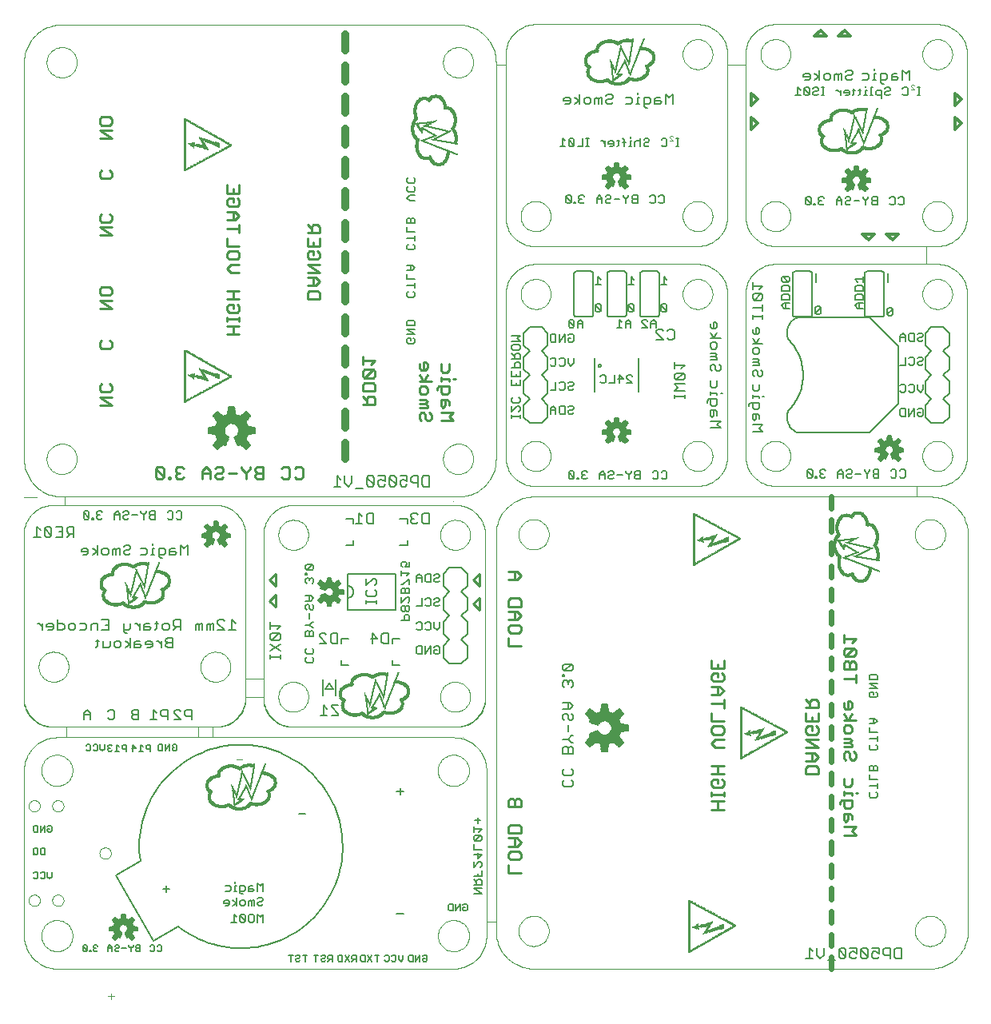
<source format=gbo>
G75*
G70*
%OFA0B0*%
%FSLAX24Y24*%
%IPPOS*%
%LPD*%
%AMOC8*
5,1,8,0,0,1.08239X$1,22.5*
%
%ADD10C,0.0000*%
%ADD11C,0.0000*%
%ADD12C,0.0030*%
%ADD13C,0.0050*%
%ADD14C,0.0000*%
%ADD15C,0.0060*%
%ADD16C,0.0080*%
%ADD17R,0.0110X0.0005*%
%ADD18R,0.0210X0.0005*%
%ADD19R,0.0280X0.0005*%
%ADD20R,0.0325X0.0005*%
%ADD21R,0.0365X0.0005*%
%ADD22R,0.0410X0.0005*%
%ADD23R,0.0440X0.0005*%
%ADD24R,0.0470X0.0005*%
%ADD25R,0.0505X0.0005*%
%ADD26R,0.0530X0.0005*%
%ADD27R,0.0555X0.0005*%
%ADD28R,0.0580X0.0005*%
%ADD29R,0.0600X0.0005*%
%ADD30R,0.0625X0.0005*%
%ADD31R,0.0645X0.0005*%
%ADD32R,0.0665X0.0005*%
%ADD33R,0.0685X0.0005*%
%ADD34R,0.0705X0.0005*%
%ADD35R,0.0715X0.0005*%
%ADD36R,0.0735X0.0005*%
%ADD37R,0.0755X0.0005*%
%ADD38R,0.0090X0.0005*%
%ADD39R,0.0770X0.0005*%
%ADD40R,0.0190X0.0005*%
%ADD41R,0.0355X0.0005*%
%ADD42R,0.0360X0.0005*%
%ADD43R,0.0260X0.0005*%
%ADD44R,0.0315X0.0005*%
%ADD45R,0.0320X0.0005*%
%ADD46R,0.0295X0.0005*%
%ADD47R,0.0275X0.0005*%
%ADD48R,0.0400X0.0005*%
%ADD49R,0.0265X0.0005*%
%ADD50R,0.0435X0.0005*%
%ADD51R,0.0255X0.0005*%
%ADD52R,0.0465X0.0005*%
%ADD53R,0.0245X0.0005*%
%ADD54R,0.0495X0.0005*%
%ADD55R,0.0235X0.0005*%
%ADD56R,0.0525X0.0005*%
%ADD57R,0.0230X0.0005*%
%ADD58R,0.0240X0.0005*%
%ADD59R,0.0545X0.0005*%
%ADD60R,0.0820X0.0005*%
%ADD61R,0.0220X0.0005*%
%ADD62R,0.0025X0.0005*%
%ADD63R,0.0795X0.0005*%
%ADD64R,0.0215X0.0005*%
%ADD65R,0.0035X0.0005*%
%ADD66R,0.0040X0.0005*%
%ADD67R,0.0800X0.0005*%
%ADD68R,0.0205X0.0005*%
%ADD69R,0.0050X0.0005*%
%ADD70R,0.0805X0.0005*%
%ADD71R,0.0165X0.0005*%
%ADD72R,0.0055X0.0005*%
%ADD73R,0.0200X0.0005*%
%ADD74R,0.0060X0.0005*%
%ADD75R,0.0300X0.0005*%
%ADD76R,0.0195X0.0005*%
%ADD77R,0.0065X0.0005*%
%ADD78R,0.0345X0.0005*%
%ADD79R,0.0070X0.0005*%
%ADD80R,0.0385X0.0005*%
%ADD81R,0.0080X0.0005*%
%ADD82R,0.0425X0.0005*%
%ADD83R,0.0185X0.0005*%
%ADD84R,0.0085X0.0005*%
%ADD85R,0.0635X0.0005*%
%ADD86R,0.0810X0.0005*%
%ADD87R,0.0095X0.0005*%
%ADD88R,0.0335X0.0005*%
%ADD89R,0.0655X0.0005*%
%ADD90R,0.0105X0.0005*%
%ADD91R,0.0290X0.0005*%
%ADD92R,0.0660X0.0005*%
%ADD93R,0.0115X0.0005*%
%ADD94R,0.0285X0.0005*%
%ADD95R,0.0120X0.0005*%
%ADD96R,0.0270X0.0005*%
%ADD97R,0.0675X0.0005*%
%ADD98R,0.0130X0.0005*%
%ADD99R,0.0680X0.0005*%
%ADD100R,0.0135X0.0005*%
%ADD101R,0.0250X0.0005*%
%ADD102R,0.0140X0.0005*%
%ADD103R,0.0180X0.0005*%
%ADD104R,0.0695X0.0005*%
%ADD105R,0.0150X0.0005*%
%ADD106R,0.0160X0.0005*%
%ADD107R,0.0155X0.0005*%
%ADD108R,0.0145X0.0005*%
%ADD109R,0.0700X0.0005*%
%ADD110R,0.0225X0.0005*%
%ADD111R,0.0170X0.0005*%
%ADD112R,0.0100X0.0005*%
%ADD113R,0.0075X0.0005*%
%ADD114R,0.0720X0.0005*%
%ADD115R,0.0725X0.0005*%
%ADD116R,0.0340X0.0005*%
%ADD117R,0.0305X0.0005*%
%ADD118R,0.0175X0.0005*%
%ADD119R,0.0005X0.0005*%
%ADD120R,0.0010X0.0005*%
%ADD121R,0.0015X0.0005*%
%ADD122R,0.0020X0.0005*%
%ADD123R,0.0030X0.0005*%
%ADD124R,0.0125X0.0005*%
%ADD125R,0.0045X0.0005*%
%ADD126R,0.0370X0.0005*%
%ADD127R,0.0375X0.0005*%
%ADD128R,0.0350X0.0005*%
%ADD129R,0.0330X0.0005*%
%ADD130R,0.0485X0.0005*%
%ADD131R,0.0480X0.0005*%
%ADD132R,0.0460X0.0005*%
%ADD133R,0.0445X0.0005*%
%ADD134R,0.0310X0.0005*%
%ADD135R,0.0380X0.0005*%
%ADD136R,0.0415X0.0005*%
%ADD137R,0.0450X0.0005*%
%ADD138R,0.0490X0.0005*%
%ADD139R,0.0965X0.0005*%
%ADD140R,0.0975X0.0005*%
%ADD141R,0.0980X0.0005*%
%ADD142R,0.0990X0.0005*%
%ADD143R,0.1005X0.0005*%
%ADD144R,0.0615X0.0005*%
%ADD145R,0.0640X0.0005*%
%ADD146R,0.0605X0.0005*%
%ADD147R,0.0620X0.0005*%
%ADD148R,0.0590X0.0005*%
%ADD149R,0.0570X0.0005*%
%ADD150R,0.0540X0.0005*%
%ADD151R,0.0515X0.0005*%
%ADD152R,0.0565X0.0005*%
%ADD153R,0.0535X0.0005*%
%ADD154R,0.0395X0.0005*%
%ADD155R,0.0520X0.0005*%
%ADD156R,0.0500X0.0005*%
%ADD157R,0.0430X0.0005*%
%ADD158C,0.0059*%
%ADD159C,0.0000*%
%ADD160C,0.0080*%
%ADD161R,0.0110X0.0005*%
%ADD162R,0.0210X0.0005*%
%ADD163R,0.0280X0.0005*%
%ADD164R,0.0325X0.0005*%
%ADD165R,0.0365X0.0005*%
%ADD166R,0.0410X0.0005*%
%ADD167R,0.0440X0.0005*%
%ADD168R,0.0470X0.0005*%
%ADD169R,0.0505X0.0005*%
%ADD170R,0.0530X0.0005*%
%ADD171R,0.0555X0.0005*%
%ADD172R,0.0580X0.0005*%
%ADD173R,0.0600X0.0005*%
%ADD174R,0.0625X0.0005*%
%ADD175R,0.0645X0.0005*%
%ADD176R,0.0665X0.0005*%
%ADD177R,0.0685X0.0005*%
%ADD178R,0.0705X0.0005*%
%ADD179R,0.0715X0.0005*%
%ADD180R,0.0735X0.0005*%
%ADD181R,0.0755X0.0005*%
%ADD182R,0.0090X0.0005*%
%ADD183R,0.0770X0.0005*%
%ADD184R,0.0190X0.0005*%
%ADD185R,0.0355X0.0005*%
%ADD186R,0.0360X0.0005*%
%ADD187R,0.0260X0.0005*%
%ADD188R,0.0315X0.0005*%
%ADD189R,0.0320X0.0005*%
%ADD190R,0.0295X0.0005*%
%ADD191R,0.0275X0.0005*%
%ADD192R,0.0400X0.0005*%
%ADD193R,0.0265X0.0005*%
%ADD194R,0.0435X0.0005*%
%ADD195R,0.0255X0.0005*%
%ADD196R,0.0465X0.0005*%
%ADD197R,0.0245X0.0005*%
%ADD198R,0.0495X0.0005*%
%ADD199R,0.0235X0.0005*%
%ADD200R,0.0525X0.0005*%
%ADD201R,0.0230X0.0005*%
%ADD202R,0.0240X0.0005*%
%ADD203R,0.0545X0.0005*%
%ADD204R,0.0820X0.0005*%
%ADD205R,0.0220X0.0005*%
%ADD206R,0.0025X0.0005*%
%ADD207R,0.0795X0.0005*%
%ADD208R,0.0215X0.0005*%
%ADD209R,0.0035X0.0005*%
%ADD210R,0.0040X0.0005*%
%ADD211R,0.0800X0.0005*%
%ADD212R,0.0205X0.0005*%
%ADD213R,0.0050X0.0005*%
%ADD214R,0.0805X0.0005*%
%ADD215R,0.0165X0.0005*%
%ADD216R,0.0055X0.0005*%
%ADD217R,0.0200X0.0005*%
%ADD218R,0.0060X0.0005*%
%ADD219R,0.0300X0.0005*%
%ADD220R,0.0195X0.0005*%
%ADD221R,0.0065X0.0005*%
%ADD222R,0.0345X0.0005*%
%ADD223R,0.0070X0.0005*%
%ADD224R,0.0385X0.0005*%
%ADD225R,0.0080X0.0005*%
%ADD226R,0.0425X0.0005*%
%ADD227R,0.0185X0.0005*%
%ADD228R,0.0085X0.0005*%
%ADD229R,0.0635X0.0005*%
%ADD230R,0.0810X0.0005*%
%ADD231R,0.0095X0.0005*%
%ADD232R,0.0335X0.0005*%
%ADD233R,0.0655X0.0005*%
%ADD234R,0.0105X0.0005*%
%ADD235R,0.0290X0.0005*%
%ADD236R,0.0660X0.0005*%
%ADD237R,0.0115X0.0005*%
%ADD238R,0.0285X0.0005*%
%ADD239R,0.0120X0.0005*%
%ADD240R,0.0270X0.0005*%
%ADD241R,0.0675X0.0005*%
%ADD242R,0.0130X0.0005*%
%ADD243R,0.0680X0.0005*%
%ADD244R,0.0135X0.0005*%
%ADD245R,0.0250X0.0005*%
%ADD246R,0.0140X0.0005*%
%ADD247R,0.0180X0.0005*%
%ADD248R,0.0695X0.0005*%
%ADD249R,0.0150X0.0005*%
%ADD250R,0.0160X0.0005*%
%ADD251R,0.0155X0.0005*%
%ADD252R,0.0145X0.0005*%
%ADD253R,0.0700X0.0005*%
%ADD254R,0.0225X0.0005*%
%ADD255R,0.0170X0.0005*%
%ADD256R,0.0100X0.0005*%
%ADD257R,0.0075X0.0005*%
%ADD258R,0.0720X0.0005*%
%ADD259R,0.0725X0.0005*%
%ADD260R,0.0340X0.0005*%
%ADD261R,0.0305X0.0005*%
%ADD262R,0.0175X0.0005*%
%ADD263R,0.0005X0.0005*%
%ADD264R,0.0010X0.0005*%
%ADD265R,0.0015X0.0005*%
%ADD266R,0.0020X0.0005*%
%ADD267R,0.0030X0.0005*%
%ADD268R,0.0125X0.0005*%
%ADD269R,0.0045X0.0005*%
%ADD270R,0.0370X0.0005*%
%ADD271R,0.0375X0.0005*%
%ADD272R,0.0350X0.0005*%
%ADD273R,0.0330X0.0005*%
%ADD274R,0.0485X0.0005*%
%ADD275R,0.0480X0.0005*%
%ADD276R,0.0460X0.0005*%
%ADD277R,0.0445X0.0005*%
%ADD278R,0.0310X0.0005*%
%ADD279R,0.0380X0.0005*%
%ADD280R,0.0415X0.0005*%
%ADD281R,0.0450X0.0005*%
%ADD282R,0.0490X0.0005*%
%ADD283R,0.0965X0.0005*%
%ADD284R,0.0975X0.0005*%
%ADD285R,0.0980X0.0005*%
%ADD286R,0.0990X0.0005*%
%ADD287R,0.1005X0.0005*%
%ADD288R,0.0615X0.0005*%
%ADD289R,0.0640X0.0005*%
%ADD290R,0.0605X0.0005*%
%ADD291R,0.0620X0.0005*%
%ADD292R,0.0590X0.0005*%
%ADD293R,0.0570X0.0005*%
%ADD294R,0.0540X0.0005*%
%ADD295R,0.0515X0.0005*%
%ADD296R,0.0565X0.0005*%
%ADD297R,0.0535X0.0005*%
%ADD298R,0.0395X0.0005*%
%ADD299R,0.0520X0.0005*%
%ADD300R,0.0500X0.0005*%
%ADD301R,0.0430X0.0005*%
%ADD302C,0.0060*%
%ADD303C,0.0059*%
%ADD304C,0.0000*%
%ADD305C,0.0060*%
%ADD306R,0.0110X0.0005*%
%ADD307R,0.0210X0.0005*%
%ADD308R,0.0280X0.0005*%
%ADD309R,0.0325X0.0005*%
%ADD310R,0.0365X0.0005*%
%ADD311R,0.0410X0.0005*%
%ADD312R,0.0440X0.0005*%
%ADD313R,0.0470X0.0005*%
%ADD314R,0.0505X0.0005*%
%ADD315R,0.0530X0.0005*%
%ADD316R,0.0555X0.0005*%
%ADD317R,0.0580X0.0005*%
%ADD318R,0.0600X0.0005*%
%ADD319R,0.0625X0.0005*%
%ADD320R,0.0645X0.0005*%
%ADD321R,0.0665X0.0005*%
%ADD322R,0.0685X0.0005*%
%ADD323R,0.0705X0.0005*%
%ADD324R,0.0715X0.0005*%
%ADD325R,0.0735X0.0005*%
%ADD326R,0.0755X0.0005*%
%ADD327R,0.0090X0.0005*%
%ADD328R,0.0770X0.0005*%
%ADD329R,0.0190X0.0005*%
%ADD330R,0.0355X0.0005*%
%ADD331R,0.0360X0.0005*%
%ADD332R,0.0260X0.0005*%
%ADD333R,0.0315X0.0005*%
%ADD334R,0.0320X0.0005*%
%ADD335R,0.0295X0.0005*%
%ADD336R,0.0275X0.0005*%
%ADD337R,0.0400X0.0005*%
%ADD338R,0.0265X0.0005*%
%ADD339R,0.0435X0.0005*%
%ADD340R,0.0255X0.0005*%
%ADD341R,0.0465X0.0005*%
%ADD342R,0.0245X0.0005*%
%ADD343R,0.0495X0.0005*%
%ADD344R,0.0235X0.0005*%
%ADD345R,0.0525X0.0005*%
%ADD346R,0.0230X0.0005*%
%ADD347R,0.0240X0.0005*%
%ADD348R,0.0545X0.0005*%
%ADD349R,0.0820X0.0005*%
%ADD350R,0.0220X0.0005*%
%ADD351R,0.0025X0.0005*%
%ADD352R,0.0795X0.0005*%
%ADD353R,0.0215X0.0005*%
%ADD354R,0.0035X0.0005*%
%ADD355R,0.0040X0.0005*%
%ADD356R,0.0800X0.0005*%
%ADD357R,0.0205X0.0005*%
%ADD358R,0.0050X0.0005*%
%ADD359R,0.0805X0.0005*%
%ADD360R,0.0165X0.0005*%
%ADD361R,0.0055X0.0005*%
%ADD362R,0.0200X0.0005*%
%ADD363R,0.0060X0.0005*%
%ADD364R,0.0300X0.0005*%
%ADD365R,0.0195X0.0005*%
%ADD366R,0.0065X0.0005*%
%ADD367R,0.0345X0.0005*%
%ADD368R,0.0070X0.0005*%
%ADD369R,0.0385X0.0005*%
%ADD370R,0.0080X0.0005*%
%ADD371R,0.0425X0.0005*%
%ADD372R,0.0185X0.0005*%
%ADD373R,0.0085X0.0005*%
%ADD374R,0.0635X0.0005*%
%ADD375R,0.0810X0.0005*%
%ADD376R,0.0095X0.0005*%
%ADD377R,0.0335X0.0005*%
%ADD378R,0.0655X0.0005*%
%ADD379R,0.0105X0.0005*%
%ADD380R,0.0290X0.0005*%
%ADD381R,0.0660X0.0005*%
%ADD382R,0.0115X0.0005*%
%ADD383R,0.0285X0.0005*%
%ADD384R,0.0120X0.0005*%
%ADD385R,0.0270X0.0005*%
%ADD386R,0.0675X0.0005*%
%ADD387R,0.0130X0.0005*%
%ADD388R,0.0680X0.0005*%
%ADD389R,0.0135X0.0005*%
%ADD390R,0.0250X0.0005*%
%ADD391R,0.0140X0.0005*%
%ADD392R,0.0180X0.0005*%
%ADD393R,0.0695X0.0005*%
%ADD394R,0.0150X0.0005*%
%ADD395R,0.0160X0.0005*%
%ADD396R,0.0155X0.0005*%
%ADD397R,0.0145X0.0005*%
%ADD398R,0.0700X0.0005*%
%ADD399R,0.0225X0.0005*%
%ADD400R,0.0170X0.0005*%
%ADD401R,0.0100X0.0005*%
%ADD402R,0.0075X0.0005*%
%ADD403R,0.0720X0.0005*%
%ADD404R,0.0725X0.0005*%
%ADD405R,0.0340X0.0005*%
%ADD406R,0.0305X0.0005*%
%ADD407R,0.0175X0.0005*%
%ADD408R,0.0005X0.0005*%
%ADD409R,0.0010X0.0005*%
%ADD410R,0.0015X0.0005*%
%ADD411R,0.0020X0.0005*%
%ADD412R,0.0030X0.0005*%
%ADD413R,0.0125X0.0005*%
%ADD414R,0.0045X0.0005*%
%ADD415R,0.0370X0.0005*%
%ADD416R,0.0375X0.0005*%
%ADD417R,0.0350X0.0005*%
%ADD418R,0.0330X0.0005*%
%ADD419R,0.0485X0.0005*%
%ADD420R,0.0480X0.0005*%
%ADD421R,0.0460X0.0005*%
%ADD422R,0.0445X0.0005*%
%ADD423R,0.0310X0.0005*%
%ADD424R,0.0380X0.0005*%
%ADD425R,0.0415X0.0005*%
%ADD426R,0.0450X0.0005*%
%ADD427R,0.0490X0.0005*%
%ADD428R,0.0965X0.0005*%
%ADD429R,0.0975X0.0005*%
%ADD430R,0.0980X0.0005*%
%ADD431R,0.0990X0.0005*%
%ADD432R,0.1005X0.0005*%
%ADD433R,0.0615X0.0005*%
%ADD434R,0.0640X0.0005*%
%ADD435R,0.0605X0.0005*%
%ADD436R,0.0620X0.0005*%
%ADD437R,0.0590X0.0005*%
%ADD438R,0.0570X0.0005*%
%ADD439R,0.0540X0.0005*%
%ADD440R,0.0515X0.0005*%
%ADD441R,0.0565X0.0005*%
%ADD442R,0.0535X0.0005*%
%ADD443R,0.0395X0.0005*%
%ADD444R,0.0520X0.0005*%
%ADD445R,0.0500X0.0005*%
%ADD446R,0.0430X0.0005*%
%ADD447C,0.0100*%
%ADD448C,0.0080*%
%ADD449C,0.0059*%
%ADD450C,0.0050*%
%ADD451C,0.0090*%
%ADD452C,0.0060*%
%ADD453R,0.0010X0.2190*%
%ADD454R,0.0010X0.2210*%
%ADD455R,0.0010X0.2200*%
%ADD456R,0.0010X0.2170*%
%ADD457R,0.0010X0.0090*%
%ADD458R,0.0010X0.0100*%
%ADD459R,0.0010X0.0010*%
%ADD460R,0.0010X0.0020*%
%ADD461R,0.0010X0.0030*%
%ADD462R,0.0010X0.0040*%
%ADD463R,0.0010X0.0050*%
%ADD464R,0.0010X0.0060*%
%ADD465R,0.0010X0.0070*%
%ADD466R,0.0010X0.0110*%
%ADD467R,0.0010X0.0130*%
%ADD468R,0.0010X0.0140*%
%ADD469R,0.0010X0.0160*%
%ADD470R,0.0010X0.0170*%
%ADD471R,0.0010X0.0180*%
%ADD472R,0.0010X0.0200*%
%ADD473R,0.0010X0.0210*%
%ADD474R,0.0010X0.0220*%
%ADD475R,0.0010X0.0240*%
%ADD476R,0.0010X0.0080*%
%ADD477R,0.0010X0.0120*%
%ADD478R,0.0010X0.0150*%
%ADD479R,0.0010X0.0230*%
%ADD480R,0.0010X0.0310*%
%ADD481R,0.0010X0.0300*%
%ADD482R,0.0010X0.0290*%
%ADD483R,0.0010X0.0270*%
%ADD484R,0.0010X0.0260*%
%ADD485R,0.0010X0.0250*%
%ADD486R,0.0010X0.0190*%
%ADD487R,0.0005X0.0110*%
%ADD488R,0.0005X0.0210*%
%ADD489R,0.0005X0.0280*%
%ADD490R,0.0005X0.0325*%
%ADD491R,0.0005X0.0365*%
%ADD492R,0.0005X0.0410*%
%ADD493R,0.0005X0.0440*%
%ADD494R,0.0005X0.0470*%
%ADD495R,0.0005X0.0505*%
%ADD496R,0.0005X0.0530*%
%ADD497R,0.0005X0.0555*%
%ADD498R,0.0005X0.0580*%
%ADD499R,0.0005X0.0600*%
%ADD500R,0.0005X0.0625*%
%ADD501R,0.0005X0.0645*%
%ADD502R,0.0005X0.0665*%
%ADD503R,0.0005X0.0685*%
%ADD504R,0.0005X0.0705*%
%ADD505R,0.0005X0.0715*%
%ADD506R,0.0005X0.0735*%
%ADD507R,0.0005X0.0755*%
%ADD508R,0.0005X0.0090*%
%ADD509R,0.0005X0.0770*%
%ADD510R,0.0005X0.0190*%
%ADD511R,0.0005X0.0355*%
%ADD512R,0.0005X0.0360*%
%ADD513R,0.0005X0.0260*%
%ADD514R,0.0005X0.0315*%
%ADD515R,0.0005X0.0320*%
%ADD516R,0.0005X0.0295*%
%ADD517R,0.0005X0.0275*%
%ADD518R,0.0005X0.0400*%
%ADD519R,0.0005X0.0265*%
%ADD520R,0.0005X0.0435*%
%ADD521R,0.0005X0.0255*%
%ADD522R,0.0005X0.0465*%
%ADD523R,0.0005X0.0245*%
%ADD524R,0.0005X0.0495*%
%ADD525R,0.0005X0.0235*%
%ADD526R,0.0005X0.0525*%
%ADD527R,0.0005X0.0230*%
%ADD528R,0.0005X0.0240*%
%ADD529R,0.0005X0.0545*%
%ADD530R,0.0005X0.0820*%
%ADD531R,0.0005X0.0220*%
%ADD532R,0.0005X0.0025*%
%ADD533R,0.0005X0.0795*%
%ADD534R,0.0005X0.0215*%
%ADD535R,0.0005X0.0035*%
%ADD536R,0.0005X0.0040*%
%ADD537R,0.0005X0.0800*%
%ADD538R,0.0005X0.0205*%
%ADD539R,0.0005X0.0050*%
%ADD540R,0.0005X0.0805*%
%ADD541R,0.0005X0.0165*%
%ADD542R,0.0005X0.0055*%
%ADD543R,0.0005X0.0200*%
%ADD544R,0.0005X0.0060*%
%ADD545R,0.0005X0.0300*%
%ADD546R,0.0005X0.0195*%
%ADD547R,0.0005X0.0065*%
%ADD548R,0.0005X0.0345*%
%ADD549R,0.0005X0.0070*%
%ADD550R,0.0005X0.0385*%
%ADD551R,0.0005X0.0080*%
%ADD552R,0.0005X0.0425*%
%ADD553R,0.0005X0.0185*%
%ADD554R,0.0005X0.0085*%
%ADD555R,0.0005X0.0635*%
%ADD556R,0.0005X0.0810*%
%ADD557R,0.0005X0.0095*%
%ADD558R,0.0005X0.0335*%
%ADD559R,0.0005X0.0655*%
%ADD560R,0.0005X0.0105*%
%ADD561R,0.0005X0.0290*%
%ADD562R,0.0005X0.0660*%
%ADD563R,0.0005X0.0115*%
%ADD564R,0.0005X0.0285*%
%ADD565R,0.0005X0.0120*%
%ADD566R,0.0005X0.0270*%
%ADD567R,0.0005X0.0675*%
%ADD568R,0.0005X0.0130*%
%ADD569R,0.0005X0.0680*%
%ADD570R,0.0005X0.0135*%
%ADD571R,0.0005X0.0250*%
%ADD572R,0.0005X0.0140*%
%ADD573R,0.0005X0.0180*%
%ADD574R,0.0005X0.0695*%
%ADD575R,0.0005X0.0150*%
%ADD576R,0.0005X0.0160*%
%ADD577R,0.0005X0.0155*%
%ADD578R,0.0005X0.0145*%
%ADD579R,0.0005X0.0700*%
%ADD580R,0.0005X0.0225*%
%ADD581R,0.0005X0.0170*%
%ADD582R,0.0005X0.0100*%
%ADD583R,0.0005X0.0075*%
%ADD584R,0.0005X0.0720*%
%ADD585R,0.0005X0.0725*%
%ADD586R,0.0005X0.0340*%
%ADD587R,0.0005X0.0305*%
%ADD588R,0.0005X0.0175*%
%ADD589R,0.0005X0.0005*%
%ADD590R,0.0005X0.0010*%
%ADD591R,0.0005X0.0015*%
%ADD592R,0.0005X0.0020*%
%ADD593R,0.0005X0.0030*%
%ADD594R,0.0005X0.0125*%
%ADD595R,0.0005X0.0045*%
%ADD596R,0.0005X0.0370*%
%ADD597R,0.0005X0.0375*%
%ADD598R,0.0005X0.0350*%
%ADD599R,0.0005X0.0330*%
%ADD600R,0.0005X0.0485*%
%ADD601R,0.0005X0.0480*%
%ADD602R,0.0005X0.0460*%
%ADD603R,0.0005X0.0445*%
%ADD604R,0.0005X0.0310*%
%ADD605R,0.0005X0.0380*%
%ADD606R,0.0005X0.0415*%
%ADD607R,0.0005X0.0450*%
%ADD608R,0.0005X0.0490*%
%ADD609R,0.0005X0.0965*%
%ADD610R,0.0005X0.0975*%
%ADD611R,0.0005X0.0980*%
%ADD612R,0.0005X0.0990*%
%ADD613R,0.0005X0.1005*%
%ADD614R,0.0005X0.0615*%
%ADD615R,0.0005X0.0640*%
%ADD616R,0.0005X0.0605*%
%ADD617R,0.0005X0.0620*%
%ADD618R,0.0005X0.0590*%
%ADD619R,0.0005X0.0570*%
%ADD620R,0.0005X0.0540*%
%ADD621R,0.0005X0.0515*%
%ADD622R,0.0005X0.0565*%
%ADD623R,0.0005X0.0535*%
%ADD624R,0.0005X0.0395*%
%ADD625R,0.0005X0.0520*%
%ADD626R,0.0005X0.0500*%
%ADD627R,0.0005X0.0430*%
%ADD628C,0.0000*%
%ADD629C,0.0320*%
%ADD630C,0.0059*%
%ADD631C,0.0080*%
%ADD632C,0.0060*%
%ADD633C,0.0090*%
%ADD634R,0.0005X0.0110*%
%ADD635R,0.0005X0.0210*%
%ADD636R,0.0005X0.0280*%
%ADD637R,0.0005X0.0325*%
%ADD638R,0.0005X0.0365*%
%ADD639R,0.0005X0.0410*%
%ADD640R,0.0005X0.0440*%
%ADD641R,0.0005X0.0470*%
%ADD642R,0.0005X0.0505*%
%ADD643R,0.0005X0.0530*%
%ADD644R,0.0005X0.0555*%
%ADD645R,0.0005X0.0580*%
%ADD646R,0.0005X0.0600*%
%ADD647R,0.0005X0.0625*%
%ADD648R,0.0005X0.0645*%
%ADD649R,0.0005X0.0665*%
%ADD650R,0.0005X0.0685*%
%ADD651R,0.0005X0.0705*%
%ADD652R,0.0005X0.0715*%
%ADD653R,0.0005X0.0735*%
%ADD654R,0.0005X0.0755*%
%ADD655R,0.0005X0.0090*%
%ADD656R,0.0005X0.0770*%
%ADD657R,0.0005X0.0190*%
%ADD658R,0.0005X0.0355*%
%ADD659R,0.0005X0.0360*%
%ADD660R,0.0005X0.0260*%
%ADD661R,0.0005X0.0315*%
%ADD662R,0.0005X0.0320*%
%ADD663R,0.0005X0.0295*%
%ADD664R,0.0005X0.0275*%
%ADD665R,0.0005X0.0400*%
%ADD666R,0.0005X0.0265*%
%ADD667R,0.0005X0.0435*%
%ADD668R,0.0005X0.0255*%
%ADD669R,0.0005X0.0465*%
%ADD670R,0.0005X0.0245*%
%ADD671R,0.0005X0.0495*%
%ADD672R,0.0005X0.0235*%
%ADD673R,0.0005X0.0525*%
%ADD674R,0.0005X0.0230*%
%ADD675R,0.0005X0.0240*%
%ADD676R,0.0005X0.0545*%
%ADD677R,0.0005X0.0820*%
%ADD678R,0.0005X0.0220*%
%ADD679R,0.0005X0.0025*%
%ADD680R,0.0005X0.0795*%
%ADD681R,0.0005X0.0215*%
%ADD682R,0.0005X0.0035*%
%ADD683R,0.0005X0.0040*%
%ADD684R,0.0005X0.0800*%
%ADD685R,0.0005X0.0205*%
%ADD686R,0.0005X0.0050*%
%ADD687R,0.0005X0.0805*%
%ADD688R,0.0005X0.0165*%
%ADD689R,0.0005X0.0055*%
%ADD690R,0.0005X0.0200*%
%ADD691R,0.0005X0.0060*%
%ADD692R,0.0005X0.0300*%
%ADD693R,0.0005X0.0195*%
%ADD694R,0.0005X0.0065*%
%ADD695R,0.0005X0.0345*%
%ADD696R,0.0005X0.0070*%
%ADD697R,0.0005X0.0385*%
%ADD698R,0.0005X0.0080*%
%ADD699R,0.0005X0.0425*%
%ADD700R,0.0005X0.0185*%
%ADD701R,0.0005X0.0085*%
%ADD702R,0.0005X0.0635*%
%ADD703R,0.0005X0.0810*%
%ADD704R,0.0005X0.0095*%
%ADD705R,0.0005X0.0335*%
%ADD706R,0.0005X0.0655*%
%ADD707R,0.0005X0.0105*%
%ADD708R,0.0005X0.0290*%
%ADD709R,0.0005X0.0660*%
%ADD710R,0.0005X0.0115*%
%ADD711R,0.0005X0.0285*%
%ADD712R,0.0005X0.0120*%
%ADD713R,0.0005X0.0270*%
%ADD714R,0.0005X0.0675*%
%ADD715R,0.0005X0.0130*%
%ADD716R,0.0005X0.0680*%
%ADD717R,0.0005X0.0135*%
%ADD718R,0.0005X0.0250*%
%ADD719R,0.0005X0.0140*%
%ADD720R,0.0005X0.0180*%
%ADD721R,0.0005X0.0695*%
%ADD722R,0.0005X0.0150*%
%ADD723R,0.0005X0.0160*%
%ADD724R,0.0005X0.0155*%
%ADD725R,0.0005X0.0145*%
%ADD726R,0.0005X0.0700*%
%ADD727R,0.0005X0.0225*%
%ADD728R,0.0005X0.0170*%
%ADD729R,0.0005X0.0100*%
%ADD730R,0.0005X0.0075*%
%ADD731R,0.0005X0.0720*%
%ADD732R,0.0005X0.0725*%
%ADD733R,0.0005X0.0340*%
%ADD734R,0.0005X0.0305*%
%ADD735R,0.0005X0.0175*%
%ADD736R,0.0005X0.0005*%
%ADD737R,0.0005X0.0010*%
%ADD738R,0.0005X0.0015*%
%ADD739R,0.0005X0.0020*%
%ADD740R,0.0005X0.0030*%
%ADD741R,0.0005X0.0125*%
%ADD742R,0.0005X0.0045*%
%ADD743R,0.0005X0.0370*%
%ADD744R,0.0005X0.0375*%
%ADD745R,0.0005X0.0350*%
%ADD746R,0.0005X0.0330*%
%ADD747R,0.0005X0.0485*%
%ADD748R,0.0005X0.0480*%
%ADD749R,0.0005X0.0460*%
%ADD750R,0.0005X0.0445*%
%ADD751R,0.0005X0.0310*%
%ADD752R,0.0005X0.0380*%
%ADD753R,0.0005X0.0415*%
%ADD754R,0.0005X0.0450*%
%ADD755R,0.0005X0.0490*%
%ADD756R,0.0005X0.0965*%
%ADD757R,0.0005X0.0975*%
%ADD758R,0.0005X0.0980*%
%ADD759R,0.0005X0.0990*%
%ADD760R,0.0005X0.1005*%
%ADD761R,0.0005X0.0615*%
%ADD762R,0.0005X0.0640*%
%ADD763R,0.0005X0.0605*%
%ADD764R,0.0005X0.0620*%
%ADD765R,0.0005X0.0590*%
%ADD766R,0.0005X0.0570*%
%ADD767R,0.0005X0.0540*%
%ADD768R,0.0005X0.0515*%
%ADD769R,0.0005X0.0565*%
%ADD770R,0.0005X0.0535*%
%ADD771R,0.0005X0.0395*%
%ADD772R,0.0005X0.0520*%
%ADD773R,0.0005X0.0500*%
%ADD774R,0.0005X0.0430*%
%ADD775C,0.0240*%
%ADD776R,0.0010X0.2190*%
%ADD777R,0.0010X0.2210*%
%ADD778R,0.0010X0.2200*%
%ADD779R,0.0010X0.2170*%
%ADD780R,0.0010X0.0090*%
%ADD781R,0.0010X0.0100*%
%ADD782R,0.0010X0.0010*%
%ADD783R,0.0010X0.0020*%
%ADD784R,0.0010X0.0030*%
%ADD785R,0.0010X0.0040*%
%ADD786R,0.0010X0.0050*%
%ADD787R,0.0010X0.0060*%
%ADD788R,0.0010X0.0070*%
%ADD789R,0.0010X0.0110*%
%ADD790R,0.0010X0.0130*%
%ADD791R,0.0010X0.0140*%
%ADD792R,0.0010X0.0160*%
%ADD793R,0.0010X0.0170*%
%ADD794R,0.0010X0.0180*%
%ADD795R,0.0010X0.0200*%
%ADD796R,0.0010X0.0210*%
%ADD797R,0.0010X0.0220*%
%ADD798R,0.0010X0.0240*%
%ADD799R,0.0010X0.0080*%
%ADD800R,0.0010X0.0120*%
%ADD801R,0.0010X0.0150*%
%ADD802R,0.0010X0.0230*%
%ADD803R,0.0010X0.0310*%
%ADD804R,0.0010X0.0300*%
%ADD805R,0.0010X0.0290*%
%ADD806R,0.0010X0.0270*%
%ADD807R,0.0010X0.0260*%
%ADD808R,0.0010X0.0250*%
%ADD809R,0.0010X0.0190*%
%ADD810R,0.0120X0.0010*%
%ADD811C,0.0000*%
%ADD812C,0.0059*%
%ADD813C,0.0000*%
%ADD814C,0.0080*%
%ADD815C,0.0060*%
%ADD816C,0.0059*%
%ADD817C,0.0000*%
%ADD818C,0.0080*%
%ADD819C,0.0060*%
%ADD820C,0.0120*%
%ADD821C,0.0040*%
%ADD822R,0.0110X0.0005*%
%ADD823R,0.0210X0.0005*%
%ADD824R,0.0280X0.0005*%
%ADD825R,0.0325X0.0005*%
%ADD826R,0.0365X0.0005*%
%ADD827R,0.0410X0.0005*%
%ADD828R,0.0440X0.0005*%
%ADD829R,0.0470X0.0005*%
%ADD830R,0.0505X0.0005*%
%ADD831R,0.0530X0.0005*%
%ADD832R,0.0555X0.0005*%
%ADD833R,0.0580X0.0005*%
%ADD834R,0.0600X0.0005*%
%ADD835R,0.0625X0.0005*%
%ADD836R,0.0645X0.0005*%
%ADD837R,0.0665X0.0005*%
%ADD838R,0.0685X0.0005*%
%ADD839R,0.0705X0.0005*%
%ADD840R,0.0715X0.0005*%
%ADD841R,0.0735X0.0005*%
%ADD842R,0.0755X0.0005*%
%ADD843R,0.0090X0.0005*%
%ADD844R,0.0770X0.0005*%
%ADD845R,0.0190X0.0005*%
%ADD846R,0.0355X0.0005*%
%ADD847R,0.0360X0.0005*%
%ADD848R,0.0260X0.0005*%
%ADD849R,0.0315X0.0005*%
%ADD850R,0.0320X0.0005*%
%ADD851R,0.0295X0.0005*%
%ADD852R,0.0275X0.0005*%
%ADD853R,0.0400X0.0005*%
%ADD854R,0.0265X0.0005*%
%ADD855R,0.0435X0.0005*%
%ADD856R,0.0255X0.0005*%
%ADD857R,0.0465X0.0005*%
%ADD858R,0.0245X0.0005*%
%ADD859R,0.0495X0.0005*%
%ADD860R,0.0235X0.0005*%
%ADD861R,0.0525X0.0005*%
%ADD862R,0.0230X0.0005*%
%ADD863R,0.0240X0.0005*%
%ADD864R,0.0545X0.0005*%
%ADD865R,0.0820X0.0005*%
%ADD866R,0.0220X0.0005*%
%ADD867R,0.0025X0.0005*%
%ADD868R,0.0795X0.0005*%
%ADD869R,0.0215X0.0005*%
%ADD870R,0.0035X0.0005*%
%ADD871R,0.0040X0.0005*%
%ADD872R,0.0800X0.0005*%
%ADD873R,0.0205X0.0005*%
%ADD874R,0.0050X0.0005*%
%ADD875R,0.0805X0.0005*%
%ADD876R,0.0165X0.0005*%
%ADD877R,0.0055X0.0005*%
%ADD878R,0.0200X0.0005*%
%ADD879R,0.0060X0.0005*%
%ADD880R,0.0300X0.0005*%
%ADD881R,0.0195X0.0005*%
%ADD882R,0.0065X0.0005*%
%ADD883R,0.0345X0.0005*%
%ADD884R,0.0070X0.0005*%
%ADD885R,0.0385X0.0005*%
%ADD886R,0.0080X0.0005*%
%ADD887R,0.0425X0.0005*%
%ADD888R,0.0185X0.0005*%
%ADD889R,0.0085X0.0005*%
%ADD890R,0.0635X0.0005*%
%ADD891R,0.0810X0.0005*%
%ADD892R,0.0095X0.0005*%
%ADD893R,0.0335X0.0005*%
%ADD894R,0.0655X0.0005*%
%ADD895R,0.0105X0.0005*%
%ADD896R,0.0290X0.0005*%
%ADD897R,0.0660X0.0005*%
%ADD898R,0.0115X0.0005*%
%ADD899R,0.0285X0.0005*%
%ADD900R,0.0120X0.0005*%
%ADD901R,0.0270X0.0005*%
%ADD902R,0.0675X0.0005*%
%ADD903R,0.0130X0.0005*%
%ADD904R,0.0680X0.0005*%
%ADD905R,0.0135X0.0005*%
%ADD906R,0.0250X0.0005*%
%ADD907R,0.0140X0.0005*%
%ADD908R,0.0180X0.0005*%
%ADD909R,0.0695X0.0005*%
%ADD910R,0.0150X0.0005*%
%ADD911R,0.0160X0.0005*%
%ADD912R,0.0155X0.0005*%
%ADD913R,0.0145X0.0005*%
%ADD914R,0.0700X0.0005*%
%ADD915R,0.0225X0.0005*%
%ADD916R,0.0170X0.0005*%
%ADD917R,0.0100X0.0005*%
%ADD918R,0.0075X0.0005*%
%ADD919R,0.0720X0.0005*%
%ADD920R,0.0725X0.0005*%
%ADD921R,0.0340X0.0005*%
%ADD922R,0.0305X0.0005*%
%ADD923R,0.0175X0.0005*%
%ADD924R,0.0005X0.0005*%
%ADD925R,0.0010X0.0005*%
%ADD926R,0.0015X0.0005*%
%ADD927R,0.0020X0.0005*%
%ADD928R,0.0030X0.0005*%
%ADD929R,0.0125X0.0005*%
%ADD930R,0.0045X0.0005*%
%ADD931R,0.0370X0.0005*%
%ADD932R,0.0375X0.0005*%
%ADD933R,0.0350X0.0005*%
%ADD934R,0.0330X0.0005*%
%ADD935R,0.0485X0.0005*%
%ADD936R,0.0480X0.0005*%
%ADD937R,0.0460X0.0005*%
%ADD938R,0.0445X0.0005*%
%ADD939R,0.0310X0.0005*%
%ADD940R,0.0380X0.0005*%
%ADD941R,0.0415X0.0005*%
%ADD942R,0.0450X0.0005*%
%ADD943R,0.0490X0.0005*%
%ADD944R,0.0965X0.0005*%
%ADD945R,0.0975X0.0005*%
%ADD946R,0.0980X0.0005*%
%ADD947R,0.0990X0.0005*%
%ADD948R,0.1005X0.0005*%
%ADD949R,0.0615X0.0005*%
%ADD950R,0.0640X0.0005*%
%ADD951R,0.0605X0.0005*%
%ADD952R,0.0620X0.0005*%
%ADD953R,0.0590X0.0005*%
%ADD954R,0.0570X0.0005*%
%ADD955R,0.0540X0.0005*%
%ADD956R,0.0515X0.0005*%
%ADD957R,0.0565X0.0005*%
%ADD958R,0.0535X0.0005*%
%ADD959R,0.0395X0.0005*%
%ADD960R,0.0520X0.0005*%
%ADD961R,0.0500X0.0005*%
%ADD962R,0.0430X0.0005*%
%ADD963C,0.0059*%
%ADD964C,0.0000*%
%ADD965C,0.0080*%
%ADD966C,0.0060*%
%ADD967R,0.0110X0.0005*%
%ADD968R,0.0210X0.0005*%
%ADD969R,0.0280X0.0005*%
%ADD970R,0.0325X0.0005*%
%ADD971R,0.0365X0.0005*%
%ADD972R,0.0410X0.0005*%
%ADD973R,0.0440X0.0005*%
%ADD974R,0.0470X0.0005*%
%ADD975R,0.0505X0.0005*%
%ADD976R,0.0530X0.0005*%
%ADD977R,0.0555X0.0005*%
%ADD978R,0.0580X0.0005*%
%ADD979R,0.0600X0.0005*%
%ADD980R,0.0625X0.0005*%
%ADD981R,0.0645X0.0005*%
%ADD982R,0.0665X0.0005*%
%ADD983R,0.0685X0.0005*%
%ADD984R,0.0705X0.0005*%
%ADD985R,0.0715X0.0005*%
%ADD986R,0.0735X0.0005*%
%ADD987R,0.0755X0.0005*%
%ADD988R,0.0090X0.0005*%
%ADD989R,0.0770X0.0005*%
%ADD990R,0.0190X0.0005*%
%ADD991R,0.0355X0.0005*%
%ADD992R,0.0360X0.0005*%
%ADD993R,0.0260X0.0005*%
%ADD994R,0.0315X0.0005*%
%ADD995R,0.0320X0.0005*%
%ADD996R,0.0295X0.0005*%
%ADD997R,0.0275X0.0005*%
%ADD998R,0.0400X0.0005*%
%ADD999R,0.0265X0.0005*%
%ADD1000R,0.0435X0.0005*%
%ADD1001R,0.0255X0.0005*%
%ADD1002R,0.0465X0.0005*%
%ADD1003R,0.0245X0.0005*%
%ADD1004R,0.0495X0.0005*%
%ADD1005R,0.0235X0.0005*%
%ADD1006R,0.0525X0.0005*%
%ADD1007R,0.0230X0.0005*%
%ADD1008R,0.0240X0.0005*%
%ADD1009R,0.0545X0.0005*%
%ADD1010R,0.0820X0.0005*%
%ADD1011R,0.0220X0.0005*%
%ADD1012R,0.0025X0.0005*%
%ADD1013R,0.0795X0.0005*%
%ADD1014R,0.0215X0.0005*%
%ADD1015R,0.0035X0.0005*%
%ADD1016R,0.0040X0.0005*%
%ADD1017R,0.0800X0.0005*%
%ADD1018R,0.0205X0.0005*%
%ADD1019R,0.0050X0.0005*%
%ADD1020R,0.0805X0.0005*%
%ADD1021R,0.0165X0.0005*%
%ADD1022R,0.0055X0.0005*%
%ADD1023R,0.0200X0.0005*%
%ADD1024R,0.0060X0.0005*%
%ADD1025R,0.0300X0.0005*%
%ADD1026R,0.0195X0.0005*%
%ADD1027R,0.0065X0.0005*%
%ADD1028R,0.0345X0.0005*%
%ADD1029R,0.0070X0.0005*%
%ADD1030R,0.0385X0.0005*%
%ADD1031R,0.0080X0.0005*%
%ADD1032R,0.0425X0.0005*%
%ADD1033R,0.0185X0.0005*%
%ADD1034R,0.0085X0.0005*%
%ADD1035R,0.0635X0.0005*%
%ADD1036R,0.0810X0.0005*%
%ADD1037R,0.0095X0.0005*%
%ADD1038R,0.0335X0.0005*%
%ADD1039R,0.0655X0.0005*%
%ADD1040R,0.0105X0.0005*%
%ADD1041R,0.0290X0.0005*%
%ADD1042R,0.0660X0.0005*%
%ADD1043R,0.0115X0.0005*%
%ADD1044R,0.0285X0.0005*%
%ADD1045R,0.0120X0.0005*%
%ADD1046R,0.0270X0.0005*%
%ADD1047R,0.0675X0.0005*%
%ADD1048R,0.0130X0.0005*%
%ADD1049R,0.0680X0.0005*%
%ADD1050R,0.0135X0.0005*%
%ADD1051R,0.0250X0.0005*%
%ADD1052R,0.0140X0.0005*%
%ADD1053R,0.0180X0.0005*%
%ADD1054R,0.0695X0.0005*%
%ADD1055R,0.0150X0.0005*%
%ADD1056R,0.0160X0.0005*%
%ADD1057R,0.0155X0.0005*%
%ADD1058R,0.0145X0.0005*%
%ADD1059R,0.0700X0.0005*%
%ADD1060R,0.0225X0.0005*%
%ADD1061R,0.0170X0.0005*%
%ADD1062R,0.0100X0.0005*%
%ADD1063R,0.0075X0.0005*%
%ADD1064R,0.0720X0.0005*%
%ADD1065R,0.0725X0.0005*%
%ADD1066R,0.0340X0.0005*%
%ADD1067R,0.0305X0.0005*%
%ADD1068R,0.0175X0.0005*%
%ADD1069R,0.0005X0.0005*%
%ADD1070R,0.0010X0.0005*%
%ADD1071R,0.0015X0.0005*%
%ADD1072R,0.0020X0.0005*%
%ADD1073R,0.0030X0.0005*%
%ADD1074R,0.0125X0.0005*%
%ADD1075R,0.0045X0.0005*%
%ADD1076R,0.0370X0.0005*%
%ADD1077R,0.0375X0.0005*%
%ADD1078R,0.0350X0.0005*%
%ADD1079R,0.0330X0.0005*%
%ADD1080R,0.0485X0.0005*%
%ADD1081R,0.0480X0.0005*%
%ADD1082R,0.0460X0.0005*%
%ADD1083R,0.0445X0.0005*%
%ADD1084R,0.0310X0.0005*%
%ADD1085R,0.0380X0.0005*%
%ADD1086R,0.0415X0.0005*%
%ADD1087R,0.0450X0.0005*%
%ADD1088R,0.0490X0.0005*%
%ADD1089R,0.0965X0.0005*%
%ADD1090R,0.0975X0.0005*%
%ADD1091R,0.0980X0.0005*%
%ADD1092R,0.0990X0.0005*%
%ADD1093R,0.1005X0.0005*%
%ADD1094R,0.0615X0.0005*%
%ADD1095R,0.0640X0.0005*%
%ADD1096R,0.0605X0.0005*%
%ADD1097R,0.0620X0.0005*%
%ADD1098R,0.0590X0.0005*%
%ADD1099R,0.0570X0.0005*%
%ADD1100R,0.0540X0.0005*%
%ADD1101R,0.0515X0.0005*%
%ADD1102R,0.0565X0.0005*%
%ADD1103R,0.0535X0.0005*%
%ADD1104R,0.0395X0.0005*%
%ADD1105R,0.0520X0.0005*%
%ADD1106R,0.0500X0.0005*%
%ADD1107R,0.0430X0.0005*%
%ADD1108C,0.0040*%
%ADD1109C,0.0059*%
%ADD1110C,0.0000*%
%ADD1111C,0.0060*%
%ADD1112C,0.0080*%
%ADD1113C,0.0059*%
%ADD1114C,0.0050*%
D10*
X000114Y001475D02*
X000114Y001517D01*
X000114Y008368D01*
X000114Y008371D01*
X000114Y008368D02*
X000116Y008440D01*
X000122Y008512D01*
X000131Y008584D01*
X000144Y008655D01*
X000161Y008725D01*
X000181Y008794D01*
X000206Y008862D01*
X000233Y008928D01*
X000264Y008994D01*
X000299Y009057D01*
X000336Y009119D01*
X000377Y009178D01*
X000421Y009235D01*
X000468Y009290D01*
X000518Y009342D01*
X000570Y009392D01*
X000625Y009439D01*
X000682Y009483D01*
X000741Y009524D01*
X000803Y009561D01*
X000866Y009596D01*
X000932Y009627D01*
X000998Y009654D01*
X001066Y009679D01*
X001135Y009699D01*
X001205Y009716D01*
X001276Y009729D01*
X001348Y009738D01*
X001420Y009744D01*
X001492Y009746D01*
X001885Y009746D01*
X001885Y010189D01*
X001350Y010189D01*
X001489Y009746D02*
X001492Y009746D01*
X001420Y009744D01*
X001348Y009738D01*
X001276Y009729D01*
X001205Y009716D01*
X001135Y009699D01*
X001066Y009679D01*
X000998Y009654D01*
X000932Y009627D01*
X000866Y009596D01*
X000803Y009561D01*
X000741Y009524D01*
X000682Y009483D01*
X000625Y009439D01*
X000570Y009392D01*
X000518Y009342D01*
X000468Y009290D01*
X000421Y009235D01*
X000377Y009178D01*
X000336Y009119D01*
X000299Y009057D01*
X000264Y008994D01*
X000233Y008928D01*
X000206Y008862D01*
X000181Y008794D01*
X000161Y008725D01*
X000144Y008655D01*
X000131Y008584D01*
X000122Y008512D01*
X000116Y008440D01*
X000114Y008368D01*
X000100Y011439D02*
X000100Y018189D01*
X000102Y018257D01*
X000107Y018324D01*
X000116Y018391D01*
X000129Y018458D01*
X000146Y018523D01*
X000165Y018588D01*
X000189Y018652D01*
X000216Y018714D01*
X000246Y018775D01*
X000279Y018833D01*
X000315Y018890D01*
X000355Y018945D01*
X000397Y018998D01*
X000443Y019049D01*
X000490Y019096D01*
X000541Y019142D01*
X000594Y019184D01*
X000649Y019224D01*
X000706Y019260D01*
X000764Y019293D01*
X000825Y019323D01*
X000887Y019350D01*
X000951Y019374D01*
X001016Y019393D01*
X001081Y019410D01*
X001148Y019423D01*
X001215Y019432D01*
X001282Y019437D01*
X001350Y019439D01*
X001801Y019439D01*
X001801Y019444D02*
X001801Y019785D01*
X001689Y019785D01*
X001612Y019787D01*
X001535Y019793D01*
X001458Y019802D01*
X001382Y019815D01*
X001306Y019832D01*
X001232Y019853D01*
X001158Y019877D01*
X001086Y019905D01*
X001016Y019936D01*
X000947Y019971D01*
X000879Y020009D01*
X000814Y020050D01*
X000751Y020095D01*
X000690Y020143D01*
X000631Y020193D01*
X000575Y020246D01*
X000522Y020302D01*
X000472Y020361D01*
X000424Y020422D01*
X000379Y020485D01*
X000338Y020550D01*
X000300Y020618D01*
X000265Y020687D01*
X000234Y020757D01*
X000206Y020829D01*
X000182Y020903D01*
X000161Y020977D01*
X000144Y021053D01*
X000131Y021129D01*
X000122Y021206D01*
X000116Y021283D01*
X000114Y021360D01*
X000114Y037895D01*
X000116Y037972D01*
X000122Y038049D01*
X000131Y038126D01*
X000144Y038202D01*
X000161Y038278D01*
X000182Y038352D01*
X000206Y038426D01*
X000234Y038498D01*
X000265Y038568D01*
X000300Y038637D01*
X000338Y038705D01*
X000379Y038770D01*
X000424Y038833D01*
X000472Y038894D01*
X000522Y038953D01*
X000575Y039009D01*
X000631Y039062D01*
X000690Y039112D01*
X000751Y039160D01*
X000814Y039205D01*
X000879Y039246D01*
X000947Y039284D01*
X001016Y039319D01*
X001086Y039350D01*
X001158Y039378D01*
X001232Y039402D01*
X001306Y039423D01*
X001382Y039440D01*
X001458Y039453D01*
X001535Y039462D01*
X001612Y039468D01*
X001689Y039470D01*
X018224Y039470D01*
X018301Y039468D01*
X018378Y039462D01*
X018455Y039453D01*
X018531Y039440D01*
X018607Y039423D01*
X018681Y039402D01*
X018755Y039378D01*
X018827Y039350D01*
X018897Y039319D01*
X018966Y039284D01*
X019034Y039246D01*
X019099Y039205D01*
X019162Y039160D01*
X019223Y039112D01*
X019282Y039062D01*
X019338Y039009D01*
X019391Y038953D01*
X019441Y038894D01*
X019489Y038833D01*
X019534Y038770D01*
X019575Y038705D01*
X019613Y038637D01*
X019648Y038568D01*
X019679Y038498D01*
X019707Y038426D01*
X019731Y038352D01*
X019752Y038278D01*
X019769Y038202D01*
X019782Y038126D01*
X019791Y038049D01*
X019797Y037972D01*
X019799Y037895D01*
X019799Y037781D01*
X020208Y037781D01*
X020208Y038232D01*
X020210Y038300D01*
X020215Y038367D01*
X020224Y038434D01*
X020237Y038501D01*
X020254Y038566D01*
X020273Y038631D01*
X020297Y038695D01*
X020324Y038757D01*
X020354Y038818D01*
X020387Y038876D01*
X020423Y038933D01*
X020463Y038988D01*
X020505Y039041D01*
X020551Y039092D01*
X020598Y039139D01*
X020649Y039185D01*
X020702Y039227D01*
X020757Y039267D01*
X020814Y039303D01*
X020872Y039336D01*
X020933Y039366D01*
X020995Y039393D01*
X021059Y039417D01*
X021124Y039436D01*
X021189Y039453D01*
X021256Y039466D01*
X021323Y039475D01*
X021390Y039480D01*
X021458Y039482D01*
X028208Y039482D01*
X028276Y039480D01*
X028343Y039475D01*
X028410Y039466D01*
X028477Y039453D01*
X028542Y039436D01*
X028607Y039417D01*
X028671Y039393D01*
X028733Y039366D01*
X028794Y039336D01*
X028852Y039303D01*
X028909Y039267D01*
X028964Y039227D01*
X029017Y039185D01*
X029068Y039139D01*
X029115Y039092D01*
X029161Y039041D01*
X029203Y038988D01*
X029243Y038933D01*
X029279Y038876D01*
X029312Y038818D01*
X029342Y038757D01*
X029369Y038695D01*
X029393Y038631D01*
X029412Y038566D01*
X029429Y038501D01*
X029442Y038434D01*
X029451Y038367D01*
X029456Y038300D01*
X029458Y038232D01*
X029458Y037781D01*
X030208Y037781D01*
X030208Y038232D01*
X030210Y038300D01*
X030215Y038367D01*
X030224Y038434D01*
X030237Y038501D01*
X030254Y038566D01*
X030273Y038631D01*
X030297Y038695D01*
X030324Y038757D01*
X030354Y038818D01*
X030387Y038876D01*
X030423Y038933D01*
X030463Y038988D01*
X030505Y039041D01*
X030551Y039092D01*
X030598Y039139D01*
X030649Y039185D01*
X030702Y039227D01*
X030757Y039267D01*
X030814Y039303D01*
X030872Y039336D01*
X030933Y039366D01*
X030995Y039393D01*
X031059Y039417D01*
X031124Y039436D01*
X031189Y039453D01*
X031256Y039466D01*
X031323Y039475D01*
X031390Y039480D01*
X031458Y039482D01*
X038208Y039482D01*
X038276Y039480D01*
X038343Y039475D01*
X038410Y039466D01*
X038477Y039453D01*
X038542Y039436D01*
X038607Y039417D01*
X038671Y039393D01*
X038733Y039366D01*
X038794Y039336D01*
X038852Y039303D01*
X038909Y039267D01*
X038964Y039227D01*
X039017Y039185D01*
X039068Y039139D01*
X039115Y039092D01*
X039161Y039041D01*
X039203Y038988D01*
X039243Y038933D01*
X039279Y038876D01*
X039312Y038818D01*
X039342Y038757D01*
X039369Y038695D01*
X039393Y038631D01*
X039412Y038566D01*
X039429Y038501D01*
X039442Y038434D01*
X039451Y038367D01*
X039456Y038300D01*
X039458Y038232D01*
X039458Y031482D01*
X039456Y031414D01*
X039451Y031347D01*
X039442Y031280D01*
X039429Y031213D01*
X039412Y031148D01*
X039393Y031083D01*
X039369Y031019D01*
X039342Y030957D01*
X039312Y030896D01*
X039279Y030838D01*
X039243Y030781D01*
X039203Y030726D01*
X039161Y030673D01*
X039115Y030622D01*
X039068Y030575D01*
X039017Y030529D01*
X038964Y030487D01*
X038909Y030447D01*
X038852Y030411D01*
X038794Y030378D01*
X038733Y030348D01*
X038671Y030321D01*
X038607Y030297D01*
X038542Y030278D01*
X038477Y030261D01*
X038410Y030248D01*
X038343Y030239D01*
X038276Y030234D01*
X038208Y030232D01*
X037757Y030232D01*
X037757Y029482D01*
X038208Y029482D01*
X038276Y029480D01*
X038343Y029475D01*
X038410Y029466D01*
X038477Y029453D01*
X038542Y029436D01*
X038607Y029417D01*
X038671Y029393D01*
X038733Y029366D01*
X038794Y029336D01*
X038852Y029303D01*
X038909Y029267D01*
X038964Y029227D01*
X039017Y029185D01*
X039068Y029139D01*
X039115Y029092D01*
X039161Y029041D01*
X039203Y028988D01*
X039243Y028933D01*
X039279Y028876D01*
X039312Y028818D01*
X039342Y028757D01*
X039369Y028695D01*
X039393Y028631D01*
X039412Y028566D01*
X039429Y028501D01*
X039442Y028434D01*
X039451Y028367D01*
X039456Y028300D01*
X039458Y028232D01*
X039458Y021482D01*
X039456Y021414D01*
X039451Y021347D01*
X039442Y021280D01*
X039429Y021213D01*
X039412Y021148D01*
X039393Y021083D01*
X039369Y021019D01*
X039342Y020957D01*
X039312Y020896D01*
X039279Y020838D01*
X039243Y020781D01*
X039203Y020726D01*
X039161Y020673D01*
X039115Y020622D01*
X039068Y020575D01*
X039017Y020529D01*
X038964Y020487D01*
X038909Y020447D01*
X038852Y020411D01*
X038794Y020378D01*
X038733Y020348D01*
X038671Y020321D01*
X038607Y020297D01*
X038542Y020278D01*
X038477Y020261D01*
X038410Y020248D01*
X038343Y020239D01*
X038276Y020234D01*
X038208Y020232D01*
X037364Y020232D01*
X037364Y019785D01*
X037909Y019785D01*
X037986Y019783D01*
X038063Y019777D01*
X038140Y019768D01*
X038216Y019755D01*
X038292Y019738D01*
X038366Y019717D01*
X038440Y019693D01*
X038512Y019665D01*
X038582Y019634D01*
X038651Y019599D01*
X038719Y019561D01*
X038784Y019520D01*
X038847Y019475D01*
X038908Y019427D01*
X038967Y019377D01*
X039023Y019324D01*
X039076Y019268D01*
X039126Y019209D01*
X039174Y019148D01*
X039219Y019085D01*
X039260Y019020D01*
X039298Y018952D01*
X039333Y018883D01*
X039364Y018813D01*
X039392Y018741D01*
X039416Y018667D01*
X039437Y018593D01*
X039454Y018517D01*
X039467Y018441D01*
X039476Y018364D01*
X039482Y018287D01*
X039484Y018210D01*
X039484Y001675D01*
X039482Y001598D01*
X039476Y001521D01*
X039467Y001444D01*
X039454Y001368D01*
X039437Y001292D01*
X039416Y001218D01*
X039392Y001144D01*
X039364Y001072D01*
X039333Y001002D01*
X039298Y000933D01*
X039260Y000865D01*
X039219Y000800D01*
X039174Y000737D01*
X039126Y000676D01*
X039076Y000617D01*
X039023Y000561D01*
X038967Y000508D01*
X038908Y000458D01*
X038847Y000410D01*
X038784Y000365D01*
X038719Y000324D01*
X038651Y000286D01*
X038582Y000251D01*
X038512Y000220D01*
X038440Y000192D01*
X038366Y000168D01*
X038292Y000147D01*
X038216Y000130D01*
X038140Y000117D01*
X038063Y000108D01*
X037986Y000102D01*
X037909Y000100D01*
X021374Y000100D01*
X021297Y000102D01*
X021220Y000108D01*
X021143Y000117D01*
X021067Y000130D01*
X020991Y000147D01*
X020917Y000168D01*
X020843Y000192D01*
X020771Y000220D01*
X020701Y000251D01*
X020632Y000286D01*
X020564Y000324D01*
X020499Y000365D01*
X020436Y000410D01*
X020375Y000458D01*
X020316Y000508D01*
X020260Y000561D01*
X020207Y000617D01*
X020157Y000676D01*
X020109Y000737D01*
X020064Y000800D01*
X020023Y000865D01*
X019985Y000933D01*
X019950Y001002D01*
X019919Y001072D01*
X019891Y001144D01*
X019867Y001218D01*
X019846Y001292D01*
X019829Y001368D01*
X019816Y001444D01*
X019807Y001521D01*
X019801Y001598D01*
X019799Y001675D01*
X019799Y002069D01*
X019405Y002069D01*
X019405Y001478D01*
X019403Y001406D01*
X019397Y001334D01*
X019388Y001262D01*
X019375Y001191D01*
X019358Y001121D01*
X019338Y001052D01*
X019313Y000984D01*
X019286Y000918D01*
X019255Y000852D01*
X019220Y000789D01*
X019183Y000727D01*
X019142Y000668D01*
X019098Y000611D01*
X019051Y000556D01*
X019001Y000504D01*
X018949Y000454D01*
X018894Y000407D01*
X018837Y000363D01*
X018778Y000322D01*
X018716Y000285D01*
X018653Y000250D01*
X018587Y000219D01*
X018521Y000192D01*
X018453Y000167D01*
X018384Y000147D01*
X018314Y000130D01*
X018243Y000117D01*
X018171Y000108D01*
X018099Y000102D01*
X018027Y000100D01*
X018030Y000100D01*
X018027Y000100D02*
X001492Y000100D01*
X001489Y000100D01*
X001491Y000100D02*
X001418Y000103D01*
X001345Y000110D01*
X001273Y000120D01*
X001201Y000135D01*
X001130Y000153D01*
X001060Y000175D01*
X000992Y000200D01*
X000924Y000229D01*
X000859Y000261D01*
X000795Y000297D01*
X000733Y000336D01*
X000673Y000379D01*
X000616Y000424D01*
X000561Y000472D01*
X000509Y000523D01*
X000459Y000577D01*
X000412Y000634D01*
X000369Y000692D01*
X000328Y000753D01*
X000291Y000816D01*
X000257Y000881D01*
X000226Y000947D01*
X000199Y001015D01*
X000175Y001085D01*
X000156Y001155D01*
X000140Y001227D01*
X000127Y001299D01*
X000119Y001371D01*
X000114Y001445D01*
X000113Y001518D01*
X000114Y001445D01*
X000119Y001371D01*
X000127Y001299D01*
X000140Y001227D01*
X000156Y001155D01*
X000175Y001085D01*
X000199Y001015D01*
X000226Y000947D01*
X000257Y000881D01*
X000291Y000816D01*
X000328Y000753D01*
X000369Y000692D01*
X000412Y000634D01*
X000459Y000577D01*
X000509Y000523D01*
X000561Y000472D01*
X000616Y000424D01*
X000673Y000379D01*
X000733Y000336D01*
X000795Y000297D01*
X000859Y000261D01*
X000924Y000229D01*
X000992Y000200D01*
X001060Y000175D01*
X001130Y000153D01*
X001201Y000135D01*
X001273Y000120D01*
X001345Y000110D01*
X001418Y000103D01*
X001491Y000100D01*
X007988Y010189D02*
X008100Y010189D01*
X001350Y010189D02*
X001282Y010191D01*
X001215Y010196D01*
X001148Y010205D01*
X001081Y010218D01*
X001016Y010235D01*
X000951Y010254D01*
X000887Y010278D01*
X000825Y010305D01*
X000764Y010335D01*
X000706Y010368D01*
X000649Y010404D01*
X000594Y010444D01*
X000541Y010486D01*
X000490Y010532D01*
X000443Y010579D01*
X000397Y010630D01*
X000355Y010683D01*
X000315Y010738D01*
X000279Y010795D01*
X000246Y010853D01*
X000216Y010914D01*
X000189Y010976D01*
X000165Y011040D01*
X000146Y011105D01*
X000129Y011170D01*
X000116Y011237D01*
X000107Y011304D01*
X000102Y011371D01*
X000100Y011439D01*
X000102Y011371D01*
X000107Y011304D01*
X000116Y011237D01*
X000129Y011170D01*
X000146Y011105D01*
X000165Y011040D01*
X000189Y010976D01*
X000216Y010914D01*
X000246Y010853D01*
X000279Y010795D01*
X000315Y010738D01*
X000355Y010683D01*
X000397Y010630D01*
X000443Y010579D01*
X000490Y010532D01*
X000541Y010486D01*
X000594Y010444D01*
X000649Y010404D01*
X000706Y010368D01*
X000764Y010335D01*
X000825Y010305D01*
X000887Y010278D01*
X000951Y010254D01*
X001016Y010235D01*
X001081Y010218D01*
X001148Y010205D01*
X001215Y010196D01*
X001282Y010191D01*
X001350Y010189D01*
X000100Y018189D02*
X000102Y018257D01*
X000107Y018324D01*
X000116Y018391D01*
X000129Y018458D01*
X000146Y018523D01*
X000165Y018588D01*
X000189Y018652D01*
X000216Y018714D01*
X000246Y018775D01*
X000279Y018833D01*
X000315Y018890D01*
X000355Y018945D01*
X000397Y018998D01*
X000443Y019049D01*
X000490Y019096D01*
X000541Y019142D01*
X000594Y019184D01*
X000649Y019224D01*
X000706Y019260D01*
X000764Y019293D01*
X000825Y019323D01*
X000887Y019350D01*
X000951Y019374D01*
X001016Y019393D01*
X001081Y019410D01*
X001148Y019423D01*
X001215Y019432D01*
X001282Y019437D01*
X001350Y019439D01*
X001689Y019785D02*
X001612Y019787D01*
X001535Y019793D01*
X001458Y019802D01*
X001382Y019815D01*
X001306Y019832D01*
X001232Y019853D01*
X001158Y019877D01*
X001086Y019905D01*
X001016Y019936D01*
X000947Y019971D01*
X000879Y020009D01*
X000814Y020050D01*
X000751Y020095D01*
X000690Y020143D01*
X000631Y020193D01*
X000575Y020246D01*
X000522Y020302D01*
X000472Y020361D01*
X000424Y020422D01*
X000379Y020485D01*
X000338Y020550D01*
X000300Y020618D01*
X000265Y020687D01*
X000234Y020757D01*
X000206Y020829D01*
X000182Y020903D01*
X000161Y020977D01*
X000144Y021053D01*
X000131Y021129D01*
X000122Y021206D01*
X000116Y021283D01*
X000114Y021360D01*
X000114Y037895D02*
X000116Y037972D01*
X000122Y038049D01*
X000131Y038126D01*
X000144Y038202D01*
X000161Y038278D01*
X000182Y038352D01*
X000206Y038426D01*
X000234Y038498D01*
X000265Y038568D01*
X000300Y038637D01*
X000338Y038705D01*
X000379Y038770D01*
X000424Y038833D01*
X000472Y038894D01*
X000522Y038953D01*
X000575Y039009D01*
X000631Y039062D01*
X000690Y039112D01*
X000751Y039160D01*
X000814Y039205D01*
X000879Y039246D01*
X000947Y039284D01*
X001016Y039319D01*
X001086Y039350D01*
X001158Y039378D01*
X001232Y039402D01*
X001306Y039423D01*
X001382Y039440D01*
X001458Y039453D01*
X001535Y039462D01*
X001612Y039468D01*
X001689Y039470D01*
X018224Y039470D02*
X018301Y039468D01*
X018378Y039462D01*
X018455Y039453D01*
X018531Y039440D01*
X018607Y039423D01*
X018681Y039402D01*
X018755Y039378D01*
X018827Y039350D01*
X018897Y039319D01*
X018966Y039284D01*
X019034Y039246D01*
X019099Y039205D01*
X019162Y039160D01*
X019223Y039112D01*
X019282Y039062D01*
X019338Y039009D01*
X019391Y038953D01*
X019441Y038894D01*
X019489Y038833D01*
X019534Y038770D01*
X019575Y038705D01*
X019613Y038637D01*
X019648Y038568D01*
X019679Y038498D01*
X019707Y038426D01*
X019731Y038352D01*
X019752Y038278D01*
X019769Y038202D01*
X019782Y038126D01*
X019791Y038049D01*
X019797Y037972D01*
X019799Y037895D01*
X020208Y038232D02*
X020210Y038300D01*
X020215Y038367D01*
X020224Y038434D01*
X020237Y038501D01*
X020254Y038566D01*
X020273Y038631D01*
X020297Y038695D01*
X020324Y038757D01*
X020354Y038818D01*
X020387Y038876D01*
X020423Y038933D01*
X020463Y038988D01*
X020505Y039041D01*
X020551Y039092D01*
X020598Y039139D01*
X020649Y039185D01*
X020702Y039227D01*
X020757Y039267D01*
X020814Y039303D01*
X020872Y039336D01*
X020933Y039366D01*
X020995Y039393D01*
X021059Y039417D01*
X021124Y039436D01*
X021189Y039453D01*
X021256Y039466D01*
X021323Y039475D01*
X021390Y039480D01*
X021458Y039482D01*
X028208Y039482D02*
X028276Y039480D01*
X028343Y039475D01*
X028410Y039466D01*
X028477Y039453D01*
X028542Y039436D01*
X028607Y039417D01*
X028671Y039393D01*
X028733Y039366D01*
X028794Y039336D01*
X028852Y039303D01*
X028909Y039267D01*
X028964Y039227D01*
X029017Y039185D01*
X029068Y039139D01*
X029115Y039092D01*
X029161Y039041D01*
X029203Y038988D01*
X029243Y038933D01*
X029279Y038876D01*
X029312Y038818D01*
X029342Y038757D01*
X029369Y038695D01*
X029393Y038631D01*
X029412Y038566D01*
X029429Y038501D01*
X029442Y038434D01*
X029451Y038367D01*
X029456Y038300D01*
X029458Y038232D01*
X030208Y038232D02*
X030210Y038300D01*
X030215Y038367D01*
X030224Y038434D01*
X030237Y038501D01*
X030254Y038566D01*
X030273Y038631D01*
X030297Y038695D01*
X030324Y038757D01*
X030354Y038818D01*
X030387Y038876D01*
X030423Y038933D01*
X030463Y038988D01*
X030505Y039041D01*
X030551Y039092D01*
X030598Y039139D01*
X030649Y039185D01*
X030702Y039227D01*
X030757Y039267D01*
X030814Y039303D01*
X030872Y039336D01*
X030933Y039366D01*
X030995Y039393D01*
X031059Y039417D01*
X031124Y039436D01*
X031189Y039453D01*
X031256Y039466D01*
X031323Y039475D01*
X031390Y039480D01*
X031458Y039482D01*
X038208Y039482D02*
X038276Y039480D01*
X038343Y039475D01*
X038410Y039466D01*
X038477Y039453D01*
X038542Y039436D01*
X038607Y039417D01*
X038671Y039393D01*
X038733Y039366D01*
X038794Y039336D01*
X038852Y039303D01*
X038909Y039267D01*
X038964Y039227D01*
X039017Y039185D01*
X039068Y039139D01*
X039115Y039092D01*
X039161Y039041D01*
X039203Y038988D01*
X039243Y038933D01*
X039279Y038876D01*
X039312Y038818D01*
X039342Y038757D01*
X039369Y038695D01*
X039393Y038631D01*
X039412Y038566D01*
X039429Y038501D01*
X039442Y038434D01*
X039451Y038367D01*
X039456Y038300D01*
X039458Y038232D01*
X039458Y031482D02*
X039456Y031414D01*
X039451Y031347D01*
X039442Y031280D01*
X039429Y031213D01*
X039412Y031148D01*
X039393Y031083D01*
X039369Y031019D01*
X039342Y030957D01*
X039312Y030896D01*
X039279Y030838D01*
X039243Y030781D01*
X039203Y030726D01*
X039161Y030673D01*
X039115Y030622D01*
X039068Y030575D01*
X039017Y030529D01*
X038964Y030487D01*
X038909Y030447D01*
X038852Y030411D01*
X038794Y030378D01*
X038733Y030348D01*
X038671Y030321D01*
X038607Y030297D01*
X038542Y030278D01*
X038477Y030261D01*
X038410Y030248D01*
X038343Y030239D01*
X038276Y030234D01*
X038208Y030232D01*
X038208Y029482D02*
X038276Y029480D01*
X038343Y029475D01*
X038410Y029466D01*
X038477Y029453D01*
X038542Y029436D01*
X038607Y029417D01*
X038671Y029393D01*
X038733Y029366D01*
X038794Y029336D01*
X038852Y029303D01*
X038909Y029267D01*
X038964Y029227D01*
X039017Y029185D01*
X039068Y029139D01*
X039115Y029092D01*
X039161Y029041D01*
X039203Y028988D01*
X039243Y028933D01*
X039279Y028876D01*
X039312Y028818D01*
X039342Y028757D01*
X039369Y028695D01*
X039393Y028631D01*
X039412Y028566D01*
X039429Y028501D01*
X039442Y028434D01*
X039451Y028367D01*
X039456Y028300D01*
X039458Y028232D01*
X039458Y021482D02*
X039456Y021414D01*
X039451Y021347D01*
X039442Y021280D01*
X039429Y021213D01*
X039412Y021148D01*
X039393Y021083D01*
X039369Y021019D01*
X039342Y020957D01*
X039312Y020896D01*
X039279Y020838D01*
X039243Y020781D01*
X039203Y020726D01*
X039161Y020673D01*
X039115Y020622D01*
X039068Y020575D01*
X039017Y020529D01*
X038964Y020487D01*
X038909Y020447D01*
X038852Y020411D01*
X038794Y020378D01*
X038733Y020348D01*
X038671Y020321D01*
X038607Y020297D01*
X038542Y020278D01*
X038477Y020261D01*
X038410Y020248D01*
X038343Y020239D01*
X038276Y020234D01*
X038208Y020232D01*
X037909Y019785D02*
X037986Y019783D01*
X038063Y019777D01*
X038140Y019768D01*
X038216Y019755D01*
X038292Y019738D01*
X038366Y019717D01*
X038440Y019693D01*
X038512Y019665D01*
X038582Y019634D01*
X038651Y019599D01*
X038719Y019561D01*
X038784Y019520D01*
X038847Y019475D01*
X038908Y019427D01*
X038967Y019377D01*
X039023Y019324D01*
X039076Y019268D01*
X039126Y019209D01*
X039174Y019148D01*
X039219Y019085D01*
X039260Y019020D01*
X039298Y018952D01*
X039333Y018883D01*
X039364Y018813D01*
X039392Y018741D01*
X039416Y018667D01*
X039437Y018593D01*
X039454Y018517D01*
X039467Y018441D01*
X039476Y018364D01*
X039482Y018287D01*
X039484Y018210D01*
X039484Y001675D02*
X039482Y001598D01*
X039476Y001521D01*
X039467Y001444D01*
X039454Y001368D01*
X039437Y001292D01*
X039416Y001218D01*
X039392Y001144D01*
X039364Y001072D01*
X039333Y001002D01*
X039298Y000933D01*
X039260Y000865D01*
X039219Y000800D01*
X039174Y000737D01*
X039126Y000676D01*
X039076Y000617D01*
X039023Y000561D01*
X038967Y000508D01*
X038908Y000458D01*
X038847Y000410D01*
X038784Y000365D01*
X038719Y000324D01*
X038651Y000286D01*
X038582Y000251D01*
X038512Y000220D01*
X038440Y000192D01*
X038366Y000168D01*
X038292Y000147D01*
X038216Y000130D01*
X038140Y000117D01*
X038063Y000108D01*
X037986Y000102D01*
X037909Y000100D01*
X021374Y000100D02*
X021297Y000102D01*
X021220Y000108D01*
X021143Y000117D01*
X021067Y000130D01*
X020991Y000147D01*
X020917Y000168D01*
X020843Y000192D01*
X020771Y000220D01*
X020701Y000251D01*
X020632Y000286D01*
X020564Y000324D01*
X020499Y000365D01*
X020436Y000410D01*
X020375Y000458D01*
X020316Y000508D01*
X020260Y000561D01*
X020207Y000617D01*
X020157Y000676D01*
X020109Y000737D01*
X020064Y000800D01*
X020023Y000865D01*
X019985Y000933D01*
X019950Y001002D01*
X019919Y001072D01*
X019891Y001144D01*
X019867Y001218D01*
X019846Y001292D01*
X019829Y001368D01*
X019816Y001444D01*
X019807Y001521D01*
X019801Y001598D01*
X019799Y001675D01*
X019405Y001478D02*
X019403Y001406D01*
X019397Y001334D01*
X019388Y001262D01*
X019375Y001191D01*
X019358Y001121D01*
X019338Y001052D01*
X019313Y000984D01*
X019286Y000918D01*
X019255Y000852D01*
X019220Y000789D01*
X019183Y000727D01*
X019142Y000668D01*
X019098Y000611D01*
X019051Y000556D01*
X019001Y000504D01*
X018949Y000454D01*
X018894Y000407D01*
X018837Y000363D01*
X018778Y000322D01*
X018716Y000285D01*
X018653Y000250D01*
X018587Y000219D01*
X018521Y000192D01*
X018453Y000167D01*
X018384Y000147D01*
X018314Y000130D01*
X018243Y000117D01*
X018171Y000108D01*
X018099Y000102D01*
X018027Y000100D01*
X018421Y009746D02*
X018424Y009746D01*
X018030Y019588D02*
X018027Y019588D01*
D11*
X1489Y100D02*
X1492Y100D01*
X18027Y100D01*
X18030Y100D01*
X18027Y100D02*
X18099Y102D01*
X18171Y108D01*
X18243Y117D01*
X18314Y130D01*
X18384Y147D01*
X18453Y167D01*
X18521Y192D01*
X18587Y219D01*
X18653Y250D01*
X18716Y285D01*
X18778Y322D01*
X18837Y363D01*
X18894Y407D01*
X18949Y454D01*
X19001Y504D01*
X19051Y556D01*
X19098Y611D01*
X19142Y668D01*
X19183Y727D01*
X19220Y789D01*
X19255Y852D01*
X19286Y918D01*
X19313Y984D01*
X19338Y1052D01*
X19358Y1121D01*
X19375Y1191D01*
X19388Y1262D01*
X19397Y1334D01*
X19403Y1406D01*
X19405Y1478D01*
X19405Y8368D01*
X19403Y8440D01*
X19397Y8512D01*
X19388Y8584D01*
X19375Y8655D01*
X19358Y8725D01*
X19338Y8794D01*
X19313Y8862D01*
X19286Y8928D01*
X19255Y8994D01*
X19220Y9057D01*
X19183Y9119D01*
X19142Y9178D01*
X19098Y9235D01*
X19051Y9290D01*
X19001Y9342D01*
X18949Y9392D01*
X18894Y9439D01*
X18837Y9483D01*
X18778Y9524D01*
X18716Y9561D01*
X18653Y9596D01*
X18587Y9627D01*
X18521Y9654D01*
X18453Y9679D01*
X18384Y9699D01*
X18314Y9716D01*
X18243Y9729D01*
X18171Y9738D01*
X18099Y9744D01*
X18027Y9746D01*
X7988Y9746D01*
X7988Y10189D01*
X8100Y10189D01*
X7397Y10189D02*
X7397Y9746D01*
X1492Y9746D01*
X1489Y9746D01*
X1350Y10189D02*
X7397Y10189D01*
X8100Y10189D02*
X8166Y10187D01*
X8232Y10189D01*
X8298Y10195D01*
X8364Y10204D01*
X8429Y10217D01*
X8494Y10234D01*
X8557Y10254D01*
X8619Y10278D01*
X8679Y10305D01*
X8738Y10336D01*
X8796Y10370D01*
X8851Y10407D01*
X8904Y10447D01*
X8954Y10490D01*
X9003Y10535D01*
X9048Y10584D01*
X9091Y10634D01*
X9131Y10687D01*
X9168Y10742D01*
X9202Y10800D01*
X9233Y10859D01*
X9260Y10919D01*
X9284Y10981D01*
X9304Y11044D01*
X9321Y11109D01*
X9334Y11174D01*
X9343Y11240D01*
X9349Y11306D01*
X9351Y11372D01*
X9349Y11438D01*
X9350Y11439D02*
X10100Y11439D01*
X10100Y12189D02*
X10100Y18189D01*
X9350Y18189D02*
X9350Y12189D01*
X10100Y12189D01*
X10100Y11439D02*
X10102Y11371D01*
X10107Y11304D01*
X10116Y11237D01*
X10129Y11170D01*
X10146Y11105D01*
X10165Y11040D01*
X10189Y10976D01*
X10216Y10914D01*
X10246Y10853D01*
X10279Y10795D01*
X10315Y10738D01*
X10355Y10683D01*
X10397Y10630D01*
X10443Y10579D01*
X10490Y10532D01*
X10541Y10486D01*
X10594Y10444D01*
X10649Y10404D01*
X10706Y10368D01*
X10764Y10335D01*
X10825Y10305D01*
X10887Y10278D01*
X10951Y10254D01*
X11016Y10235D01*
X11081Y10218D01*
X11148Y10205D01*
X11215Y10196D01*
X11282Y10191D01*
X11350Y10189D01*
X18100Y10189D01*
X18421Y9746D02*
X18424Y9746D01*
X18100Y10189D02*
X18166Y10187D01*
X18232Y10189D01*
X18298Y10195D01*
X18364Y10204D01*
X18429Y10217D01*
X18494Y10234D01*
X18557Y10254D01*
X18619Y10278D01*
X18679Y10305D01*
X18738Y10336D01*
X18796Y10370D01*
X18851Y10407D01*
X18904Y10447D01*
X18954Y10490D01*
X19003Y10535D01*
X19048Y10584D01*
X19091Y10634D01*
X19131Y10687D01*
X19168Y10742D01*
X19202Y10800D01*
X19233Y10859D01*
X19260Y10919D01*
X19284Y10981D01*
X19304Y11044D01*
X19321Y11109D01*
X19334Y11174D01*
X19343Y11240D01*
X19349Y11306D01*
X19351Y11372D01*
X19349Y11438D01*
X19350Y11439D02*
X19350Y18189D01*
X19348Y18257D01*
X19343Y18324D01*
X19334Y18391D01*
X19321Y18458D01*
X19304Y18523D01*
X19285Y18588D01*
X19261Y18652D01*
X19234Y18714D01*
X19204Y18775D01*
X19171Y18833D01*
X19135Y18890D01*
X19095Y18945D01*
X19053Y18998D01*
X19007Y19049D01*
X18960Y19096D01*
X18909Y19142D01*
X18856Y19184D01*
X18801Y19224D01*
X18744Y19260D01*
X18686Y19293D01*
X18625Y19323D01*
X18563Y19350D01*
X18499Y19374D01*
X18434Y19393D01*
X18369Y19410D01*
X18302Y19423D01*
X18235Y19432D01*
X18168Y19437D01*
X18100Y19439D01*
X18137Y19439D02*
X11350Y19439D01*
X11282Y19437D01*
X11215Y19432D01*
X11148Y19423D01*
X11081Y19410D01*
X11016Y19393D01*
X10951Y19374D01*
X10887Y19350D01*
X10825Y19323D01*
X10764Y19293D01*
X10706Y19260D01*
X10649Y19224D01*
X10594Y19184D01*
X10541Y19142D01*
X10490Y19096D01*
X10443Y19049D01*
X10397Y18998D01*
X10355Y18945D01*
X10315Y18890D01*
X10279Y18833D01*
X10246Y18775D01*
X10216Y18714D01*
X10189Y18652D01*
X10165Y18588D01*
X10146Y18523D01*
X10129Y18458D01*
X10116Y18391D01*
X10107Y18324D01*
X10102Y18257D01*
X10100Y18189D01*
X9350Y18189D02*
X9348Y18257D01*
X9343Y18324D01*
X9334Y18391D01*
X9321Y18458D01*
X9304Y18523D01*
X9285Y18588D01*
X9261Y18652D01*
X9234Y18714D01*
X9204Y18775D01*
X9171Y18833D01*
X9135Y18890D01*
X9095Y18945D01*
X9053Y18998D01*
X9007Y19049D01*
X8960Y19096D01*
X8909Y19142D01*
X8856Y19184D01*
X8801Y19224D01*
X8744Y19260D01*
X8686Y19293D01*
X8625Y19323D01*
X8563Y19350D01*
X8499Y19374D01*
X8434Y19393D01*
X8369Y19410D01*
X8302Y19423D01*
X8235Y19432D01*
X8168Y19437D01*
X8100Y19439D01*
X1350Y19439D01*
X1282Y19437D01*
X1215Y19432D01*
X1148Y19423D01*
X1081Y19410D01*
X1016Y19393D01*
X951Y19374D01*
X887Y19350D01*
X825Y19323D01*
X764Y19293D01*
X706Y19260D01*
X649Y19224D01*
X594Y19184D01*
X541Y19142D01*
X490Y19096D01*
X443Y19049D01*
X397Y18998D01*
X355Y18945D01*
X315Y18890D01*
X279Y18833D01*
X246Y18775D01*
X216Y18714D01*
X189Y18652D01*
X165Y18588D01*
X146Y18523D01*
X129Y18458D01*
X116Y18391D01*
X107Y18324D01*
X102Y18257D01*
X100Y18189D01*
X100Y11439D01*
X102Y11371D01*
X107Y11304D01*
X116Y11237D01*
X129Y11170D01*
X146Y11105D01*
X165Y11040D01*
X189Y10976D01*
X216Y10914D01*
X246Y10853D01*
X279Y10795D01*
X315Y10738D01*
X355Y10683D01*
X397Y10630D01*
X443Y10579D01*
X490Y10532D01*
X541Y10486D01*
X594Y10444D01*
X649Y10404D01*
X706Y10368D01*
X764Y10335D01*
X825Y10305D01*
X887Y10278D01*
X951Y10254D01*
X1016Y10235D01*
X1081Y10218D01*
X1148Y10205D01*
X1215Y10196D01*
X1282Y10191D01*
X1350Y10189D01*
X1492Y9746D02*
X1420Y9744D01*
X1348Y9738D01*
X1276Y9729D01*
X1205Y9716D01*
X1135Y9699D01*
X1066Y9679D01*
X998Y9654D01*
X932Y9627D01*
X866Y9596D01*
X803Y9561D01*
X741Y9524D01*
X682Y9483D01*
X625Y9439D01*
X570Y9392D01*
X518Y9342D01*
X468Y9290D01*
X421Y9235D01*
X377Y9178D01*
X336Y9119D01*
X299Y9057D01*
X264Y8994D01*
X233Y8928D01*
X206Y8862D01*
X181Y8794D01*
X161Y8725D01*
X144Y8655D01*
X131Y8584D01*
X122Y8512D01*
X116Y8440D01*
X114Y8368D01*
X114Y8371D01*
X114Y8368D02*
X114Y1518D01*
X114Y1475D01*
X113Y1518D02*
X114Y1445D01*
X119Y1371D01*
X127Y1299D01*
X140Y1227D01*
X156Y1155D01*
X175Y1085D01*
X199Y1015D01*
X226Y947D01*
X257Y881D01*
X291Y816D01*
X328Y753D01*
X369Y692D01*
X412Y634D01*
X459Y577D01*
X509Y523D01*
X561Y472D01*
X616Y424D01*
X673Y379D01*
X733Y336D01*
X795Y297D01*
X859Y261D01*
X924Y229D01*
X992Y200D01*
X1060Y175D01*
X1130Y153D01*
X1201Y135D01*
X1273Y120D01*
X1345Y110D01*
X1418Y103D01*
X1491Y100D01*
X18027Y19589D02*
X18030Y19589D01*
D12*
X3747Y-926D02*
X3747Y-1173D01*
X3870Y-1050D02*
X3623Y-1050D01*
D13*
X2572Y862D02*
X2617Y817D01*
X2707Y817D01*
X2752Y862D01*
X2572Y1042D01*
X2572Y862D01*
X2752Y862D02*
X2752Y1042D01*
X2707Y1087D01*
X2617Y1087D01*
X2572Y1042D01*
X2854Y862D02*
X2854Y817D01*
X2899Y817D01*
X2899Y862D01*
X2854Y862D01*
X3014Y862D02*
X3014Y907D01*
X3059Y952D01*
X3104Y952D01*
X3059Y952D02*
X3014Y997D01*
X3014Y1042D01*
X3059Y1087D01*
X3149Y1087D01*
X3194Y1042D01*
X3194Y862D02*
X3149Y817D01*
X3059Y817D01*
X3014Y862D01*
X3603Y817D02*
X3603Y997D01*
X3693Y1087D01*
X3783Y997D01*
X3783Y817D01*
X3898Y862D02*
X3898Y907D01*
X3943Y952D01*
X4033Y952D01*
X4078Y997D01*
X4078Y1042D01*
X4033Y1087D01*
X3943Y1087D01*
X3898Y1042D01*
X3783Y952D02*
X3603Y952D01*
X3898Y862D02*
X3943Y817D01*
X4033Y817D01*
X4078Y862D01*
X4192Y952D02*
X4373Y952D01*
X4487Y1042D02*
X4487Y1087D01*
X4487Y1042D02*
X4577Y952D01*
X4577Y817D01*
X4577Y952D02*
X4667Y1042D01*
X4667Y1087D01*
X4782Y1042D02*
X4782Y997D01*
X4827Y952D01*
X4962Y952D01*
X4962Y1087D02*
X4827Y1087D01*
X4782Y1042D01*
X4827Y952D02*
X4782Y907D01*
X4782Y862D01*
X4827Y817D01*
X4962Y817D01*
X4962Y1087D01*
X5371Y1042D02*
X5416Y1087D01*
X5506Y1087D01*
X5551Y1042D01*
X5551Y862D01*
X5506Y817D01*
X5416Y817D01*
X5371Y862D01*
X5666Y862D02*
X5711Y817D01*
X5801Y817D01*
X5846Y862D01*
X5846Y1042D01*
X5801Y1087D01*
X5711Y1087D01*
X5666Y1042D01*
X1273Y3945D02*
X1183Y3855D01*
X1093Y3945D01*
X1093Y4125D01*
X978Y4080D02*
X978Y3900D01*
X933Y3855D01*
X843Y3855D01*
X798Y3900D01*
X683Y3900D02*
X638Y3855D01*
X548Y3855D01*
X503Y3900D01*
X503Y4080D02*
X548Y4125D01*
X638Y4125D01*
X683Y4080D01*
X683Y3900D01*
X798Y4080D02*
X843Y4125D01*
X933Y4125D01*
X978Y4080D01*
X1273Y4125D02*
X1273Y3945D01*
X978Y4855D02*
X843Y4855D01*
X798Y4900D01*
X798Y5080D01*
X843Y5125D01*
X978Y5125D01*
X978Y4855D01*
X683Y4900D02*
X683Y5080D01*
X638Y5125D01*
X548Y5125D01*
X503Y5080D01*
X503Y4900D01*
X548Y4855D01*
X638Y4855D01*
X683Y4900D01*
X593Y4945D02*
X503Y4855D01*
X548Y5805D02*
X503Y5850D01*
X503Y6030D01*
X548Y6075D01*
X683Y6075D01*
X683Y5805D01*
X548Y5805D01*
X798Y5805D02*
X798Y6075D01*
X978Y6075D02*
X798Y5805D01*
X978Y5805D02*
X978Y6075D01*
X1093Y6030D02*
X1138Y6075D01*
X1228Y6075D01*
X1273Y6030D01*
X1273Y5850D01*
X1228Y5805D01*
X1138Y5805D01*
X1093Y5850D01*
X1093Y5940D01*
X1183Y5940D01*
X2753Y9182D02*
X2708Y9227D01*
X2753Y9182D02*
X2843Y9182D01*
X2888Y9227D01*
X2888Y9407D01*
X2843Y9452D01*
X2753Y9452D01*
X2708Y9407D01*
X3003Y9407D02*
X3048Y9452D01*
X3138Y9452D01*
X3183Y9407D01*
X3183Y9227D01*
X3138Y9182D01*
X3048Y9182D01*
X3003Y9227D01*
X3297Y9272D02*
X3297Y9452D01*
X3477Y9452D02*
X3477Y9272D01*
X3387Y9182D01*
X3297Y9272D01*
X3610Y9262D02*
X3610Y9217D01*
X3655Y9172D01*
X3745Y9172D01*
X3790Y9217D01*
X3904Y9172D02*
X4084Y9172D01*
X3994Y9172D02*
X3994Y9442D01*
X4084Y9352D01*
X4199Y9397D02*
X4199Y9307D01*
X4244Y9262D01*
X4379Y9262D01*
X4379Y9172D02*
X4379Y9442D01*
X4244Y9442D01*
X4199Y9397D01*
X3790Y9397D02*
X3745Y9442D01*
X3655Y9442D01*
X3610Y9397D01*
X3610Y9352D01*
X3655Y9307D01*
X3610Y9262D01*
X3655Y9307D02*
X3700Y9307D01*
X4611Y9307D02*
X4791Y9307D01*
X4656Y9442D01*
X4656Y9172D01*
X4906Y9172D02*
X5086Y9172D01*
X4996Y9172D02*
X4996Y9442D01*
X5086Y9352D01*
X5200Y9397D02*
X5200Y9307D01*
X5245Y9262D01*
X5381Y9262D01*
X5381Y9172D02*
X5381Y9442D01*
X5245Y9442D01*
X5200Y9397D01*
X5710Y9407D02*
X5710Y9227D01*
X5755Y9182D01*
X5890Y9182D01*
X5890Y9452D01*
X5755Y9452D01*
X5710Y9407D01*
X6004Y9452D02*
X6004Y9182D01*
X6184Y9452D01*
X6184Y9182D01*
X6299Y9227D02*
X6299Y9317D01*
X6389Y9317D01*
X6479Y9407D02*
X6479Y9227D01*
X6434Y9182D01*
X6344Y9182D01*
X6299Y9227D01*
X6299Y9407D02*
X6344Y9452D01*
X6434Y9452D01*
X6479Y9407D01*
X17829Y2757D02*
X17874Y2802D01*
X18009Y2802D01*
X18009Y2531D01*
X17874Y2531D01*
X17829Y2577D01*
X17829Y2757D01*
X18123Y2802D02*
X18123Y2531D01*
X18304Y2802D01*
X18304Y2531D01*
X18418Y2577D02*
X18418Y2667D01*
X18508Y2667D01*
X18418Y2757D02*
X18463Y2802D01*
X18553Y2802D01*
X18598Y2757D01*
X18598Y2577D01*
X18553Y2531D01*
X18463Y2531D01*
X18418Y2577D01*
X16878Y675D02*
X16923Y630D01*
X16923Y450D01*
X16878Y405D01*
X16788Y405D01*
X16743Y450D01*
X16743Y540D01*
X16833Y540D01*
X16743Y630D02*
X16788Y675D01*
X16878Y675D01*
X16628Y675D02*
X16448Y405D01*
X16448Y675D01*
X16333Y675D02*
X16198Y675D01*
X16153Y630D01*
X16153Y450D01*
X16198Y405D01*
X16333Y405D01*
X16333Y675D01*
X16628Y675D02*
X16628Y405D01*
X15923Y495D02*
X15923Y675D01*
X15743Y675D02*
X15743Y495D01*
X15833Y405D01*
X15923Y495D01*
X15628Y450D02*
X15628Y630D01*
X15583Y675D01*
X15493Y675D01*
X15448Y630D01*
X15333Y630D02*
X15333Y450D01*
X15288Y405D01*
X15198Y405D01*
X15153Y450D01*
X15153Y630D02*
X15198Y675D01*
X15288Y675D01*
X15333Y630D01*
X15448Y450D02*
X15493Y405D01*
X15583Y405D01*
X15628Y450D01*
X14923Y675D02*
X14743Y675D01*
X14833Y675D02*
X14833Y405D01*
X14628Y405D02*
X14448Y675D01*
X14333Y675D02*
X14198Y675D01*
X14153Y630D01*
X14153Y450D01*
X14198Y405D01*
X14333Y405D01*
X14333Y675D01*
X13973Y675D02*
X13838Y675D01*
X13793Y630D01*
X13793Y540D01*
X13838Y495D01*
X13973Y495D01*
X13973Y405D02*
X13973Y675D01*
X13883Y495D02*
X13793Y405D01*
X13678Y405D02*
X13498Y675D01*
X13383Y675D02*
X13248Y675D01*
X13203Y630D01*
X13203Y450D01*
X13248Y405D01*
X13383Y405D01*
X13383Y675D01*
X13498Y405D02*
X13678Y675D01*
X12973Y675D02*
X12973Y405D01*
X12973Y495D02*
X12838Y495D01*
X12793Y540D01*
X12793Y630D01*
X12838Y675D01*
X12973Y675D01*
X12678Y630D02*
X12678Y585D01*
X12633Y540D01*
X12543Y540D01*
X12498Y495D01*
X12498Y450D01*
X12543Y405D01*
X12633Y405D01*
X12678Y450D01*
X12793Y405D02*
X12883Y495D01*
X12678Y630D02*
X12633Y675D01*
X12543Y675D01*
X12498Y630D01*
X12383Y675D02*
X12203Y675D01*
X12293Y675D02*
X12293Y405D01*
X11833Y405D02*
X11833Y675D01*
X11923Y675D02*
X11743Y675D01*
X11628Y630D02*
X11583Y675D01*
X11493Y675D01*
X11448Y630D01*
X11493Y540D02*
X11448Y495D01*
X11448Y450D01*
X11493Y405D01*
X11583Y405D01*
X11628Y450D01*
X11583Y540D02*
X11493Y540D01*
X11583Y540D02*
X11628Y585D01*
X11628Y630D01*
X11333Y675D02*
X11153Y675D01*
X11243Y675D02*
X11243Y405D01*
X14448Y405D02*
X14628Y675D01*
D14*
X1492Y100D02*
X1489Y100D01*
X1492Y100D02*
X18027Y100D01*
X18030Y100D01*
X17380Y1475D02*
X17382Y1525D01*
X17388Y1575D01*
X17398Y1625D01*
X17411Y1673D01*
X17428Y1721D01*
X17449Y1767D01*
X17473Y1811D01*
X17501Y1853D01*
X17532Y1893D01*
X17566Y1930D01*
X17603Y1965D01*
X17642Y1996D01*
X17683Y2025D01*
X17727Y2050D01*
X17773Y2072D01*
X17820Y2090D01*
X17868Y2104D01*
X17917Y2115D01*
X17967Y2122D01*
X18017Y2125D01*
X18068Y2124D01*
X18118Y2119D01*
X18168Y2110D01*
X18216Y2098D01*
X18264Y2081D01*
X18310Y2061D01*
X18355Y2038D01*
X18398Y2011D01*
X18438Y1981D01*
X18476Y1948D01*
X18511Y1912D01*
X18544Y1873D01*
X18573Y1832D01*
X18599Y1789D01*
X18622Y1744D01*
X18641Y1697D01*
X18656Y1649D01*
X18668Y1600D01*
X18676Y1550D01*
X18680Y1500D01*
X18680Y1450D01*
X18676Y1400D01*
X18668Y1350D01*
X18656Y1301D01*
X18641Y1253D01*
X18622Y1206D01*
X18599Y1161D01*
X18573Y1118D01*
X18544Y1077D01*
X18511Y1038D01*
X18476Y1002D01*
X18438Y969D01*
X18398Y939D01*
X18355Y912D01*
X18310Y889D01*
X18264Y869D01*
X18216Y852D01*
X18168Y840D01*
X18118Y831D01*
X18068Y826D01*
X18017Y825D01*
X17967Y828D01*
X17917Y835D01*
X17868Y846D01*
X17820Y860D01*
X17773Y878D01*
X17727Y900D01*
X17683Y925D01*
X17642Y954D01*
X17603Y985D01*
X17566Y1020D01*
X17532Y1057D01*
X17501Y1097D01*
X17473Y1139D01*
X17449Y1183D01*
X17428Y1229D01*
X17411Y1277D01*
X17398Y1325D01*
X17388Y1375D01*
X17382Y1425D01*
X17380Y1475D01*
X18027Y100D02*
X18099Y102D01*
X18171Y108D01*
X18243Y117D01*
X18314Y130D01*
X18384Y147D01*
X18453Y167D01*
X18521Y192D01*
X18587Y219D01*
X18653Y250D01*
X18716Y285D01*
X18778Y322D01*
X18837Y363D01*
X18894Y407D01*
X18949Y454D01*
X19001Y504D01*
X19051Y556D01*
X19098Y611D01*
X19142Y668D01*
X19183Y727D01*
X19220Y789D01*
X19255Y852D01*
X19286Y918D01*
X19313Y984D01*
X19338Y1052D01*
X19358Y1121D01*
X19375Y1191D01*
X19388Y1262D01*
X19397Y1334D01*
X19403Y1406D01*
X19405Y1478D01*
X19405Y8368D01*
X17377Y8368D02*
X17379Y8418D01*
X17385Y8468D01*
X17395Y8518D01*
X17408Y8566D01*
X17425Y8614D01*
X17446Y8660D01*
X17470Y8704D01*
X17498Y8746D01*
X17529Y8786D01*
X17563Y8823D01*
X17600Y8858D01*
X17639Y8889D01*
X17680Y8918D01*
X17724Y8943D01*
X17770Y8965D01*
X17817Y8983D01*
X17865Y8997D01*
X17914Y9008D01*
X17964Y9015D01*
X18014Y9018D01*
X18065Y9017D01*
X18115Y9012D01*
X18165Y9003D01*
X18213Y8991D01*
X18261Y8974D01*
X18307Y8954D01*
X18352Y8931D01*
X18395Y8904D01*
X18435Y8874D01*
X18473Y8841D01*
X18508Y8805D01*
X18541Y8766D01*
X18570Y8725D01*
X18596Y8682D01*
X18619Y8637D01*
X18638Y8590D01*
X18653Y8542D01*
X18665Y8493D01*
X18673Y8443D01*
X18677Y8393D01*
X18677Y8343D01*
X18673Y8293D01*
X18665Y8243D01*
X18653Y8194D01*
X18638Y8146D01*
X18619Y8099D01*
X18596Y8054D01*
X18570Y8011D01*
X18541Y7970D01*
X18508Y7931D01*
X18473Y7895D01*
X18435Y7862D01*
X18395Y7832D01*
X18352Y7805D01*
X18307Y7782D01*
X18261Y7762D01*
X18213Y7745D01*
X18165Y7733D01*
X18115Y7724D01*
X18065Y7719D01*
X18014Y7718D01*
X17964Y7721D01*
X17914Y7728D01*
X17865Y7739D01*
X17817Y7753D01*
X17770Y7771D01*
X17724Y7793D01*
X17680Y7818D01*
X17639Y7847D01*
X17600Y7878D01*
X17563Y7913D01*
X17529Y7950D01*
X17498Y7990D01*
X17470Y8032D01*
X17446Y8076D01*
X17425Y8122D01*
X17408Y8170D01*
X17395Y8218D01*
X17385Y8268D01*
X17379Y8318D01*
X17377Y8368D01*
X18027Y9746D02*
X18099Y9744D01*
X18171Y9738D01*
X18243Y9729D01*
X18314Y9716D01*
X18384Y9699D01*
X18453Y9679D01*
X18521Y9654D01*
X18587Y9627D01*
X18653Y9596D01*
X18716Y9561D01*
X18778Y9524D01*
X18837Y9483D01*
X18894Y9439D01*
X18949Y9392D01*
X19001Y9342D01*
X19051Y9290D01*
X19098Y9235D01*
X19142Y9178D01*
X19183Y9119D01*
X19220Y9057D01*
X19255Y8994D01*
X19286Y8928D01*
X19313Y8862D01*
X19338Y8794D01*
X19358Y8725D01*
X19375Y8655D01*
X19388Y8584D01*
X19397Y8512D01*
X19403Y8440D01*
X19405Y8368D01*
X18027Y9746D02*
X1492Y9746D01*
X839Y8371D02*
X841Y8421D01*
X847Y8471D01*
X857Y8521D01*
X870Y8569D01*
X887Y8617D01*
X908Y8663D01*
X932Y8707D01*
X960Y8749D01*
X991Y8789D01*
X1025Y8826D01*
X1062Y8861D01*
X1101Y8892D01*
X1142Y8921D01*
X1186Y8946D01*
X1232Y8968D01*
X1279Y8986D01*
X1327Y9000D01*
X1376Y9011D01*
X1426Y9018D01*
X1476Y9021D01*
X1527Y9020D01*
X1577Y9015D01*
X1627Y9006D01*
X1675Y8994D01*
X1723Y8977D01*
X1769Y8957D01*
X1814Y8934D01*
X1857Y8907D01*
X1897Y8877D01*
X1935Y8844D01*
X1970Y8808D01*
X2003Y8769D01*
X2032Y8728D01*
X2058Y8685D01*
X2081Y8640D01*
X2100Y8593D01*
X2115Y8545D01*
X2127Y8496D01*
X2135Y8446D01*
X2139Y8396D01*
X2139Y8346D01*
X2135Y8296D01*
X2127Y8246D01*
X2115Y8197D01*
X2100Y8149D01*
X2081Y8102D01*
X2058Y8057D01*
X2032Y8014D01*
X2003Y7973D01*
X1970Y7934D01*
X1935Y7898D01*
X1897Y7865D01*
X1857Y7835D01*
X1814Y7808D01*
X1769Y7785D01*
X1723Y7765D01*
X1675Y7748D01*
X1627Y7736D01*
X1577Y7727D01*
X1527Y7722D01*
X1476Y7721D01*
X1426Y7724D01*
X1376Y7731D01*
X1327Y7742D01*
X1279Y7756D01*
X1232Y7774D01*
X1186Y7796D01*
X1142Y7821D01*
X1101Y7850D01*
X1062Y7881D01*
X1025Y7916D01*
X991Y7953D01*
X960Y7993D01*
X932Y8035D01*
X908Y8079D01*
X887Y8125D01*
X870Y8173D01*
X857Y8221D01*
X847Y8271D01*
X841Y8321D01*
X839Y8371D01*
X114Y8368D02*
X116Y8440D01*
X122Y8512D01*
X131Y8584D01*
X144Y8655D01*
X161Y8725D01*
X181Y8794D01*
X206Y8862D01*
X233Y8928D01*
X264Y8994D01*
X299Y9057D01*
X336Y9119D01*
X377Y9178D01*
X421Y9235D01*
X468Y9290D01*
X518Y9342D01*
X570Y9392D01*
X625Y9439D01*
X682Y9483D01*
X741Y9524D01*
X803Y9561D01*
X866Y9596D01*
X932Y9627D01*
X998Y9654D01*
X1066Y9679D01*
X1135Y9699D01*
X1205Y9716D01*
X1276Y9729D01*
X1348Y9738D01*
X1420Y9744D01*
X1492Y9746D01*
X114Y8371D02*
X114Y8368D01*
X114Y1518D01*
X114Y1475D01*
X839Y1475D02*
X841Y1525D01*
X847Y1575D01*
X857Y1625D01*
X870Y1673D01*
X887Y1721D01*
X908Y1767D01*
X932Y1811D01*
X960Y1853D01*
X991Y1893D01*
X1025Y1930D01*
X1062Y1965D01*
X1101Y1996D01*
X1142Y2025D01*
X1186Y2050D01*
X1232Y2072D01*
X1279Y2090D01*
X1327Y2104D01*
X1376Y2115D01*
X1426Y2122D01*
X1476Y2125D01*
X1527Y2124D01*
X1577Y2119D01*
X1627Y2110D01*
X1675Y2098D01*
X1723Y2081D01*
X1769Y2061D01*
X1814Y2038D01*
X1857Y2011D01*
X1897Y1981D01*
X1935Y1948D01*
X1970Y1912D01*
X2003Y1873D01*
X2032Y1832D01*
X2058Y1789D01*
X2081Y1744D01*
X2100Y1697D01*
X2115Y1649D01*
X2127Y1600D01*
X2135Y1550D01*
X2139Y1500D01*
X2139Y1450D01*
X2135Y1400D01*
X2127Y1350D01*
X2115Y1301D01*
X2100Y1253D01*
X2081Y1206D01*
X2058Y1161D01*
X2032Y1118D01*
X2003Y1077D01*
X1970Y1038D01*
X1935Y1002D01*
X1897Y969D01*
X1857Y939D01*
X1814Y912D01*
X1769Y889D01*
X1723Y869D01*
X1675Y852D01*
X1627Y840D01*
X1577Y831D01*
X1527Y826D01*
X1476Y825D01*
X1426Y828D01*
X1376Y835D01*
X1327Y846D01*
X1279Y860D01*
X1232Y878D01*
X1186Y900D01*
X1142Y925D01*
X1101Y954D01*
X1062Y985D01*
X1025Y1020D01*
X991Y1057D01*
X960Y1097D01*
X932Y1139D01*
X908Y1183D01*
X887Y1229D01*
X870Y1277D01*
X857Y1325D01*
X847Y1375D01*
X841Y1425D01*
X839Y1475D01*
X113Y1518D02*
X114Y1445D01*
X119Y1371D01*
X127Y1299D01*
X140Y1227D01*
X156Y1155D01*
X175Y1085D01*
X199Y1015D01*
X226Y947D01*
X257Y881D01*
X291Y816D01*
X328Y753D01*
X369Y692D01*
X412Y634D01*
X459Y577D01*
X509Y523D01*
X561Y472D01*
X616Y424D01*
X673Y379D01*
X733Y336D01*
X795Y297D01*
X859Y261D01*
X924Y229D01*
X992Y200D01*
X1060Y175D01*
X1130Y153D01*
X1201Y135D01*
X1273Y120D01*
X1345Y110D01*
X1418Y103D01*
X1491Y100D01*
X1295Y2951D02*
X1297Y2981D01*
X1303Y3011D01*
X1312Y3040D01*
X1325Y3067D01*
X1342Y3092D01*
X1361Y3115D01*
X1384Y3136D01*
X1409Y3153D01*
X1435Y3167D01*
X1464Y3177D01*
X1493Y3184D01*
X1523Y3187D01*
X1554Y3186D01*
X1584Y3181D01*
X1613Y3172D01*
X1640Y3160D01*
X1666Y3145D01*
X1690Y3126D01*
X1711Y3104D01*
X1729Y3080D01*
X1744Y3053D01*
X1755Y3025D01*
X1763Y2996D01*
X1767Y2966D01*
X1767Y2936D01*
X1763Y2906D01*
X1755Y2877D01*
X1744Y2849D01*
X1729Y2822D01*
X1711Y2798D01*
X1690Y2776D01*
X1666Y2757D01*
X1640Y2742D01*
X1613Y2730D01*
X1584Y2721D01*
X1554Y2716D01*
X1523Y2715D01*
X1493Y2718D01*
X1464Y2725D01*
X1435Y2735D01*
X1409Y2749D01*
X1384Y2766D01*
X1361Y2787D01*
X1342Y2810D01*
X1325Y2835D01*
X1312Y2862D01*
X1303Y2891D01*
X1297Y2921D01*
X1295Y2951D01*
X311Y2951D02*
X313Y2981D01*
X319Y3011D01*
X328Y3040D01*
X341Y3067D01*
X358Y3092D01*
X377Y3115D01*
X400Y3136D01*
X425Y3153D01*
X451Y3167D01*
X480Y3177D01*
X509Y3184D01*
X539Y3187D01*
X570Y3186D01*
X600Y3181D01*
X629Y3172D01*
X656Y3160D01*
X682Y3145D01*
X706Y3126D01*
X727Y3104D01*
X745Y3080D01*
X760Y3053D01*
X771Y3025D01*
X779Y2996D01*
X783Y2966D01*
X783Y2936D01*
X779Y2906D01*
X771Y2877D01*
X760Y2849D01*
X745Y2822D01*
X727Y2798D01*
X706Y2776D01*
X682Y2757D01*
X656Y2742D01*
X629Y2730D01*
X600Y2721D01*
X570Y2716D01*
X539Y2715D01*
X509Y2718D01*
X480Y2725D01*
X451Y2735D01*
X425Y2749D01*
X400Y2766D01*
X377Y2787D01*
X358Y2810D01*
X341Y2835D01*
X328Y2862D01*
X319Y2891D01*
X313Y2921D01*
X311Y2951D01*
X3264Y4919D02*
X3266Y4949D01*
X3272Y4979D01*
X3281Y5008D01*
X3294Y5035D01*
X3311Y5060D01*
X3330Y5083D01*
X3353Y5104D01*
X3378Y5121D01*
X3404Y5135D01*
X3433Y5145D01*
X3462Y5152D01*
X3492Y5155D01*
X3523Y5154D01*
X3553Y5149D01*
X3582Y5140D01*
X3609Y5128D01*
X3635Y5113D01*
X3659Y5094D01*
X3680Y5072D01*
X3698Y5048D01*
X3713Y5021D01*
X3724Y4993D01*
X3732Y4964D01*
X3736Y4934D01*
X3736Y4904D01*
X3732Y4874D01*
X3724Y4845D01*
X3713Y4817D01*
X3698Y4790D01*
X3680Y4766D01*
X3659Y4744D01*
X3635Y4725D01*
X3609Y4710D01*
X3582Y4698D01*
X3553Y4689D01*
X3523Y4684D01*
X3492Y4683D01*
X3462Y4686D01*
X3433Y4693D01*
X3404Y4703D01*
X3378Y4717D01*
X3353Y4734D01*
X3330Y4755D01*
X3311Y4778D01*
X3294Y4803D01*
X3281Y4830D01*
X3272Y4859D01*
X3266Y4889D01*
X3264Y4919D01*
X1295Y6888D02*
X1297Y6918D01*
X1303Y6948D01*
X1312Y6977D01*
X1325Y7004D01*
X1342Y7029D01*
X1361Y7052D01*
X1384Y7073D01*
X1409Y7090D01*
X1435Y7104D01*
X1464Y7114D01*
X1493Y7121D01*
X1523Y7124D01*
X1554Y7123D01*
X1584Y7118D01*
X1613Y7109D01*
X1640Y7097D01*
X1666Y7082D01*
X1690Y7063D01*
X1711Y7041D01*
X1729Y7017D01*
X1744Y6990D01*
X1755Y6962D01*
X1763Y6933D01*
X1767Y6903D01*
X1767Y6873D01*
X1763Y6843D01*
X1755Y6814D01*
X1744Y6786D01*
X1729Y6759D01*
X1711Y6735D01*
X1690Y6713D01*
X1666Y6694D01*
X1640Y6679D01*
X1613Y6667D01*
X1584Y6658D01*
X1554Y6653D01*
X1523Y6652D01*
X1493Y6655D01*
X1464Y6662D01*
X1435Y6672D01*
X1409Y6686D01*
X1384Y6703D01*
X1361Y6724D01*
X1342Y6747D01*
X1325Y6772D01*
X1312Y6799D01*
X1303Y6828D01*
X1297Y6858D01*
X1295Y6888D01*
X311Y6888D02*
X313Y6918D01*
X319Y6948D01*
X328Y6977D01*
X341Y7004D01*
X358Y7029D01*
X377Y7052D01*
X400Y7073D01*
X425Y7090D01*
X451Y7104D01*
X480Y7114D01*
X509Y7121D01*
X539Y7124D01*
X570Y7123D01*
X600Y7118D01*
X629Y7109D01*
X656Y7097D01*
X682Y7082D01*
X706Y7063D01*
X727Y7041D01*
X745Y7017D01*
X760Y6990D01*
X771Y6962D01*
X779Y6933D01*
X783Y6903D01*
X783Y6873D01*
X779Y6843D01*
X771Y6814D01*
X760Y6786D01*
X745Y6759D01*
X727Y6735D01*
X706Y6713D01*
X682Y6694D01*
X656Y6679D01*
X629Y6667D01*
X600Y6658D01*
X570Y6653D01*
X539Y6652D01*
X509Y6655D01*
X480Y6662D01*
X451Y6672D01*
X425Y6686D01*
X400Y6703D01*
X377Y6724D01*
X358Y6747D01*
X341Y6772D01*
X328Y6799D01*
X319Y6828D01*
X313Y6858D01*
X311Y6888D01*
D15*
X8506Y3557D02*
X8677Y3557D01*
X8733Y3500D01*
X8733Y3387D01*
X8677Y3330D01*
X8506Y3330D01*
X8865Y3330D02*
X8979Y3330D01*
X8922Y3330D02*
X8922Y3557D01*
X8979Y3557D01*
X8922Y3670D02*
X8922Y3727D01*
X9120Y3557D02*
X9290Y3557D01*
X9347Y3500D01*
X9347Y3387D01*
X9290Y3330D01*
X9120Y3330D01*
X9120Y3273D02*
X9120Y3557D01*
X9120Y3273D02*
X9177Y3217D01*
X9234Y3217D01*
X9489Y3330D02*
X9659Y3330D01*
X9715Y3387D01*
X9659Y3444D01*
X9489Y3444D01*
X9489Y3500D02*
X9489Y3330D01*
X9489Y3500D02*
X9545Y3557D01*
X9659Y3557D01*
X9857Y3670D02*
X9857Y3330D01*
X10084Y3330D02*
X10084Y3670D01*
X9970Y3557D01*
X9857Y3670D01*
X9914Y3070D02*
X10027Y3070D01*
X10084Y3014D01*
X10084Y2957D01*
X10027Y2900D01*
X9914Y2900D01*
X9857Y2844D01*
X9857Y2787D01*
X9914Y2730D01*
X10027Y2730D01*
X10084Y2787D01*
X9857Y3014D02*
X9914Y3070D01*
X9715Y2957D02*
X9659Y2957D01*
X9602Y2900D01*
X9545Y2957D01*
X9489Y2900D01*
X9489Y2730D01*
X9602Y2730D02*
X9602Y2900D01*
X9715Y2957D02*
X9715Y2730D01*
X9347Y2787D02*
X9347Y2900D01*
X9290Y2957D01*
X9177Y2957D01*
X9120Y2900D01*
X9120Y2787D01*
X9177Y2730D01*
X9290Y2730D01*
X9347Y2787D01*
X8979Y2844D02*
X8809Y2957D01*
X8672Y2900D02*
X8672Y2787D01*
X8615Y2730D01*
X8502Y2730D01*
X8445Y2844D02*
X8672Y2844D01*
X8672Y2900D02*
X8615Y2957D01*
X8502Y2957D01*
X8445Y2900D01*
X8445Y2844D01*
X8809Y2730D02*
X8979Y2844D01*
X8979Y2730D02*
X8979Y3070D01*
X8865Y2370D02*
X8865Y2030D01*
X8752Y2030D02*
X8979Y2030D01*
X9120Y2087D02*
X9177Y2030D01*
X9290Y2030D01*
X9347Y2087D01*
X9120Y2314D01*
X9120Y2087D01*
X8979Y2257D02*
X8865Y2370D01*
X9120Y2314D02*
X9177Y2370D01*
X9290Y2370D01*
X9347Y2314D01*
X9347Y2087D01*
X9489Y2087D02*
X9489Y2314D01*
X9545Y2370D01*
X9659Y2370D01*
X9715Y2314D01*
X9715Y2087D01*
X9659Y2030D01*
X9545Y2030D01*
X9489Y2087D01*
X9857Y2030D02*
X9857Y2370D01*
X9970Y2257D01*
X10084Y2370D01*
X10084Y2030D01*
X18869Y3225D02*
X19209Y3225D01*
X18869Y3452D01*
X19209Y3452D01*
X19209Y3594D02*
X18869Y3594D01*
X18983Y3594D02*
X18983Y3764D01*
X19039Y3821D01*
X19153Y3821D01*
X19209Y3764D01*
X19209Y3594D01*
X18983Y3707D02*
X18869Y3821D01*
X18869Y3962D02*
X19209Y3962D01*
X19209Y4189D01*
X19153Y4330D02*
X19209Y4387D01*
X19209Y4500D01*
X19153Y4557D01*
X19096Y4557D01*
X18869Y4330D01*
X18869Y4557D01*
X19039Y4699D02*
X19039Y4925D01*
X18869Y4869D02*
X19209Y4869D01*
X19039Y4699D01*
X18869Y5067D02*
X18869Y5294D01*
X18926Y5435D02*
X19153Y5662D01*
X18926Y5662D01*
X18869Y5605D01*
X18869Y5492D01*
X18926Y5435D01*
X19153Y5435D01*
X19209Y5492D01*
X19209Y5605D01*
X19153Y5662D01*
X19096Y5804D02*
X19209Y5917D01*
X18869Y5917D01*
X18869Y5804D02*
X18869Y6030D01*
X19039Y6172D02*
X19039Y6399D01*
X18926Y6285D02*
X19153Y6285D01*
X19209Y5067D02*
X18869Y5067D01*
X19039Y4075D02*
X19039Y3962D01*
D16*
X15942Y2410D02*
X15662Y2410D01*
X6542Y1862D02*
X6708Y1738D01*
X6880Y1622D01*
X7057Y1515D01*
X7239Y1416D01*
X7426Y1327D01*
X7617Y1246D01*
X7812Y1175D01*
X8010Y1114D01*
X8210Y1063D01*
X8413Y1021D01*
X8618Y989D01*
X8824Y968D01*
X9031Y956D01*
X9238Y955D01*
X9445Y963D01*
X9651Y982D01*
X9857Y1011D01*
X10060Y1050D01*
X10261Y1098D01*
X10460Y1157D01*
X10656Y1225D01*
X10848Y1303D01*
X11036Y1390D01*
X11220Y1486D01*
X11398Y1590D01*
X11572Y1704D01*
X11739Y1826D01*
X11901Y1956D01*
X12056Y2093D01*
X12204Y2238D01*
X12345Y2390D01*
X12478Y2549D01*
X12603Y2714D01*
X12720Y2885D01*
X12829Y3061D01*
X12928Y3243D01*
X13019Y3429D01*
X13101Y3619D01*
X13173Y3814D01*
X13236Y4011D01*
X13289Y4211D01*
X13332Y4414D01*
X13365Y4619D01*
X13388Y4824D01*
X13401Y5031D01*
X13404Y5238D01*
X13397Y5445D01*
X13379Y5652D01*
X13352Y5857D01*
X13314Y6061D01*
X13267Y6263D01*
X13210Y6462D01*
X13143Y6658D01*
X13067Y6851D01*
X12981Y7039D01*
X12887Y7224D01*
X12783Y7403D01*
X12671Y7577D01*
X12550Y7746D01*
X12422Y7908D01*
X12285Y8064D01*
X12141Y8213D01*
X11990Y8355D01*
X11832Y8489D01*
X11668Y8616D01*
X11498Y8734D01*
X11322Y8844D01*
X11141Y8945D01*
X10956Y9037D01*
X10766Y9120D01*
X10572Y9193D01*
X10375Y9257D01*
X10175Y9312D01*
X9973Y9356D01*
X9769Y9391D01*
X9563Y9415D01*
X9356Y9430D01*
X9149Y9434D01*
X8942Y9428D01*
X8736Y9412D01*
X8530Y9386D01*
X8326Y9350D01*
X8124Y9304D01*
X7924Y9249D01*
X7728Y9183D01*
X7535Y9108D01*
X7345Y9024D01*
X7160Y8931D01*
X6980Y8828D01*
X6805Y8717D01*
X6636Y8598D01*
X6473Y8470D01*
X6316Y8335D01*
X6166Y8192D01*
X6023Y8042D01*
X5888Y7885D01*
X5760Y7722D01*
X5641Y7553D01*
X5530Y7378D01*
X5427Y7198D01*
X5334Y7013D01*
X5250Y6823D01*
X5175Y6630D01*
X5109Y6434D01*
X5054Y6234D01*
X5008Y6032D01*
X4972Y5828D01*
X4946Y5623D01*
X4930Y5416D01*
X4924Y5209D01*
X4928Y5002D01*
X4943Y4795D01*
X4967Y4589D01*
X3944Y3999D01*
X5519Y1271D01*
X6542Y1862D01*
X6048Y3282D02*
X6048Y3562D01*
X6188Y3422D02*
X5908Y3422D01*
X11568Y6547D02*
X11848Y6547D01*
X15662Y7486D02*
X15942Y7486D01*
X15802Y7626D02*
X15802Y7346D01*
D17*
X9605Y7210D03*
X9575Y7015D03*
X9200Y7115D03*
X9185Y7105D03*
X9180Y7100D03*
X9170Y7095D03*
X9165Y7090D03*
X9155Y7085D03*
X9150Y7080D03*
X9145Y7075D03*
X9135Y7070D03*
X9130Y7065D03*
X9115Y7055D03*
X9100Y7045D03*
X9095Y7040D03*
X9080Y7030D03*
X9035Y7000D03*
X9020Y6990D03*
X9015Y6985D03*
X9010Y6980D03*
X8995Y6970D03*
X9100Y6695D03*
X8980Y7345D03*
X8860Y7500D03*
X8860Y7505D03*
X8855Y7510D03*
X8855Y7515D03*
X9385Y7655D03*
X9385Y7660D03*
X9545Y7680D03*
X9545Y7685D03*
X9230Y8220D03*
X9230Y8225D03*
D18*
X9100Y8420D03*
X9510Y8615D03*
X10450Y8110D03*
X10450Y7570D03*
X10445Y7565D03*
X10190Y7045D03*
X9460Y6865D03*
X9100Y6700D03*
X7995Y6970D03*
X7910Y8000D03*
X8195Y8150D03*
D19*
X8160Y8130D03*
X9110Y8810D03*
X10355Y8160D03*
X9100Y6705D03*
X8825Y6820D03*
D20*
X9097Y6710D03*
X8127Y6910D03*
X9087Y8450D03*
X9507Y8605D03*
D21*
X8102Y8085D03*
X9097Y6715D03*
D22*
X9100Y6720D03*
X10195Y8215D03*
D23*
X10205Y8205D03*
X9100Y6725D03*
D24*
X9100Y6730D03*
X10215Y8190D03*
D25*
X9497Y8575D03*
X9097Y6735D03*
D26*
X9100Y6740D03*
D27*
X9097Y6745D03*
X9472Y8555D03*
D28*
X9455Y8540D03*
X9100Y6750D03*
D29*
X9100Y6755D03*
X9445Y8530D03*
D30*
X9097Y6760D03*
D31*
X9097Y6765D03*
X9742Y6910D03*
D32*
X9772Y6925D03*
X9097Y6770D03*
D33*
X9097Y6775D03*
X9797Y6940D03*
D34*
X9827Y6960D03*
X9097Y6780D03*
D35*
X9097Y6785D03*
X9832Y6965D03*
X9837Y6970D03*
D36*
X9097Y6790D03*
D37*
X9097Y6795D03*
D38*
X8915Y6905D03*
X8365Y6795D03*
X8980Y7320D03*
X8845Y7550D03*
X8840Y7560D03*
X8840Y7565D03*
X9385Y7680D03*
X9550Y7655D03*
X9605Y7185D03*
X9570Y7020D03*
X9225Y8250D03*
D39*
X9100Y6800D03*
D40*
X9180Y7130D03*
X8365Y6800D03*
X7890Y7455D03*
X7885Y7460D03*
X7880Y7470D03*
X7875Y7475D03*
X7870Y7480D03*
X7865Y7485D03*
X7860Y7960D03*
X7865Y7965D03*
X7870Y7970D03*
X8205Y8155D03*
X8330Y8375D03*
X8335Y8380D03*
X8340Y8385D03*
X10320Y7470D03*
X10480Y7595D03*
X10485Y7600D03*
X10485Y8080D03*
X10480Y8085D03*
X10235Y7080D03*
X10230Y7075D03*
D41*
X9312Y6805D03*
X8362Y6815D03*
X8117Y8095D03*
D42*
X8110Y8090D03*
X8060Y8060D03*
X9295Y8510D03*
X10175Y8235D03*
X10295Y8175D03*
X8885Y6805D03*
D43*
X8365Y6805D03*
X8065Y6930D03*
X8170Y8135D03*
X8450Y8455D03*
X9095Y8435D03*
X10120Y7005D03*
D44*
X9342Y6810D03*
X8852Y6810D03*
X9262Y8505D03*
D45*
X10320Y8170D03*
X8140Y8115D03*
X8030Y8055D03*
X8365Y6810D03*
D46*
X8837Y6815D03*
X9357Y6815D03*
X8012Y8050D03*
X8152Y8125D03*
X10337Y8165D03*
D47*
X10142Y8260D03*
X9172Y7155D03*
X9627Y6985D03*
X9372Y6820D03*
X10102Y7000D03*
D48*
X8365Y6820D03*
X10190Y8220D03*
D49*
X10367Y8155D03*
X9162Y7145D03*
X9387Y6825D03*
X8807Y6825D03*
X8627Y6920D03*
X7982Y8040D03*
D50*
X8362Y6825D03*
D51*
X8797Y6830D03*
X9162Y7140D03*
X9397Y6830D03*
X10127Y7010D03*
X10377Y8150D03*
X7972Y8035D03*
D52*
X9522Y8590D03*
X8362Y6830D03*
D53*
X8787Y6835D03*
X9407Y6835D03*
X10137Y7015D03*
X10352Y7505D03*
X10357Y7510D03*
X10392Y7535D03*
X8427Y8445D03*
X7962Y8030D03*
D54*
X8362Y6835D03*
D55*
X8777Y6840D03*
X9417Y6840D03*
X9822Y6880D03*
X10157Y7025D03*
X10342Y7495D03*
X10347Y7500D03*
X10407Y8135D03*
X8417Y8440D03*
X7942Y8020D03*
D56*
X8362Y6840D03*
D57*
X8035Y6945D03*
X8025Y6950D03*
X9425Y6845D03*
X9435Y6850D03*
X10410Y7545D03*
X10420Y7550D03*
X10420Y8130D03*
X8410Y8435D03*
X8185Y8145D03*
X7935Y8015D03*
D58*
X7950Y8025D03*
X9095Y8430D03*
X10400Y8140D03*
X10400Y7540D03*
X10150Y7020D03*
X9160Y7160D03*
X8770Y6845D03*
X8635Y6925D03*
X8045Y6940D03*
D59*
X8362Y6845D03*
X9477Y8560D03*
D60*
X8485Y6850D03*
D61*
X8010Y6960D03*
X9445Y6855D03*
X10175Y7035D03*
X10435Y8120D03*
X8400Y8430D03*
X8395Y8425D03*
X7925Y8010D03*
D62*
X8792Y7720D03*
X8792Y7715D03*
X9392Y7745D03*
X9567Y7570D03*
X9567Y7565D03*
X8992Y7220D03*
X8992Y7215D03*
X8887Y6855D03*
X9612Y7115D03*
X9212Y8335D03*
X9212Y8340D03*
D63*
X8462Y6855D03*
X8452Y6860D03*
D64*
X8642Y6930D03*
X9147Y7165D03*
X9452Y6860D03*
X10182Y7040D03*
X10332Y7485D03*
X10437Y7560D03*
X10442Y8115D03*
X8387Y8420D03*
X7917Y8005D03*
X8002Y6965D03*
D65*
X8892Y6860D03*
X9567Y7030D03*
X9567Y7580D03*
X9392Y7735D03*
X9392Y7740D03*
X8802Y7685D03*
X8797Y7695D03*
X8797Y7700D03*
X9217Y8320D03*
D66*
X9215Y8315D03*
X9390Y7730D03*
X9565Y7590D03*
X9565Y7585D03*
X8990Y7245D03*
X8990Y7240D03*
X8665Y6975D03*
X8895Y6865D03*
X9610Y7130D03*
X9610Y7135D03*
X8805Y7675D03*
X8805Y7680D03*
X8800Y7690D03*
D67*
X8415Y6880D03*
X8425Y6875D03*
X8445Y6865D03*
D68*
X7987Y6975D03*
X7982Y6980D03*
X9467Y6870D03*
X9472Y6875D03*
X10197Y7050D03*
X10327Y7480D03*
X10457Y7575D03*
X10457Y8105D03*
X8377Y8415D03*
X8372Y8410D03*
X7902Y7995D03*
D69*
X8810Y7660D03*
X8810Y7655D03*
X9390Y7720D03*
X9560Y7605D03*
X9610Y7150D03*
X9610Y7145D03*
X9610Y7140D03*
X8895Y6870D03*
X9220Y8300D03*
D70*
X8392Y6895D03*
X8397Y6890D03*
X8407Y6885D03*
X8432Y6870D03*
X8382Y6900D03*
D71*
X7902Y7060D03*
X7897Y7065D03*
X7897Y7070D03*
X7892Y7075D03*
X7887Y7400D03*
X7892Y7410D03*
X7897Y7415D03*
X7897Y7420D03*
X7902Y7430D03*
X7902Y7435D03*
X7802Y7555D03*
X7797Y7560D03*
X7792Y7570D03*
X7797Y7885D03*
X7802Y7895D03*
X7807Y7900D03*
X8217Y8160D03*
X8272Y8305D03*
X8277Y8310D03*
X8277Y8315D03*
X8282Y8320D03*
X8287Y8325D03*
X10312Y7460D03*
X10537Y7655D03*
X10542Y7665D03*
X10547Y7670D03*
X10552Y7675D03*
X10557Y7685D03*
X10557Y7995D03*
X10552Y8005D03*
X10547Y8010D03*
X10542Y8015D03*
X10537Y8025D03*
X10302Y7165D03*
X10297Y7155D03*
X10292Y7150D03*
X10292Y7145D03*
X10287Y7140D03*
X9822Y6875D03*
X8947Y6955D03*
D72*
X8897Y6875D03*
X8987Y7260D03*
X8987Y7265D03*
X8817Y7635D03*
X8817Y7640D03*
X8812Y7645D03*
X8812Y7650D03*
X9387Y7715D03*
X9562Y7610D03*
X9217Y8295D03*
X9677Y8305D03*
X9682Y8335D03*
X9687Y8365D03*
X9692Y8395D03*
X9697Y8420D03*
X9697Y8425D03*
X9702Y8450D03*
X9702Y8455D03*
X9707Y8480D03*
X9707Y8485D03*
X9727Y8605D03*
X9727Y8610D03*
D73*
X9640Y8510D03*
X10110Y8275D03*
X10465Y8100D03*
X10470Y8095D03*
X10470Y7585D03*
X10465Y7580D03*
X10325Y7475D03*
X10210Y7060D03*
X10205Y7055D03*
X9600Y6995D03*
X9480Y6880D03*
X8645Y6935D03*
X7975Y6985D03*
X7890Y7985D03*
X7895Y7990D03*
X8365Y8405D03*
D74*
X9165Y8045D03*
X9160Y8025D03*
X9155Y8005D03*
X9150Y7980D03*
X9145Y7960D03*
X9140Y7940D03*
X9135Y7915D03*
X9130Y7895D03*
X9125Y7875D03*
X9120Y7850D03*
X9115Y7830D03*
X9110Y7810D03*
X9105Y7785D03*
X9100Y7765D03*
X9095Y7745D03*
X9090Y7720D03*
X9085Y7700D03*
X9080Y7680D03*
X9075Y7655D03*
X9070Y7635D03*
X9065Y7615D03*
X9060Y7590D03*
X9055Y7570D03*
X9050Y7550D03*
X9045Y7525D03*
X9040Y7505D03*
X9035Y7485D03*
X9030Y7460D03*
X9025Y7445D03*
X9025Y7440D03*
X9020Y7430D03*
X9020Y7425D03*
X9020Y7420D03*
X9015Y7405D03*
X9015Y7400D03*
X9015Y7395D03*
X9010Y7385D03*
X9010Y7380D03*
X8985Y7275D03*
X8985Y7270D03*
X8865Y7235D03*
X8865Y7230D03*
X8865Y7225D03*
X8865Y7220D03*
X8870Y7210D03*
X8870Y7205D03*
X8870Y7200D03*
X8870Y7195D03*
X8870Y7190D03*
X8870Y7185D03*
X8870Y7180D03*
X8870Y7175D03*
X8870Y7170D03*
X8875Y7165D03*
X8875Y7160D03*
X8875Y7155D03*
X8875Y7150D03*
X8875Y7145D03*
X8875Y7140D03*
X8875Y7135D03*
X8875Y7130D03*
X8875Y7125D03*
X8875Y7120D03*
X8880Y7115D03*
X8880Y7110D03*
X8880Y7105D03*
X8880Y7100D03*
X8880Y7095D03*
X8880Y7090D03*
X8880Y7085D03*
X8880Y7080D03*
X8880Y7075D03*
X8880Y7070D03*
X8885Y7065D03*
X8885Y7060D03*
X8885Y7055D03*
X8885Y7050D03*
X8885Y7045D03*
X8885Y7040D03*
X8885Y7035D03*
X8885Y7030D03*
X8885Y7025D03*
X8885Y7020D03*
X8890Y7015D03*
X8890Y7010D03*
X8890Y7005D03*
X8890Y7000D03*
X8890Y6995D03*
X8890Y6990D03*
X8890Y6985D03*
X8890Y6980D03*
X8890Y6975D03*
X8890Y6970D03*
X8895Y6965D03*
X8900Y6880D03*
X8860Y7270D03*
X8860Y7275D03*
X8860Y7280D03*
X8855Y7320D03*
X8855Y7325D03*
X8850Y7350D03*
X8850Y7355D03*
X8850Y7360D03*
X8850Y7365D03*
X8850Y7370D03*
X8845Y7380D03*
X8845Y7385D03*
X8845Y7390D03*
X8845Y7395D03*
X8845Y7400D03*
X8845Y7405D03*
X8845Y7410D03*
X8845Y7415D03*
X8840Y7425D03*
X8840Y7430D03*
X8840Y7435D03*
X8840Y7440D03*
X8840Y7445D03*
X8840Y7450D03*
X8820Y7625D03*
X8820Y7630D03*
X9390Y7710D03*
X9430Y7600D03*
X9440Y7575D03*
X9450Y7550D03*
X9460Y7525D03*
X9560Y7615D03*
X9580Y7730D03*
X9580Y7735D03*
X9580Y7740D03*
X9580Y7745D03*
X9580Y7750D03*
X9585Y7760D03*
X9585Y7765D03*
X9585Y7770D03*
X9585Y7775D03*
X9590Y7785D03*
X9590Y7790D03*
X9590Y7795D03*
X9590Y7800D03*
X9590Y7805D03*
X9595Y7815D03*
X9595Y7820D03*
X9595Y7825D03*
X9595Y7830D03*
X9595Y7835D03*
X9600Y7845D03*
X9600Y7850D03*
X9600Y7855D03*
X9600Y7860D03*
X9600Y7865D03*
X9605Y7875D03*
X9605Y7880D03*
X9605Y7885D03*
X9605Y7890D03*
X9610Y7900D03*
X9610Y7905D03*
X9610Y7910D03*
X9610Y7915D03*
X9610Y7920D03*
X9615Y7930D03*
X9615Y7935D03*
X9615Y7940D03*
X9615Y7945D03*
X9615Y7950D03*
X9620Y7960D03*
X9620Y7965D03*
X9620Y7970D03*
X9620Y7975D03*
X9620Y7980D03*
X9625Y7990D03*
X9625Y7995D03*
X9625Y8000D03*
X9625Y8005D03*
X9625Y8010D03*
X9630Y8020D03*
X9630Y8025D03*
X9630Y8030D03*
X9630Y8035D03*
X9635Y8045D03*
X9635Y8050D03*
X9635Y8055D03*
X9635Y8060D03*
X9635Y8065D03*
X9640Y8075D03*
X9640Y8080D03*
X9640Y8085D03*
X9640Y8090D03*
X9640Y8095D03*
X9645Y8105D03*
X9645Y8110D03*
X9645Y8115D03*
X9645Y8120D03*
X9645Y8125D03*
X9650Y8135D03*
X9650Y8140D03*
X9650Y8145D03*
X9650Y8150D03*
X9655Y8160D03*
X9655Y8165D03*
X9655Y8170D03*
X9655Y8175D03*
X9655Y8180D03*
X9660Y8190D03*
X9660Y8195D03*
X9660Y8200D03*
X9660Y8205D03*
X9660Y8210D03*
X9660Y8215D03*
X9665Y8220D03*
X9665Y8225D03*
X9665Y8230D03*
X9665Y8235D03*
X9665Y8240D03*
X9665Y8245D03*
X9670Y8250D03*
X9670Y8255D03*
X9670Y8260D03*
X9670Y8265D03*
X9670Y8270D03*
X9670Y8275D03*
X9675Y8280D03*
X9675Y8285D03*
X9675Y8290D03*
X9675Y8295D03*
X9675Y8300D03*
X9680Y8310D03*
X9680Y8315D03*
X9680Y8320D03*
X9680Y8325D03*
X9680Y8330D03*
X9685Y8340D03*
X9685Y8345D03*
X9685Y8350D03*
X9685Y8355D03*
X9685Y8360D03*
X9690Y8370D03*
X9690Y8375D03*
X9690Y8380D03*
X9690Y8385D03*
X9690Y8390D03*
X9695Y8400D03*
X9695Y8405D03*
X9695Y8410D03*
X9695Y8415D03*
X9700Y8430D03*
X9700Y8435D03*
X9700Y8440D03*
X9700Y8445D03*
X9705Y8460D03*
X9705Y8465D03*
X9705Y8470D03*
X9705Y8475D03*
X9730Y8615D03*
X9730Y8620D03*
X9220Y8290D03*
X9220Y8285D03*
X9195Y8175D03*
X9190Y8155D03*
X9185Y8135D03*
X9185Y8130D03*
X9180Y8110D03*
X9175Y8090D03*
X9170Y8070D03*
X9845Y7760D03*
X9835Y7735D03*
X9825Y7710D03*
X9815Y7685D03*
X9790Y7620D03*
X9780Y7595D03*
X9770Y7570D03*
X9760Y7545D03*
X9735Y7480D03*
X9725Y7455D03*
X9715Y7430D03*
X9705Y7405D03*
X9680Y7340D03*
X9670Y7315D03*
X9660Y7290D03*
X9650Y7265D03*
X9610Y7160D03*
X9610Y7155D03*
X9880Y7850D03*
X9890Y7875D03*
X9900Y7900D03*
X9910Y7925D03*
X9935Y7990D03*
X9945Y8015D03*
X9955Y8040D03*
X9965Y8065D03*
X9975Y8090D03*
X9985Y8115D03*
X9990Y8130D03*
X10000Y8155D03*
D75*
X9090Y8445D03*
X8745Y8575D03*
X8105Y6915D03*
X9825Y6885D03*
D76*
X10217Y7065D03*
X10222Y7070D03*
X9497Y6895D03*
X9492Y6890D03*
X9487Y6885D03*
X10477Y7590D03*
X10472Y8090D03*
X8357Y8400D03*
X8352Y8395D03*
X8347Y8390D03*
X7882Y7980D03*
X7877Y7975D03*
X7957Y7000D03*
X7962Y6995D03*
X7967Y6990D03*
D77*
X8867Y7215D03*
X8862Y7240D03*
X8862Y7245D03*
X8862Y7250D03*
X8862Y7255D03*
X8862Y7260D03*
X8862Y7265D03*
X8857Y7285D03*
X8857Y7290D03*
X8857Y7295D03*
X8857Y7300D03*
X8857Y7305D03*
X8857Y7310D03*
X8857Y7315D03*
X8852Y7330D03*
X8852Y7335D03*
X8852Y7340D03*
X8852Y7345D03*
X8847Y7375D03*
X8842Y7420D03*
X8907Y7450D03*
X8912Y7440D03*
X8917Y7430D03*
X8922Y7420D03*
X8927Y7410D03*
X8932Y7400D03*
X8937Y7390D03*
X8942Y7380D03*
X9012Y7390D03*
X9017Y7410D03*
X9017Y7415D03*
X9022Y7435D03*
X9027Y7450D03*
X9027Y7455D03*
X9032Y7465D03*
X9032Y7470D03*
X9032Y7475D03*
X9032Y7480D03*
X9037Y7490D03*
X9037Y7495D03*
X9037Y7500D03*
X9042Y7510D03*
X9042Y7515D03*
X9042Y7520D03*
X9047Y7530D03*
X9047Y7535D03*
X9047Y7540D03*
X9047Y7545D03*
X9052Y7555D03*
X9052Y7560D03*
X9052Y7565D03*
X9057Y7575D03*
X9057Y7580D03*
X9057Y7585D03*
X9062Y7595D03*
X9062Y7600D03*
X9062Y7605D03*
X9062Y7610D03*
X9067Y7620D03*
X9067Y7625D03*
X9067Y7630D03*
X9072Y7640D03*
X9072Y7645D03*
X9072Y7650D03*
X9077Y7660D03*
X9077Y7665D03*
X9077Y7670D03*
X9077Y7675D03*
X9082Y7685D03*
X9082Y7690D03*
X9082Y7695D03*
X9087Y7705D03*
X9087Y7710D03*
X9087Y7715D03*
X9092Y7725D03*
X9092Y7730D03*
X9092Y7735D03*
X9092Y7740D03*
X9097Y7750D03*
X9097Y7755D03*
X9097Y7760D03*
X9102Y7770D03*
X9102Y7775D03*
X9102Y7780D03*
X9107Y7790D03*
X9107Y7795D03*
X9107Y7800D03*
X9107Y7805D03*
X9112Y7815D03*
X9112Y7820D03*
X9112Y7825D03*
X9117Y7835D03*
X9117Y7840D03*
X9117Y7845D03*
X9122Y7855D03*
X9122Y7860D03*
X9122Y7865D03*
X9122Y7870D03*
X9127Y7880D03*
X9127Y7885D03*
X9127Y7890D03*
X9132Y7900D03*
X9132Y7905D03*
X9132Y7910D03*
X9137Y7920D03*
X9137Y7925D03*
X9137Y7930D03*
X9137Y7935D03*
X9142Y7945D03*
X9142Y7950D03*
X9142Y7955D03*
X9147Y7965D03*
X9147Y7970D03*
X9147Y7975D03*
X9152Y7985D03*
X9152Y7990D03*
X9152Y7995D03*
X9152Y8000D03*
X9157Y8010D03*
X9157Y8015D03*
X9157Y8020D03*
X9162Y8030D03*
X9162Y8035D03*
X9162Y8040D03*
X9167Y8050D03*
X9167Y8055D03*
X9167Y8060D03*
X9167Y8065D03*
X9172Y8075D03*
X9172Y8080D03*
X9172Y8085D03*
X9177Y8095D03*
X9177Y8100D03*
X9177Y8105D03*
X9182Y8115D03*
X9182Y8120D03*
X9182Y8125D03*
X9187Y8140D03*
X9187Y8145D03*
X9187Y8150D03*
X9192Y8160D03*
X9192Y8165D03*
X9192Y8170D03*
X9197Y8180D03*
X9197Y8185D03*
X9197Y8190D03*
X9267Y8190D03*
X9272Y8180D03*
X9277Y8170D03*
X9282Y8160D03*
X9287Y8150D03*
X9292Y8140D03*
X9297Y8130D03*
X9302Y8120D03*
X9307Y8110D03*
X9312Y8100D03*
X9317Y8090D03*
X9322Y8080D03*
X9327Y8070D03*
X9332Y8060D03*
X9337Y8050D03*
X9342Y8040D03*
X9347Y8030D03*
X9352Y8020D03*
X9357Y8010D03*
X9362Y8000D03*
X9367Y7990D03*
X9372Y7985D03*
X9372Y7980D03*
X9377Y7975D03*
X9377Y7970D03*
X9382Y7965D03*
X9382Y7960D03*
X9387Y7955D03*
X9387Y7950D03*
X9392Y7945D03*
X9397Y7935D03*
X9402Y7925D03*
X9407Y7915D03*
X9412Y7905D03*
X9417Y7895D03*
X9422Y7885D03*
X9427Y7875D03*
X9432Y7865D03*
X9437Y7855D03*
X9387Y7705D03*
X9422Y7625D03*
X9422Y7620D03*
X9422Y7615D03*
X9427Y7610D03*
X9427Y7605D03*
X9432Y7595D03*
X9432Y7590D03*
X9437Y7585D03*
X9437Y7580D03*
X9442Y7570D03*
X9442Y7565D03*
X9447Y7560D03*
X9447Y7555D03*
X9452Y7545D03*
X9452Y7540D03*
X9457Y7535D03*
X9457Y7530D03*
X9462Y7520D03*
X9462Y7515D03*
X9467Y7510D03*
X9467Y7505D03*
X9467Y7500D03*
X9472Y7495D03*
X9472Y7490D03*
X9477Y7485D03*
X9477Y7480D03*
X9477Y7475D03*
X9482Y7465D03*
X9487Y7455D03*
X9487Y7450D03*
X9492Y7440D03*
X9497Y7430D03*
X9497Y7425D03*
X9502Y7415D03*
X9507Y7405D03*
X9512Y7395D03*
X9512Y7390D03*
X9517Y7380D03*
X9522Y7370D03*
X9522Y7365D03*
X9527Y7355D03*
X9532Y7345D03*
X9532Y7340D03*
X9537Y7330D03*
X9542Y7320D03*
X9547Y7305D03*
X9552Y7295D03*
X9562Y7270D03*
X9642Y7250D03*
X9647Y7255D03*
X9647Y7260D03*
X9652Y7270D03*
X9652Y7275D03*
X9657Y7280D03*
X9657Y7285D03*
X9662Y7295D03*
X9662Y7300D03*
X9667Y7305D03*
X9667Y7310D03*
X9672Y7320D03*
X9672Y7325D03*
X9677Y7330D03*
X9677Y7335D03*
X9682Y7345D03*
X9682Y7350D03*
X9687Y7355D03*
X9687Y7360D03*
X9687Y7365D03*
X9692Y7370D03*
X9692Y7375D03*
X9697Y7380D03*
X9697Y7385D03*
X9697Y7390D03*
X9702Y7395D03*
X9702Y7400D03*
X9707Y7410D03*
X9707Y7415D03*
X9712Y7420D03*
X9712Y7425D03*
X9717Y7435D03*
X9717Y7440D03*
X9722Y7445D03*
X9722Y7450D03*
X9727Y7460D03*
X9727Y7465D03*
X9732Y7470D03*
X9732Y7475D03*
X9737Y7485D03*
X9737Y7490D03*
X9742Y7495D03*
X9742Y7500D03*
X9742Y7505D03*
X9747Y7510D03*
X9747Y7515D03*
X9752Y7520D03*
X9752Y7525D03*
X9752Y7530D03*
X9757Y7535D03*
X9757Y7540D03*
X9762Y7550D03*
X9762Y7555D03*
X9767Y7560D03*
X9767Y7565D03*
X9772Y7575D03*
X9772Y7580D03*
X9777Y7585D03*
X9777Y7590D03*
X9782Y7600D03*
X9782Y7605D03*
X9787Y7610D03*
X9787Y7615D03*
X9792Y7625D03*
X9792Y7630D03*
X9797Y7635D03*
X9797Y7640D03*
X9797Y7645D03*
X9802Y7650D03*
X9802Y7655D03*
X9807Y7660D03*
X9807Y7665D03*
X9807Y7670D03*
X9812Y7675D03*
X9812Y7680D03*
X9817Y7690D03*
X9817Y7695D03*
X9822Y7700D03*
X9822Y7705D03*
X9827Y7715D03*
X9827Y7720D03*
X9832Y7725D03*
X9832Y7730D03*
X9837Y7740D03*
X9837Y7745D03*
X9842Y7750D03*
X9842Y7755D03*
X9847Y7765D03*
X9847Y7770D03*
X9852Y7775D03*
X9852Y7780D03*
X9852Y7785D03*
X9857Y7790D03*
X9857Y7795D03*
X9862Y7800D03*
X9862Y7805D03*
X9862Y7810D03*
X9867Y7815D03*
X9867Y7820D03*
X9872Y7825D03*
X9872Y7830D03*
X9872Y7835D03*
X9877Y7840D03*
X9877Y7845D03*
X9882Y7855D03*
X9882Y7860D03*
X9887Y7865D03*
X9887Y7870D03*
X9892Y7880D03*
X9892Y7885D03*
X9897Y7890D03*
X9897Y7895D03*
X9902Y7905D03*
X9902Y7910D03*
X9907Y7915D03*
X9907Y7920D03*
X9912Y7930D03*
X9912Y7935D03*
X9917Y7940D03*
X9917Y7945D03*
X9917Y7950D03*
X9922Y7955D03*
X9922Y7960D03*
X9927Y7965D03*
X9927Y7970D03*
X9927Y7975D03*
X9932Y7980D03*
X9932Y7985D03*
X9937Y7995D03*
X9937Y8000D03*
X9942Y8005D03*
X9942Y8010D03*
X9947Y8020D03*
X9947Y8025D03*
X9952Y8030D03*
X9952Y8035D03*
X9957Y8045D03*
X9957Y8050D03*
X9962Y8055D03*
X9962Y8060D03*
X9967Y8070D03*
X9967Y8075D03*
X9972Y8080D03*
X9972Y8085D03*
X9977Y8095D03*
X9977Y8100D03*
X9982Y8105D03*
X9982Y8110D03*
X9987Y8120D03*
X9987Y8125D03*
X9992Y8135D03*
X9992Y8140D03*
X9997Y8145D03*
X9997Y8150D03*
X10002Y8160D03*
X10002Y8165D03*
X10007Y8170D03*
X10052Y8290D03*
X10052Y8295D03*
X10057Y8305D03*
X10062Y8320D03*
X10067Y8330D03*
X10072Y8345D03*
X10077Y8355D03*
X10082Y8370D03*
X10092Y8395D03*
X10102Y8420D03*
X10107Y8435D03*
X10112Y8445D03*
X10117Y8460D03*
X10122Y8470D03*
X10127Y8485D03*
X10132Y8495D03*
X10137Y8510D03*
X10142Y8520D03*
X10147Y8535D03*
X10152Y8545D03*
X10157Y8560D03*
X10162Y8570D03*
X10162Y8575D03*
X10167Y8585D03*
X10172Y8595D03*
X10172Y8600D03*
X10172Y8605D03*
X10177Y8610D03*
X10177Y8615D03*
X10182Y8620D03*
X9657Y8185D03*
X9652Y8155D03*
X9647Y8130D03*
X9642Y8100D03*
X9637Y8070D03*
X9632Y8040D03*
X9627Y8015D03*
X9622Y7985D03*
X9617Y7955D03*
X9612Y7925D03*
X9607Y7895D03*
X9602Y7870D03*
X9597Y7840D03*
X9592Y7810D03*
X9587Y7780D03*
X9582Y7755D03*
X9577Y7725D03*
X9557Y7620D03*
X8987Y7280D03*
X9572Y7025D03*
X8902Y6885D03*
X8822Y7615D03*
X8822Y7620D03*
X9222Y8275D03*
X9222Y8280D03*
X9107Y8375D03*
D78*
X9822Y6890D03*
D79*
X9610Y7165D03*
X9610Y7170D03*
X9570Y7250D03*
X9570Y7255D03*
X9565Y7260D03*
X9565Y7265D03*
X9560Y7275D03*
X9560Y7280D03*
X9555Y7285D03*
X9555Y7290D03*
X9550Y7300D03*
X9545Y7310D03*
X9545Y7315D03*
X9540Y7325D03*
X9535Y7335D03*
X9530Y7350D03*
X9525Y7360D03*
X9520Y7375D03*
X9515Y7385D03*
X9510Y7400D03*
X9505Y7410D03*
X9500Y7420D03*
X9495Y7435D03*
X9490Y7445D03*
X9485Y7460D03*
X9480Y7470D03*
X9555Y7625D03*
X9555Y7630D03*
X9505Y7725D03*
X9500Y7735D03*
X9495Y7745D03*
X9490Y7750D03*
X9490Y7755D03*
X9485Y7760D03*
X9485Y7765D03*
X9480Y7770D03*
X9480Y7775D03*
X9475Y7780D03*
X9475Y7785D03*
X9470Y7790D03*
X9470Y7795D03*
X9465Y7800D03*
X9465Y7805D03*
X9460Y7810D03*
X9460Y7815D03*
X9455Y7820D03*
X9455Y7825D03*
X9450Y7830D03*
X9450Y7835D03*
X9445Y7840D03*
X9445Y7845D03*
X9440Y7850D03*
X9435Y7860D03*
X9430Y7870D03*
X9425Y7880D03*
X9420Y7890D03*
X9415Y7900D03*
X9410Y7910D03*
X9405Y7920D03*
X9400Y7930D03*
X9395Y7940D03*
X9365Y7995D03*
X9360Y8005D03*
X9355Y8015D03*
X9350Y8025D03*
X9345Y8035D03*
X9340Y8045D03*
X9335Y8055D03*
X9330Y8065D03*
X9325Y8075D03*
X9320Y8085D03*
X9315Y8095D03*
X9310Y8105D03*
X9305Y8115D03*
X9300Y8125D03*
X9295Y8135D03*
X9290Y8145D03*
X9285Y8155D03*
X9280Y8165D03*
X9275Y8175D03*
X9270Y8185D03*
X9390Y7700D03*
X9325Y7585D03*
X9310Y7560D03*
X9295Y7535D03*
X9290Y7525D03*
X9280Y7510D03*
X9275Y7500D03*
X9270Y7490D03*
X9265Y7485D03*
X9260Y7475D03*
X9255Y7465D03*
X9250Y7460D03*
X9245Y7450D03*
X9240Y7440D03*
X9235Y7430D03*
X9230Y7425D03*
X9230Y7420D03*
X9225Y7415D03*
X9225Y7410D03*
X9220Y7405D03*
X9215Y7400D03*
X9215Y7395D03*
X9210Y7390D03*
X9210Y7385D03*
X9205Y7380D03*
X9200Y7375D03*
X9200Y7370D03*
X9195Y7365D03*
X9195Y7360D03*
X9190Y7355D03*
X9185Y7350D03*
X9185Y7345D03*
X9180Y7340D03*
X9180Y7335D03*
X9175Y7330D03*
X9170Y7325D03*
X9170Y7320D03*
X9165Y7315D03*
X9165Y7310D03*
X9160Y7305D03*
X9155Y7300D03*
X9155Y7295D03*
X9150Y7290D03*
X9150Y7285D03*
X9145Y7280D03*
X9140Y7275D03*
X9140Y7270D03*
X9135Y7265D03*
X9135Y7260D03*
X9130Y7255D03*
X9125Y7250D03*
X9125Y7245D03*
X9120Y7240D03*
X9120Y7235D03*
X9115Y7230D03*
X9110Y7225D03*
X9110Y7220D03*
X9105Y7215D03*
X9105Y7210D03*
X9100Y7205D03*
X9095Y7200D03*
X9095Y7195D03*
X9090Y7190D03*
X8985Y7285D03*
X8985Y7290D03*
X8940Y7385D03*
X8935Y7395D03*
X8930Y7405D03*
X8925Y7415D03*
X8920Y7425D03*
X8915Y7435D03*
X8910Y7445D03*
X8825Y7610D03*
X8905Y6890D03*
X10055Y8300D03*
X10060Y8310D03*
X10060Y8315D03*
X10065Y8325D03*
X10070Y8335D03*
X10070Y8340D03*
X10075Y8350D03*
X10080Y8360D03*
X10080Y8365D03*
X10085Y8375D03*
X10085Y8380D03*
X10090Y8385D03*
X10090Y8390D03*
X10095Y8400D03*
X10095Y8405D03*
X10100Y8410D03*
X10100Y8415D03*
X10105Y8425D03*
X10105Y8430D03*
X10110Y8440D03*
X10115Y8450D03*
X10115Y8455D03*
X10120Y8465D03*
X10125Y8475D03*
X10125Y8480D03*
X10130Y8490D03*
X10135Y8500D03*
X10135Y8505D03*
X10140Y8515D03*
X10145Y8525D03*
X10145Y8530D03*
X10150Y8540D03*
X10155Y8550D03*
X10155Y8555D03*
X10160Y8565D03*
X10165Y8580D03*
X10170Y8590D03*
D80*
X10187Y8225D03*
X9822Y6895D03*
D81*
X9610Y7180D03*
X9095Y7185D03*
X8910Y6895D03*
X8835Y7580D03*
X8835Y7585D03*
X9555Y7635D03*
X9555Y7640D03*
X9225Y8260D03*
X9225Y8265D03*
D82*
X8742Y8560D03*
X10197Y8210D03*
X9822Y6900D03*
D83*
X9502Y6900D03*
X10237Y7085D03*
X10242Y7090D03*
X10492Y7605D03*
X10497Y7610D03*
X10502Y7615D03*
X10502Y8065D03*
X10497Y8070D03*
X10492Y8075D03*
X9102Y8415D03*
X7852Y7955D03*
X7847Y7950D03*
X7842Y7505D03*
X7847Y7500D03*
X7852Y7495D03*
X7857Y7490D03*
X7882Y7465D03*
X7892Y7450D03*
X7942Y7015D03*
X7947Y7010D03*
X7952Y7005D03*
D84*
X8912Y6900D03*
X8982Y7305D03*
X8982Y7310D03*
X8982Y7315D03*
X8837Y7570D03*
X8837Y7575D03*
X9387Y7685D03*
X9552Y7650D03*
X9552Y7645D03*
X9227Y8255D03*
X9107Y8380D03*
D85*
X9732Y6905D03*
D86*
X8375Y6905D03*
D87*
X8917Y6910D03*
X8982Y7325D03*
X8847Y7540D03*
X8847Y7545D03*
X8842Y7555D03*
X9387Y7675D03*
X9547Y7660D03*
X9607Y7190D03*
X9227Y8240D03*
X9227Y8245D03*
X9692Y8495D03*
D88*
X8127Y8105D03*
X8607Y6910D03*
D89*
X9757Y6915D03*
D90*
X9607Y7205D03*
X9547Y7670D03*
X9547Y7675D03*
X8977Y7340D03*
X8852Y7520D03*
X8852Y7525D03*
X9122Y7060D03*
X9107Y7050D03*
X9087Y7035D03*
X9072Y7025D03*
X9067Y7020D03*
X9057Y7015D03*
X9002Y6975D03*
X8987Y6965D03*
X8922Y6915D03*
X9227Y8230D03*
X9227Y8235D03*
X9507Y8620D03*
X10067Y8285D03*
D91*
X10150Y8255D03*
X10090Y6995D03*
X8620Y6915D03*
D92*
X9765Y6920D03*
X8745Y8515D03*
D93*
X9542Y7690D03*
X8977Y7360D03*
X8977Y7355D03*
X8977Y7350D03*
X8862Y7490D03*
X8862Y7495D03*
X9107Y7180D03*
X9192Y7110D03*
X9047Y7010D03*
X9042Y7005D03*
X9027Y6995D03*
X8922Y6920D03*
X8662Y6960D03*
X9607Y7215D03*
D94*
X8092Y6920D03*
X7997Y8045D03*
X8477Y8465D03*
X9092Y8440D03*
D95*
X9105Y8390D03*
X9230Y8215D03*
X9230Y8210D03*
X9680Y8500D03*
X9545Y7695D03*
X9385Y7650D03*
X8975Y7365D03*
X8865Y7480D03*
X8865Y7485D03*
X9200Y7120D03*
X8925Y6925D03*
X9605Y7220D03*
X9605Y7225D03*
D96*
X9170Y7150D03*
X8080Y6925D03*
X8460Y8460D03*
D97*
X9782Y6930D03*
D98*
X9580Y7010D03*
X9605Y7235D03*
X8975Y7375D03*
X8875Y7455D03*
X8870Y7465D03*
X9540Y7710D03*
X9540Y7715D03*
X9235Y8195D03*
X9105Y8395D03*
X8660Y6955D03*
X8930Y6930D03*
D99*
X9790Y6935D03*
X8745Y8510D03*
D100*
X9537Y7720D03*
X9382Y7635D03*
X9382Y7630D03*
X9607Y7240D03*
X8932Y6935D03*
D101*
X8055Y6935D03*
X8175Y8140D03*
X8440Y8450D03*
X8745Y8580D03*
X10135Y8265D03*
X10390Y8145D03*
X10385Y7530D03*
X10375Y7525D03*
X10370Y7520D03*
X10365Y7515D03*
D102*
X9605Y7245D03*
X8935Y6940D03*
D103*
X8650Y6940D03*
X9135Y7170D03*
X9590Y7000D03*
X10250Y7095D03*
X10255Y7100D03*
X10260Y7105D03*
X10505Y8060D03*
X8745Y8585D03*
X8325Y8370D03*
X8320Y8365D03*
X8315Y8360D03*
X8310Y8355D03*
X7845Y7945D03*
X7840Y7940D03*
X7835Y7935D03*
X7840Y7510D03*
X7895Y7445D03*
X7935Y7020D03*
D104*
X9807Y6945D03*
X9812Y6950D03*
D105*
X9585Y7005D03*
X8940Y6945D03*
X7860Y7140D03*
X7855Y7150D03*
X7855Y7155D03*
X7855Y7160D03*
X7850Y7170D03*
X7850Y7175D03*
X7850Y7180D03*
X7845Y7190D03*
X7845Y7195D03*
X7845Y7200D03*
X7845Y7205D03*
X7845Y7210D03*
X7840Y7250D03*
X7840Y7255D03*
X7840Y7260D03*
X7845Y7280D03*
X7845Y7285D03*
X7845Y7290D03*
X7845Y7295D03*
X7845Y7300D03*
X7850Y7305D03*
X7850Y7310D03*
X7850Y7315D03*
X7850Y7320D03*
X7855Y7325D03*
X7855Y7330D03*
X7860Y7345D03*
X7770Y7615D03*
X7765Y7630D03*
X7760Y7640D03*
X7760Y7645D03*
X7760Y7650D03*
X7755Y7660D03*
X7755Y7665D03*
X7755Y7670D03*
X7755Y7675D03*
X7750Y7690D03*
X7750Y7695D03*
X7750Y7700D03*
X7750Y7705D03*
X7750Y7710D03*
X7750Y7715D03*
X7750Y7720D03*
X7750Y7725D03*
X7750Y7730D03*
X7750Y7735D03*
X7750Y7740D03*
X7750Y7745D03*
X7750Y7750D03*
X7750Y7755D03*
X7755Y7775D03*
X7755Y7780D03*
X7755Y7785D03*
X7755Y7790D03*
X7760Y7795D03*
X7760Y7800D03*
X7760Y7805D03*
X7765Y7815D03*
X7765Y7820D03*
X8225Y8165D03*
X8225Y8170D03*
X8225Y8175D03*
X8230Y8190D03*
X8230Y8195D03*
X8230Y8200D03*
X8230Y8205D03*
X8235Y8215D03*
X8235Y8220D03*
X8235Y8225D03*
X8240Y8235D03*
X8245Y8250D03*
X10330Y7415D03*
X10335Y7405D03*
X10335Y7400D03*
X10335Y7395D03*
X10340Y7385D03*
X10340Y7380D03*
X10340Y7375D03*
X10340Y7370D03*
X10345Y7360D03*
X10345Y7355D03*
X10345Y7350D03*
X10345Y7345D03*
X10345Y7340D03*
X10345Y7335D03*
X10345Y7330D03*
X10345Y7325D03*
X10345Y7320D03*
X10345Y7315D03*
X10345Y7310D03*
X10345Y7305D03*
X10345Y7300D03*
X10345Y7295D03*
X10345Y7290D03*
X10345Y7285D03*
X10345Y7280D03*
X10340Y7265D03*
X10340Y7260D03*
X10340Y7255D03*
X10340Y7250D03*
X10335Y7245D03*
X10335Y7240D03*
X10335Y7235D03*
X10330Y7225D03*
X10585Y7745D03*
X10590Y7760D03*
X10590Y7765D03*
X10590Y7770D03*
X10595Y7775D03*
X10595Y7780D03*
X10595Y7785D03*
X10595Y7790D03*
X10600Y7800D03*
X10600Y7805D03*
X10600Y7810D03*
X10600Y7815D03*
X10600Y7820D03*
X10600Y7825D03*
X10600Y7830D03*
X10600Y7835D03*
X10600Y7840D03*
X10600Y7845D03*
X10600Y7850D03*
X10600Y7855D03*
X10600Y7860D03*
X10600Y7865D03*
X10600Y7870D03*
X10600Y7875D03*
X10595Y7890D03*
X10595Y7895D03*
X10595Y7900D03*
X10595Y7905D03*
X10590Y7910D03*
X10590Y7915D03*
X10590Y7920D03*
X10585Y7930D03*
X10585Y7935D03*
D106*
X10575Y7960D03*
X10570Y7970D03*
X10565Y7980D03*
X10560Y7990D03*
X10555Y8000D03*
X10575Y7720D03*
X10570Y7710D03*
X10565Y7700D03*
X10560Y7690D03*
X10555Y7680D03*
X10315Y7450D03*
X10320Y7440D03*
X10315Y7185D03*
X10310Y7175D03*
X10305Y7170D03*
X10300Y7160D03*
X8655Y6945D03*
X7890Y7080D03*
X7885Y7085D03*
X7885Y7090D03*
X7880Y7095D03*
X7875Y7105D03*
X7870Y7115D03*
X7870Y7370D03*
X7875Y7380D03*
X7880Y7390D03*
X7885Y7395D03*
X7890Y7405D03*
X7900Y7425D03*
X7795Y7565D03*
X7790Y7575D03*
X7785Y7580D03*
X7785Y7585D03*
X7780Y7855D03*
X7785Y7865D03*
X7790Y7870D03*
X7790Y7875D03*
X7795Y7880D03*
X7800Y7890D03*
X8260Y8280D03*
X8260Y8285D03*
X8265Y8290D03*
X8265Y8295D03*
X8270Y8300D03*
X9105Y8405D03*
D107*
X8257Y8275D03*
X8252Y8270D03*
X8252Y8265D03*
X8247Y8260D03*
X8247Y8255D03*
X8242Y8245D03*
X8242Y8240D03*
X8237Y8230D03*
X7782Y7860D03*
X7777Y7850D03*
X7777Y7845D03*
X7772Y7840D03*
X7772Y7835D03*
X7767Y7830D03*
X7767Y7825D03*
X7762Y7810D03*
X7757Y7655D03*
X7762Y7635D03*
X7767Y7625D03*
X7767Y7620D03*
X7772Y7610D03*
X7772Y7605D03*
X7777Y7600D03*
X7777Y7595D03*
X7782Y7590D03*
X7877Y7385D03*
X7872Y7375D03*
X7867Y7365D03*
X7867Y7360D03*
X7862Y7355D03*
X7862Y7350D03*
X7857Y7340D03*
X7857Y7335D03*
X7852Y7165D03*
X7857Y7145D03*
X7862Y7135D03*
X7862Y7130D03*
X7867Y7125D03*
X7867Y7120D03*
X7872Y7110D03*
X7877Y7100D03*
X8942Y6950D03*
X9192Y7125D03*
X10312Y7180D03*
X10317Y7190D03*
X10317Y7195D03*
X10322Y7200D03*
X10322Y7205D03*
X10327Y7210D03*
X10327Y7215D03*
X10327Y7220D03*
X10332Y7230D03*
X10337Y7390D03*
X10332Y7410D03*
X10327Y7420D03*
X10327Y7425D03*
X10322Y7430D03*
X10322Y7435D03*
X10317Y7445D03*
X10312Y7455D03*
X10562Y7695D03*
X10567Y7705D03*
X10572Y7715D03*
X10577Y7725D03*
X10577Y7730D03*
X10582Y7735D03*
X10582Y7740D03*
X10587Y7750D03*
X10587Y7755D03*
X10587Y7925D03*
X10582Y7940D03*
X10582Y7945D03*
X10577Y7950D03*
X10577Y7955D03*
X10572Y7965D03*
X10567Y7975D03*
X10562Y7985D03*
D108*
X10597Y7885D03*
X10597Y7880D03*
X10597Y7795D03*
X10342Y7365D03*
X10342Y7275D03*
X10342Y7270D03*
X9122Y7175D03*
X8657Y6950D03*
X7847Y7185D03*
X7842Y7215D03*
X7842Y7220D03*
X7842Y7225D03*
X7842Y7230D03*
X7842Y7235D03*
X7842Y7240D03*
X7842Y7245D03*
X7842Y7265D03*
X7842Y7270D03*
X7842Y7275D03*
X7752Y7680D03*
X7752Y7685D03*
X7752Y7760D03*
X7752Y7765D03*
X7752Y7770D03*
X8227Y8180D03*
X8227Y8185D03*
X8232Y8210D03*
X9102Y8400D03*
X9667Y8505D03*
D109*
X8745Y8505D03*
X9820Y6955D03*
D110*
X9607Y6990D03*
X9172Y7135D03*
X10167Y7030D03*
X10337Y7490D03*
X10427Y7555D03*
X10427Y8125D03*
X10122Y8270D03*
X9097Y8425D03*
X8017Y6955D03*
D111*
X7915Y7045D03*
X7910Y7050D03*
X7905Y7055D03*
X7825Y7525D03*
X7820Y7530D03*
X7815Y7535D03*
X7815Y7540D03*
X7810Y7545D03*
X7805Y7550D03*
X7810Y7905D03*
X7815Y7910D03*
X7820Y7915D03*
X7820Y7920D03*
X8290Y8330D03*
X8295Y8335D03*
X10100Y8280D03*
X10525Y8040D03*
X10530Y8035D03*
X10535Y8030D03*
X10540Y8020D03*
X10540Y7660D03*
X10535Y7650D03*
X10530Y7645D03*
X10525Y7640D03*
X10285Y7135D03*
X10280Y7130D03*
X10275Y7125D03*
X8950Y6960D03*
D112*
X8665Y6965D03*
X8980Y7330D03*
X8980Y7335D03*
X8850Y7530D03*
X8850Y7535D03*
X9385Y7665D03*
X9385Y7670D03*
X9550Y7665D03*
X9605Y7200D03*
X9605Y7195D03*
X9105Y8385D03*
D113*
X9222Y8270D03*
X9702Y8490D03*
X10012Y8175D03*
X9497Y7740D03*
X9502Y7730D03*
X9387Y7695D03*
X9387Y7690D03*
X9347Y7625D03*
X9347Y7620D03*
X9342Y7615D03*
X9337Y7610D03*
X9337Y7605D03*
X9332Y7600D03*
X9332Y7595D03*
X9327Y7590D03*
X9322Y7580D03*
X9317Y7575D03*
X9317Y7570D03*
X9312Y7565D03*
X9307Y7555D03*
X9302Y7550D03*
X9302Y7545D03*
X9297Y7540D03*
X9292Y7530D03*
X9287Y7520D03*
X9282Y7515D03*
X9277Y7505D03*
X9272Y7495D03*
X9262Y7480D03*
X9257Y7470D03*
X9247Y7455D03*
X9242Y7445D03*
X9237Y7435D03*
X8982Y7300D03*
X8982Y7295D03*
X8662Y6970D03*
X8832Y7590D03*
X8832Y7595D03*
X8827Y7600D03*
X8827Y7605D03*
X9607Y7175D03*
D114*
X9845Y6975D03*
D115*
X9852Y6980D03*
D116*
X10050Y6985D03*
X10170Y8240D03*
D117*
X8492Y8470D03*
X8147Y8120D03*
X10077Y6990D03*
D118*
X10262Y7110D03*
X10267Y7115D03*
X10272Y7120D03*
X10317Y7465D03*
X10507Y7620D03*
X10512Y7625D03*
X10517Y7630D03*
X10522Y7635D03*
X10522Y8045D03*
X10517Y8050D03*
X10512Y8055D03*
X9102Y8410D03*
X8307Y8350D03*
X8302Y8345D03*
X8297Y8340D03*
X7832Y7930D03*
X7827Y7925D03*
X7827Y7520D03*
X7832Y7515D03*
X7897Y7440D03*
X7917Y7040D03*
X7922Y7035D03*
X7927Y7030D03*
X7932Y7025D03*
D119*
X8992Y7190D03*
X9612Y7090D03*
X9572Y7535D03*
X9572Y7540D03*
X8777Y7765D03*
X8777Y7770D03*
X9107Y8370D03*
D120*
X9210Y8360D03*
X9210Y8355D03*
X9395Y7765D03*
X9395Y7760D03*
X9570Y7545D03*
X8995Y7200D03*
X8995Y7195D03*
X9610Y7095D03*
X8780Y7755D03*
X8780Y7760D03*
D121*
X8782Y7750D03*
X8782Y7745D03*
X9392Y7755D03*
X9572Y7550D03*
X8992Y7210D03*
X8992Y7205D03*
X9612Y7100D03*
X9212Y8345D03*
X9212Y8350D03*
X8747Y8590D03*
D122*
X8785Y7740D03*
X8785Y7735D03*
X8790Y7730D03*
X8790Y7725D03*
X9395Y7750D03*
X9570Y7560D03*
X9570Y7555D03*
X9610Y7110D03*
X9610Y7105D03*
D123*
X9610Y7120D03*
X9610Y7125D03*
X8990Y7225D03*
X8990Y7230D03*
X8990Y7235D03*
X9565Y7575D03*
X8795Y7705D03*
X8795Y7710D03*
X9215Y8325D03*
X9215Y8330D03*
D124*
X9232Y8205D03*
X9232Y8200D03*
X9542Y7705D03*
X9542Y7700D03*
X9382Y7645D03*
X9382Y7640D03*
X8977Y7370D03*
X8872Y7460D03*
X8867Y7470D03*
X8867Y7475D03*
X9607Y7230D03*
D125*
X9562Y7595D03*
X9562Y7600D03*
X9392Y7725D03*
X8807Y7670D03*
X8807Y7665D03*
X8987Y7255D03*
X8987Y7250D03*
X9217Y8305D03*
X9217Y8310D03*
D126*
X8095Y8080D03*
X8080Y8070D03*
X8070Y8065D03*
D127*
X8087Y8075D03*
X10182Y8230D03*
D128*
X9085Y8455D03*
X8745Y8570D03*
X8120Y8100D03*
D129*
X8135Y8110D03*
X8510Y8475D03*
X10165Y8245D03*
D130*
X10222Y8180D03*
X9512Y8585D03*
D131*
X10220Y8185D03*
D132*
X10210Y8195D03*
X8745Y8555D03*
D133*
X10207Y8200D03*
D134*
X10160Y8250D03*
D135*
X9080Y8460D03*
D136*
X9077Y8465D03*
D137*
X9070Y8470D03*
X9530Y8595D03*
D138*
X9060Y8475D03*
X8745Y8550D03*
D139*
X8837Y8480D03*
D140*
X8847Y8485D03*
D141*
X8860Y8490D03*
D142*
X8875Y8495D03*
D143*
X8892Y8500D03*
D144*
X9432Y8515D03*
X9437Y8520D03*
D145*
X8745Y8520D03*
D146*
X9442Y8525D03*
D147*
X8745Y8525D03*
D148*
X8745Y8530D03*
X9450Y8535D03*
D149*
X9460Y8545D03*
X8745Y8535D03*
D150*
X8745Y8540D03*
D151*
X8742Y8545D03*
D152*
X9467Y8550D03*
D153*
X9482Y8565D03*
D154*
X8742Y8565D03*
D155*
X9490Y8570D03*
D156*
X9505Y8580D03*
D157*
X9540Y8600D03*
D158*
X4335Y2359D02*
X4191Y2359D01*
X4172Y2168D01*
X4108Y2148D01*
X4048Y2117D01*
X3899Y2238D01*
X3798Y2136D01*
X3919Y1988D01*
X3888Y1928D01*
X3867Y1864D01*
X3677Y1845D01*
X3677Y1701D01*
X3867Y1681D01*
X3888Y1617D01*
X3919Y1557D01*
X3798Y1409D01*
X3899Y1307D01*
X4048Y1428D01*
X4108Y1397D01*
X4192Y1602D01*
X4154Y1624D01*
X4122Y1654D01*
X4097Y1691D01*
X4083Y1733D01*
X4078Y1777D01*
X4085Y1820D01*
X4101Y1861D01*
X4127Y1897D01*
X4160Y1926D01*
X4200Y1946D01*
X4243Y1956D01*
X4287Y1955D01*
X4330Y1945D01*
X4369Y1924D01*
X4402Y1894D01*
X4427Y1858D01*
X4442Y1816D01*
X4448Y1773D01*
X4442Y1729D01*
X4427Y1689D01*
X4403Y1653D01*
X4371Y1623D01*
X4334Y1602D01*
X4418Y1397D01*
X4478Y1428D01*
X4627Y1307D01*
X4728Y1409D01*
X4607Y1557D01*
X4638Y1617D01*
X4659Y1681D01*
X4849Y1701D01*
X4849Y1845D01*
X4659Y1864D01*
X4638Y1928D01*
X4607Y1988D01*
X4728Y2136D01*
X4627Y2238D01*
X4478Y2117D01*
X4418Y2148D01*
X4354Y2168D01*
X4335Y2359D01*
X4336Y2345D02*
X4190Y2345D01*
X4184Y2287D02*
X4342Y2287D01*
X4348Y2230D02*
X4178Y2230D01*
X4172Y2172D02*
X4354Y2172D01*
X4546Y2172D02*
X4692Y2172D01*
X4711Y2115D02*
X3815Y2115D01*
X3834Y2172D02*
X3980Y2172D01*
X3909Y2230D02*
X3891Y2230D01*
X3862Y2057D02*
X4664Y2057D01*
X4617Y2000D02*
X3909Y2000D01*
X3895Y1942D02*
X4192Y1942D01*
X4118Y1884D02*
X3874Y1884D01*
X3677Y1827D02*
X4087Y1827D01*
X4079Y1769D02*
X3677Y1769D01*
X3677Y1712D02*
X4090Y1712D01*
X4121Y1654D02*
X3876Y1654D01*
X3898Y1597D02*
X4190Y1597D01*
X4166Y1539D02*
X3904Y1539D01*
X3857Y1482D02*
X4142Y1482D01*
X4119Y1424D02*
X4056Y1424D01*
X4043Y1424D02*
X3810Y1424D01*
X3840Y1366D02*
X3972Y1366D01*
X3901Y1309D02*
X3898Y1309D01*
X4384Y1482D02*
X4669Y1482D01*
X4622Y1539D02*
X4360Y1539D01*
X4336Y1597D02*
X4627Y1597D01*
X4650Y1654D02*
X4404Y1654D01*
X4436Y1712D02*
X4849Y1712D01*
X4849Y1769D02*
X4447Y1769D01*
X4438Y1827D02*
X4849Y1827D01*
X4652Y1884D02*
X4408Y1884D01*
X4335Y1942D02*
X4631Y1942D01*
X4617Y2230D02*
X4635Y2230D01*
X4716Y1424D02*
X4483Y1424D01*
X4470Y1424D02*
X4407Y1424D01*
X4554Y1366D02*
X4686Y1366D01*
X4628Y1309D02*
X4624Y1309D01*
D159*
X1350Y10189D02*
X8100Y10189D01*
X8168Y10191D01*
X8235Y10196D01*
X8302Y10205D01*
X8369Y10218D01*
X8434Y10235D01*
X8499Y10254D01*
X8563Y10278D01*
X8625Y10305D01*
X8686Y10335D01*
X8744Y10368D01*
X8801Y10404D01*
X8856Y10444D01*
X8909Y10486D01*
X8960Y10532D01*
X9007Y10579D01*
X9053Y10630D01*
X9095Y10683D01*
X9135Y10738D01*
X9171Y10795D01*
X9204Y10853D01*
X9234Y10914D01*
X9261Y10976D01*
X9285Y11040D01*
X9304Y11105D01*
X9321Y11170D01*
X9334Y11237D01*
X9343Y11304D01*
X9348Y11371D01*
X9350Y11439D01*
X9350Y18189D01*
X9348Y18257D01*
X9343Y18324D01*
X9334Y18391D01*
X9321Y18458D01*
X9304Y18523D01*
X9285Y18588D01*
X9261Y18652D01*
X9234Y18714D01*
X9204Y18775D01*
X9171Y18833D01*
X9135Y18890D01*
X9095Y18945D01*
X9053Y18998D01*
X9007Y19049D01*
X8960Y19096D01*
X8909Y19142D01*
X8856Y19184D01*
X8801Y19224D01*
X8744Y19260D01*
X8686Y19293D01*
X8625Y19323D01*
X8563Y19350D01*
X8499Y19374D01*
X8434Y19393D01*
X8369Y19410D01*
X8302Y19423D01*
X8235Y19432D01*
X8168Y19437D01*
X8100Y19439D01*
X1350Y19439D01*
X1282Y19437D01*
X1215Y19432D01*
X1148Y19423D01*
X1081Y19410D01*
X1016Y19393D01*
X951Y19374D01*
X887Y19350D01*
X825Y19323D01*
X764Y19293D01*
X706Y19260D01*
X649Y19224D01*
X594Y19184D01*
X541Y19142D01*
X490Y19096D01*
X443Y19049D01*
X397Y18998D01*
X355Y18945D01*
X315Y18890D01*
X279Y18833D01*
X246Y18775D01*
X216Y18714D01*
X189Y18652D01*
X165Y18588D01*
X146Y18523D01*
X129Y18458D01*
X116Y18391D01*
X107Y18324D01*
X102Y18257D01*
X100Y18189D01*
X100Y11439D01*
X101Y11439D02*
X99Y11373D01*
X101Y11307D01*
X107Y11241D01*
X116Y11175D01*
X129Y11110D01*
X146Y11045D01*
X166Y10982D01*
X190Y10920D01*
X217Y10860D01*
X248Y10801D01*
X282Y10743D01*
X319Y10688D01*
X359Y10635D01*
X402Y10585D01*
X447Y10536D01*
X496Y10491D01*
X546Y10448D01*
X599Y10408D01*
X654Y10371D01*
X712Y10337D01*
X771Y10306D01*
X831Y10279D01*
X893Y10255D01*
X956Y10235D01*
X1021Y10218D01*
X1086Y10205D01*
X1152Y10196D01*
X1218Y10190D01*
X1284Y10188D01*
X1350Y10190D01*
X725Y12689D02*
X727Y12739D01*
X733Y12788D01*
X743Y12837D01*
X756Y12884D01*
X774Y12931D01*
X795Y12976D01*
X819Y13019D01*
X847Y13060D01*
X878Y13099D01*
X912Y13135D01*
X949Y13169D01*
X989Y13199D01*
X1030Y13226D01*
X1074Y13250D01*
X1119Y13270D01*
X1166Y13286D01*
X1214Y13299D01*
X1263Y13308D01*
X1313Y13313D01*
X1362Y13314D01*
X1412Y13311D01*
X1461Y13304D01*
X1510Y13293D01*
X1557Y13279D01*
X1603Y13260D01*
X1648Y13238D01*
X1691Y13213D01*
X1731Y13184D01*
X1769Y13152D01*
X1805Y13118D01*
X1838Y13080D01*
X1867Y13040D01*
X1893Y12998D01*
X1916Y12954D01*
X1935Y12908D01*
X1951Y12861D01*
X1963Y12812D01*
X1971Y12763D01*
X1975Y12714D01*
X1975Y12664D01*
X1971Y12615D01*
X1963Y12566D01*
X1951Y12517D01*
X1935Y12470D01*
X1916Y12424D01*
X1893Y12380D01*
X1867Y12338D01*
X1838Y12298D01*
X1805Y12260D01*
X1769Y12226D01*
X1731Y12194D01*
X1691Y12165D01*
X1648Y12140D01*
X1603Y12118D01*
X1557Y12099D01*
X1510Y12085D01*
X1461Y12074D01*
X1412Y12067D01*
X1362Y12064D01*
X1313Y12065D01*
X1263Y12070D01*
X1214Y12079D01*
X1166Y12092D01*
X1119Y12108D01*
X1074Y12128D01*
X1030Y12152D01*
X989Y12179D01*
X949Y12209D01*
X912Y12243D01*
X878Y12279D01*
X847Y12318D01*
X819Y12359D01*
X795Y12402D01*
X774Y12447D01*
X756Y12494D01*
X743Y12541D01*
X733Y12590D01*
X727Y12639D01*
X725Y12689D01*
X7475Y12689D02*
X7477Y12739D01*
X7483Y12788D01*
X7493Y12837D01*
X7506Y12884D01*
X7524Y12931D01*
X7545Y12976D01*
X7569Y13019D01*
X7597Y13060D01*
X7628Y13099D01*
X7662Y13135D01*
X7699Y13169D01*
X7739Y13199D01*
X7780Y13226D01*
X7824Y13250D01*
X7869Y13270D01*
X7916Y13286D01*
X7964Y13299D01*
X8013Y13308D01*
X8063Y13313D01*
X8112Y13314D01*
X8162Y13311D01*
X8211Y13304D01*
X8260Y13293D01*
X8307Y13279D01*
X8353Y13260D01*
X8398Y13238D01*
X8441Y13213D01*
X8481Y13184D01*
X8519Y13152D01*
X8555Y13118D01*
X8588Y13080D01*
X8617Y13040D01*
X8643Y12998D01*
X8666Y12954D01*
X8685Y12908D01*
X8701Y12861D01*
X8713Y12812D01*
X8721Y12763D01*
X8725Y12714D01*
X8725Y12664D01*
X8721Y12615D01*
X8713Y12566D01*
X8701Y12517D01*
X8685Y12470D01*
X8666Y12424D01*
X8643Y12380D01*
X8617Y12338D01*
X8588Y12298D01*
X8555Y12260D01*
X8519Y12226D01*
X8481Y12194D01*
X8441Y12165D01*
X8398Y12140D01*
X8353Y12118D01*
X8307Y12099D01*
X8260Y12085D01*
X8211Y12074D01*
X8162Y12067D01*
X8112Y12064D01*
X8063Y12065D01*
X8013Y12070D01*
X7964Y12079D01*
X7916Y12092D01*
X7869Y12108D01*
X7824Y12128D01*
X7780Y12152D01*
X7739Y12179D01*
X7699Y12209D01*
X7662Y12243D01*
X7628Y12279D01*
X7597Y12318D01*
X7569Y12359D01*
X7545Y12402D01*
X7524Y12447D01*
X7506Y12494D01*
X7493Y12541D01*
X7483Y12590D01*
X7477Y12639D01*
X7475Y12689D01*
D160*
X6310Y13479D02*
X6310Y13899D01*
X6100Y13899D01*
X6030Y13829D01*
X6030Y13759D01*
X6100Y13689D01*
X6310Y13689D01*
X6310Y13479D02*
X6100Y13479D01*
X6030Y13549D01*
X6030Y13619D01*
X6100Y13689D01*
X5850Y13619D02*
X5709Y13759D01*
X5639Y13759D01*
X5466Y13689D02*
X5466Y13549D01*
X5396Y13479D01*
X5256Y13479D01*
X5186Y13619D02*
X5466Y13619D01*
X5466Y13689D02*
X5396Y13759D01*
X5256Y13759D01*
X5186Y13689D01*
X5186Y13619D01*
X5006Y13549D02*
X4935Y13619D01*
X4725Y13619D01*
X4725Y13689D02*
X4725Y13479D01*
X4935Y13479D01*
X5006Y13549D01*
X4935Y13759D02*
X4795Y13759D01*
X4725Y13689D01*
X4545Y13619D02*
X4335Y13759D01*
X4162Y13689D02*
X4162Y13549D01*
X4091Y13479D01*
X3951Y13479D01*
X3881Y13549D01*
X3881Y13689D01*
X3951Y13759D01*
X4091Y13759D01*
X4162Y13689D01*
X4335Y13479D02*
X4545Y13619D01*
X4545Y13479D02*
X4545Y13899D01*
X4421Y14089D02*
X4351Y14089D01*
X4281Y14159D01*
X4281Y14509D01*
X4281Y14229D02*
X4491Y14229D01*
X4561Y14299D01*
X4561Y14509D01*
X4735Y14509D02*
X4805Y14509D01*
X4945Y14369D01*
X4945Y14229D02*
X4945Y14509D01*
X5125Y14439D02*
X5125Y14229D01*
X5335Y14229D01*
X5405Y14299D01*
X5335Y14369D01*
X5125Y14369D01*
X5125Y14439D02*
X5195Y14509D01*
X5335Y14509D01*
X5572Y14509D02*
X5712Y14509D01*
X5642Y14579D02*
X5642Y14299D01*
X5572Y14229D01*
X5892Y14299D02*
X5892Y14439D01*
X5962Y14509D01*
X6103Y14509D01*
X6173Y14439D01*
X6173Y14299D01*
X6103Y14229D01*
X5962Y14229D01*
X5892Y14299D01*
X6353Y14229D02*
X6493Y14369D01*
X6423Y14369D02*
X6353Y14439D01*
X6353Y14579D01*
X6423Y14649D01*
X6633Y14649D01*
X6633Y14229D01*
X6633Y14369D02*
X6423Y14369D01*
X5850Y13759D02*
X5850Y13479D01*
X7274Y14229D02*
X7274Y14439D01*
X7344Y14509D01*
X7414Y14439D01*
X7414Y14229D01*
X7554Y14229D02*
X7554Y14509D01*
X7484Y14509D01*
X7414Y14439D01*
X7734Y14439D02*
X7734Y14229D01*
X7874Y14229D02*
X7874Y14439D01*
X7804Y14509D01*
X7734Y14439D01*
X7874Y14439D02*
X7944Y14509D01*
X8014Y14509D01*
X8014Y14229D01*
X8194Y14229D02*
X8475Y14229D01*
X8194Y14509D01*
X8194Y14579D01*
X8264Y14649D01*
X8405Y14649D01*
X8475Y14579D01*
X8795Y14649D02*
X8795Y14229D01*
X8935Y14229D02*
X8655Y14229D01*
X8935Y14509D02*
X8795Y14649D01*
X6935Y17354D02*
X6935Y17774D01*
X6795Y17634D01*
X6655Y17774D01*
X6655Y17354D01*
X6475Y17424D02*
X6405Y17494D01*
X6194Y17494D01*
X6194Y17564D02*
X6194Y17354D01*
X6405Y17354D01*
X6475Y17424D01*
X6405Y17634D02*
X6264Y17634D01*
X6194Y17564D01*
X6014Y17564D02*
X6014Y17424D01*
X5944Y17354D01*
X5734Y17354D01*
X5734Y17284D02*
X5734Y17634D01*
X5944Y17634D01*
X6014Y17564D01*
X5734Y17284D02*
X5804Y17214D01*
X5874Y17214D01*
X5554Y17354D02*
X5414Y17354D01*
X5484Y17354D02*
X5484Y17634D01*
X5554Y17634D01*
X5484Y17774D02*
X5484Y17844D01*
X5247Y17564D02*
X5177Y17634D01*
X4967Y17634D01*
X5247Y17564D02*
X5247Y17424D01*
X5177Y17354D01*
X4967Y17354D01*
X4560Y17424D02*
X4490Y17354D01*
X4350Y17354D01*
X4280Y17424D01*
X4280Y17494D01*
X4350Y17564D01*
X4490Y17564D01*
X4560Y17634D01*
X4560Y17704D01*
X4490Y17774D01*
X4350Y17774D01*
X4280Y17704D01*
X4100Y17634D02*
X4030Y17634D01*
X3959Y17564D01*
X3889Y17634D01*
X3819Y17564D01*
X3819Y17354D01*
X3959Y17354D02*
X3959Y17564D01*
X4100Y17634D02*
X4100Y17354D01*
X3639Y17424D02*
X3569Y17354D01*
X3429Y17354D01*
X3359Y17424D01*
X3359Y17564D01*
X3429Y17634D01*
X3569Y17634D01*
X3639Y17564D01*
X3639Y17424D01*
X3179Y17354D02*
X3179Y17774D01*
X2969Y17634D02*
X3179Y17494D01*
X2969Y17354D01*
X2795Y17424D02*
X2795Y17564D01*
X2725Y17634D01*
X2585Y17634D01*
X2515Y17564D01*
X2515Y17494D01*
X2795Y17494D01*
X2795Y17424D02*
X2725Y17354D01*
X2585Y17354D01*
X2185Y18104D02*
X2185Y18524D01*
X1975Y18524D01*
X1905Y18454D01*
X1905Y18314D01*
X1975Y18244D01*
X2185Y18244D01*
X2045Y18244D02*
X1905Y18104D01*
X1725Y18104D02*
X1444Y18104D01*
X1264Y18174D02*
X984Y18454D01*
X984Y18174D01*
X1054Y18104D01*
X1194Y18104D01*
X1264Y18174D01*
X1264Y18454D01*
X1194Y18524D01*
X1054Y18524D01*
X984Y18454D01*
X804Y18384D02*
X664Y18524D01*
X664Y18104D01*
X804Y18104D02*
X524Y18104D01*
X1444Y18524D02*
X1725Y18524D01*
X1725Y18104D01*
X1725Y18314D02*
X1584Y18314D01*
X1519Y14649D02*
X1519Y14229D01*
X1729Y14229D01*
X1799Y14299D01*
X1799Y14439D01*
X1729Y14509D01*
X1519Y14509D01*
X1339Y14439D02*
X1339Y14299D01*
X1268Y14229D01*
X1128Y14229D01*
X1058Y14369D02*
X1339Y14369D01*
X1339Y14439D02*
X1268Y14509D01*
X1128Y14509D01*
X1058Y14439D01*
X1058Y14369D01*
X878Y14369D02*
X738Y14509D01*
X668Y14509D01*
X878Y14509D02*
X878Y14229D01*
X1979Y14299D02*
X1979Y14439D01*
X2049Y14509D01*
X2189Y14509D01*
X2259Y14439D01*
X2259Y14299D01*
X2189Y14229D01*
X2049Y14229D01*
X1979Y14299D01*
X2439Y14229D02*
X2650Y14229D01*
X2720Y14299D01*
X2720Y14439D01*
X2650Y14509D01*
X2439Y14509D01*
X2900Y14439D02*
X2900Y14229D01*
X2900Y14439D02*
X2970Y14509D01*
X3180Y14509D01*
X3180Y14229D01*
X3360Y14229D02*
X3640Y14229D01*
X3640Y14649D01*
X3360Y14649D01*
X3500Y14439D02*
X3640Y14439D01*
X3171Y13829D02*
X3171Y13549D01*
X3101Y13479D01*
X3101Y13759D02*
X3241Y13759D01*
X3421Y13759D02*
X3421Y13479D01*
X3631Y13479D01*
X3701Y13549D01*
X3701Y13759D01*
X3685Y10899D02*
X3825Y10899D01*
X3895Y10829D01*
X3895Y10549D01*
X3825Y10479D01*
X3685Y10479D01*
X3615Y10549D01*
X3615Y10829D02*
X3685Y10899D01*
X2895Y10759D02*
X2895Y10479D01*
X2895Y10689D02*
X2615Y10689D01*
X2615Y10759D02*
X2615Y10479D01*
X2615Y10759D02*
X2755Y10899D01*
X2895Y10759D01*
X4615Y10759D02*
X4685Y10689D01*
X4895Y10689D01*
X4685Y10689D02*
X4615Y10619D01*
X4615Y10549D01*
X4685Y10479D01*
X4895Y10479D01*
X4895Y10899D01*
X4685Y10899D01*
X4615Y10829D01*
X4615Y10759D01*
X5365Y10479D02*
X5645Y10479D01*
X5505Y10479D02*
X5505Y10899D01*
X5645Y10759D01*
X5826Y10689D02*
X5896Y10619D01*
X6106Y10619D01*
X6106Y10479D02*
X6106Y10899D01*
X5896Y10899D01*
X5826Y10829D01*
X5826Y10689D01*
X6365Y10759D02*
X6365Y10829D01*
X6435Y10899D01*
X6575Y10899D01*
X6645Y10829D01*
X6826Y10829D02*
X6826Y10689D01*
X6896Y10619D01*
X7106Y10619D01*
X7106Y10479D02*
X7106Y10899D01*
X6896Y10899D01*
X6826Y10829D01*
X6645Y10479D02*
X6365Y10479D01*
X6645Y10479D02*
X6365Y10759D01*
D161*
X4681Y15105D03*
X4576Y15380D03*
X4591Y15390D03*
X4596Y15395D03*
X4601Y15400D03*
X4616Y15410D03*
X4661Y15440D03*
X4676Y15450D03*
X4681Y15455D03*
X4696Y15465D03*
X4711Y15475D03*
X4716Y15480D03*
X4726Y15485D03*
X4731Y15490D03*
X4736Y15495D03*
X4746Y15500D03*
X4751Y15505D03*
X4761Y15510D03*
X4766Y15515D03*
X4781Y15525D03*
X4561Y15755D03*
X4441Y15910D03*
X4441Y15915D03*
X4436Y15920D03*
X4436Y15925D03*
X4966Y16065D03*
X4966Y16070D03*
X5126Y16090D03*
X5126Y16095D03*
X5186Y15620D03*
X5156Y15425D03*
X4811Y16630D03*
X4811Y16635D03*
D162*
X4681Y16830D03*
X5091Y17025D03*
X6031Y16520D03*
X6031Y15980D03*
X6026Y15975D03*
X5771Y15455D03*
X5041Y15275D03*
X4681Y15110D03*
X3576Y15380D03*
X3491Y16410D03*
X3776Y16560D03*
D163*
X3741Y16540D03*
X4406Y15230D03*
X4681Y15115D03*
X5936Y16570D03*
X5091Y17020D03*
D164*
X5089Y17015D03*
X4669Y16860D03*
X3709Y15320D03*
X4679Y15120D03*
D165*
X4679Y15125D03*
X3684Y16495D03*
D166*
X4681Y15130D03*
X5776Y16625D03*
D167*
X5786Y16615D03*
X4681Y15135D03*
D168*
X4681Y15140D03*
X5796Y16600D03*
D169*
X5079Y16985D03*
X4679Y15145D03*
D170*
X4681Y15150D03*
D171*
X4679Y15155D03*
X5054Y16965D03*
D172*
X5036Y16950D03*
X4681Y15160D03*
D173*
X4681Y15165D03*
X5026Y16940D03*
D174*
X4679Y15170D03*
D175*
X4679Y15175D03*
X5324Y15320D03*
D176*
X5354Y15335D03*
X4679Y15180D03*
D177*
X4679Y15185D03*
X5379Y15350D03*
D178*
X5409Y15370D03*
X4679Y15190D03*
D179*
X4679Y15195D03*
X5414Y15375D03*
X5419Y15380D03*
D180*
X4679Y15200D03*
D181*
X4679Y15205D03*
D182*
X4496Y15315D03*
X4561Y15730D03*
X4426Y15960D03*
X4421Y15970D03*
X4421Y15975D03*
X4966Y16090D03*
X5131Y16065D03*
X5186Y15595D03*
X5151Y15430D03*
X3946Y15205D03*
X4806Y16660D03*
D183*
X4681Y15210D03*
D184*
X4761Y15540D03*
X3946Y15210D03*
X3471Y15865D03*
X3466Y15870D03*
X3461Y15880D03*
X3456Y15885D03*
X3451Y15890D03*
X3446Y15895D03*
X3441Y16370D03*
X3446Y16375D03*
X3451Y16380D03*
X3786Y16565D03*
X3911Y16785D03*
X3916Y16790D03*
X3921Y16795D03*
X5901Y15880D03*
X6061Y16005D03*
X6066Y16010D03*
X6066Y16490D03*
X6061Y16495D03*
X5816Y15490D03*
X5811Y15485D03*
D185*
X4894Y15215D03*
X3944Y15225D03*
X3699Y16505D03*
D186*
X3691Y16500D03*
X3641Y16470D03*
X4466Y15215D03*
X5756Y16645D03*
X5876Y16585D03*
X4876Y16920D03*
D187*
X4676Y16845D03*
X4031Y16865D03*
X3751Y16545D03*
X3646Y15340D03*
X3946Y15215D03*
X5701Y15415D03*
D188*
X4924Y15220D03*
X4434Y15220D03*
X4844Y16915D03*
D189*
X5901Y16580D03*
X3946Y15220D03*
X3611Y16465D03*
X3721Y16525D03*
D190*
X3734Y16535D03*
X3594Y16460D03*
X4419Y15225D03*
X4939Y15225D03*
X5919Y16575D03*
D191*
X5724Y16670D03*
X4754Y15565D03*
X4954Y15230D03*
X5209Y15395D03*
X5684Y15410D03*
D192*
X5771Y16630D03*
X3946Y15230D03*
D193*
X4209Y15330D03*
X4389Y15235D03*
X4744Y15555D03*
X4969Y15235D03*
X5949Y16565D03*
X3564Y16450D03*
D194*
X3944Y15235D03*
D195*
X4379Y15240D03*
X4744Y15550D03*
X4979Y15240D03*
X5709Y15420D03*
X5959Y16560D03*
X3554Y16445D03*
D196*
X3944Y15240D03*
X5104Y17000D03*
D197*
X5974Y15945D03*
X5939Y15920D03*
X5934Y15915D03*
X5719Y15425D03*
X4989Y15245D03*
X4369Y15245D03*
X3544Y16440D03*
X4009Y16855D03*
D198*
X3944Y15245D03*
D199*
X4359Y15250D03*
X4999Y15250D03*
X5404Y15290D03*
X5739Y15435D03*
X5924Y15905D03*
X5929Y15910D03*
X5989Y16545D03*
X3999Y16850D03*
X3524Y16430D03*
D200*
X3944Y15250D03*
D201*
X3616Y15355D03*
X3606Y15360D03*
X3516Y16425D03*
X3766Y16555D03*
X3991Y16845D03*
X5006Y15255D03*
X5016Y15260D03*
X5991Y15955D03*
X6001Y15960D03*
X6001Y16540D03*
D202*
X5981Y16550D03*
X5981Y15950D03*
X5731Y15430D03*
X4741Y15570D03*
X4351Y15255D03*
X4216Y15335D03*
X3626Y15350D03*
X3531Y16435D03*
X4676Y16840D03*
D203*
X5059Y16970D03*
X3944Y15255D03*
D204*
X4066Y15260D03*
D205*
X3591Y15370D03*
X3506Y16420D03*
X3976Y16835D03*
X3981Y16840D03*
X5026Y15265D03*
X5756Y15445D03*
X6016Y16530D03*
D206*
X5149Y15980D03*
X5149Y15975D03*
X4974Y16155D03*
X4574Y15630D03*
X4574Y15625D03*
X4469Y15265D03*
X5194Y15525D03*
X4374Y16125D03*
X4374Y16130D03*
X4794Y16745D03*
X4794Y16750D03*
D207*
X4044Y15265D03*
X4034Y15270D03*
D208*
X4224Y15340D03*
X4729Y15575D03*
X5034Y15270D03*
X5764Y15450D03*
X5914Y15895D03*
X6019Y15970D03*
X6024Y16525D03*
X3969Y16830D03*
X3499Y16415D03*
X3584Y15375D03*
D209*
X4384Y16095D03*
X4379Y16105D03*
X4379Y16110D03*
X4974Y16145D03*
X4974Y16150D03*
X5149Y15990D03*
X5149Y15440D03*
X4474Y15270D03*
X4799Y16730D03*
D210*
X4796Y16725D03*
X4971Y16140D03*
X5146Y16000D03*
X5146Y15995D03*
X5191Y15545D03*
X5191Y15540D03*
X4571Y15650D03*
X4571Y15655D03*
X4476Y15275D03*
X4246Y15385D03*
X4386Y16085D03*
X4386Y16090D03*
X4381Y16100D03*
D211*
X3996Y15290D03*
X4006Y15285D03*
X4026Y15275D03*
D212*
X3569Y15385D03*
X3564Y15390D03*
X3484Y16405D03*
X3954Y16820D03*
X3959Y16825D03*
X5054Y15285D03*
X5049Y15280D03*
X5779Y15460D03*
X5909Y15890D03*
X6039Y15985D03*
X6039Y16515D03*
D213*
X5141Y16015D03*
X4971Y16130D03*
X4801Y16710D03*
X4391Y16070D03*
X4391Y16065D03*
X4476Y15280D03*
X5191Y15550D03*
X5191Y15555D03*
X5191Y15560D03*
D214*
X4014Y15280D03*
X3989Y15295D03*
X3979Y15300D03*
X3974Y15305D03*
X3964Y15310D03*
D215*
X3484Y15470D03*
X3479Y15475D03*
X3479Y15480D03*
X3474Y15485D03*
X3469Y15810D03*
X3474Y15820D03*
X3479Y15825D03*
X3479Y15830D03*
X3484Y15840D03*
X3484Y15845D03*
X3384Y15965D03*
X3379Y15970D03*
X3374Y15980D03*
X3379Y16295D03*
X3384Y16305D03*
X3389Y16310D03*
X3799Y16570D03*
X3854Y16715D03*
X3859Y16720D03*
X3859Y16725D03*
X3864Y16730D03*
X3869Y16735D03*
X4529Y15365D03*
X5404Y15285D03*
X5869Y15550D03*
X5874Y15555D03*
X5874Y15560D03*
X5879Y15565D03*
X5884Y15575D03*
X5894Y15870D03*
X6119Y16065D03*
X6124Y16075D03*
X6129Y16080D03*
X6134Y16085D03*
X6139Y16095D03*
X6139Y16405D03*
X6134Y16415D03*
X6129Y16420D03*
X6124Y16425D03*
X6119Y16435D03*
D216*
X5284Y16860D03*
X5284Y16865D03*
X5289Y16890D03*
X5289Y16895D03*
X5279Y16835D03*
X5279Y16830D03*
X5274Y16805D03*
X5269Y16775D03*
X5264Y16745D03*
X5259Y16715D03*
X5309Y17015D03*
X5309Y17020D03*
X4799Y16705D03*
X4969Y16125D03*
X5144Y16020D03*
X4569Y15675D03*
X4569Y15670D03*
X4479Y15285D03*
X4399Y16045D03*
X4399Y16050D03*
X4394Y16055D03*
X4394Y16060D03*
D217*
X3946Y16815D03*
X3476Y16400D03*
X3471Y16395D03*
X3556Y15395D03*
X4226Y15345D03*
X5061Y15290D03*
X5181Y15405D03*
X5786Y15465D03*
X5791Y15470D03*
X5906Y15885D03*
X6046Y15990D03*
X6051Y15995D03*
X6051Y16505D03*
X6046Y16510D03*
X5691Y16685D03*
X5221Y16920D03*
D218*
X5286Y16885D03*
X5286Y16880D03*
X5286Y16875D03*
X5286Y16870D03*
X5281Y16855D03*
X5281Y16850D03*
X5281Y16845D03*
X5281Y16840D03*
X5276Y16825D03*
X5276Y16820D03*
X5276Y16815D03*
X5276Y16810D03*
X5271Y16800D03*
X5271Y16795D03*
X5271Y16790D03*
X5271Y16785D03*
X5271Y16780D03*
X5266Y16770D03*
X5266Y16765D03*
X5266Y16760D03*
X5266Y16755D03*
X5266Y16750D03*
X5261Y16740D03*
X5261Y16735D03*
X5261Y16730D03*
X5261Y16725D03*
X5261Y16720D03*
X5256Y16710D03*
X5256Y16705D03*
X5256Y16700D03*
X5256Y16695D03*
X5256Y16690D03*
X5251Y16685D03*
X5251Y16680D03*
X5251Y16675D03*
X5251Y16670D03*
X5251Y16665D03*
X5251Y16660D03*
X5246Y16655D03*
X5246Y16650D03*
X5246Y16645D03*
X5246Y16640D03*
X5246Y16635D03*
X5246Y16630D03*
X5241Y16625D03*
X5241Y16620D03*
X5241Y16615D03*
X5241Y16610D03*
X5241Y16605D03*
X5241Y16600D03*
X5236Y16590D03*
X5236Y16585D03*
X5236Y16580D03*
X5236Y16575D03*
X5236Y16570D03*
X5231Y16560D03*
X5231Y16555D03*
X5231Y16550D03*
X5231Y16545D03*
X5226Y16535D03*
X5226Y16530D03*
X5226Y16525D03*
X5226Y16520D03*
X5226Y16515D03*
X5221Y16505D03*
X5221Y16500D03*
X5221Y16495D03*
X5221Y16490D03*
X5221Y16485D03*
X5216Y16475D03*
X5216Y16470D03*
X5216Y16465D03*
X5216Y16460D03*
X5216Y16455D03*
X5211Y16445D03*
X5211Y16440D03*
X5211Y16435D03*
X5211Y16430D03*
X5206Y16420D03*
X5206Y16415D03*
X5206Y16410D03*
X5206Y16405D03*
X5206Y16400D03*
X5201Y16390D03*
X5201Y16385D03*
X5201Y16380D03*
X5201Y16375D03*
X5201Y16370D03*
X5196Y16360D03*
X5196Y16355D03*
X5196Y16350D03*
X5196Y16345D03*
X5196Y16340D03*
X5191Y16330D03*
X5191Y16325D03*
X5191Y16320D03*
X5191Y16315D03*
X5191Y16310D03*
X5186Y16300D03*
X5186Y16295D03*
X5186Y16290D03*
X5186Y16285D03*
X5181Y16275D03*
X5181Y16270D03*
X5181Y16265D03*
X5181Y16260D03*
X5181Y16255D03*
X5176Y16245D03*
X5176Y16240D03*
X5176Y16235D03*
X5176Y16230D03*
X5176Y16225D03*
X5171Y16215D03*
X5171Y16210D03*
X5171Y16205D03*
X5171Y16200D03*
X5171Y16195D03*
X5166Y16185D03*
X5166Y16180D03*
X5166Y16175D03*
X5166Y16170D03*
X5161Y16160D03*
X5161Y16155D03*
X5161Y16150D03*
X5161Y16145D03*
X5161Y16140D03*
X5141Y16025D03*
X5021Y15985D03*
X5031Y15960D03*
X5041Y15935D03*
X5011Y16010D03*
X4971Y16120D03*
X4686Y16195D03*
X4681Y16175D03*
X4676Y16155D03*
X4671Y16130D03*
X4666Y16110D03*
X4661Y16090D03*
X4656Y16065D03*
X4651Y16045D03*
X4646Y16025D03*
X4641Y16000D03*
X4636Y15980D03*
X4631Y15960D03*
X4626Y15935D03*
X4621Y15915D03*
X4616Y15895D03*
X4611Y15870D03*
X4606Y15855D03*
X4606Y15850D03*
X4601Y15840D03*
X4601Y15835D03*
X4601Y15830D03*
X4596Y15815D03*
X4596Y15810D03*
X4596Y15805D03*
X4591Y15795D03*
X4591Y15790D03*
X4566Y15685D03*
X4566Y15680D03*
X4446Y15645D03*
X4446Y15640D03*
X4446Y15635D03*
X4446Y15630D03*
X4451Y15620D03*
X4451Y15615D03*
X4451Y15610D03*
X4451Y15605D03*
X4451Y15600D03*
X4451Y15595D03*
X4451Y15590D03*
X4451Y15585D03*
X4451Y15580D03*
X4456Y15575D03*
X4456Y15570D03*
X4456Y15565D03*
X4456Y15560D03*
X4456Y15555D03*
X4456Y15550D03*
X4456Y15545D03*
X4456Y15540D03*
X4456Y15535D03*
X4456Y15530D03*
X4461Y15525D03*
X4461Y15520D03*
X4461Y15515D03*
X4461Y15510D03*
X4461Y15505D03*
X4461Y15500D03*
X4461Y15495D03*
X4461Y15490D03*
X4461Y15485D03*
X4461Y15480D03*
X4466Y15475D03*
X4466Y15470D03*
X4466Y15465D03*
X4466Y15460D03*
X4466Y15455D03*
X4466Y15450D03*
X4466Y15445D03*
X4466Y15440D03*
X4466Y15435D03*
X4466Y15430D03*
X4471Y15425D03*
X4471Y15420D03*
X4471Y15415D03*
X4471Y15410D03*
X4471Y15405D03*
X4471Y15400D03*
X4471Y15395D03*
X4471Y15390D03*
X4471Y15385D03*
X4471Y15380D03*
X4476Y15375D03*
X4481Y15290D03*
X4441Y15680D03*
X4441Y15685D03*
X4441Y15690D03*
X4436Y15730D03*
X4436Y15735D03*
X4431Y15760D03*
X4431Y15765D03*
X4431Y15770D03*
X4431Y15775D03*
X4431Y15780D03*
X4426Y15790D03*
X4426Y15795D03*
X4426Y15800D03*
X4426Y15805D03*
X4426Y15810D03*
X4426Y15815D03*
X4426Y15820D03*
X4426Y15825D03*
X4421Y15835D03*
X4421Y15840D03*
X4421Y15845D03*
X4421Y15850D03*
X4421Y15855D03*
X4421Y15860D03*
X4401Y16035D03*
X4401Y16040D03*
X4691Y16220D03*
X4696Y16240D03*
X4701Y16260D03*
X4706Y16285D03*
X4711Y16305D03*
X4716Y16325D03*
X4721Y16350D03*
X4726Y16370D03*
X4731Y16390D03*
X4736Y16415D03*
X4741Y16435D03*
X4746Y16455D03*
X4751Y16480D03*
X4756Y16500D03*
X4761Y16520D03*
X4766Y16540D03*
X4766Y16545D03*
X4771Y16565D03*
X4776Y16585D03*
X4801Y16695D03*
X4801Y16700D03*
X5311Y17025D03*
X5311Y17030D03*
X5581Y16565D03*
X5571Y16540D03*
X5566Y16525D03*
X5556Y16500D03*
X5546Y16475D03*
X5536Y16450D03*
X5526Y16425D03*
X5516Y16400D03*
X5491Y16335D03*
X5481Y16310D03*
X5471Y16285D03*
X5461Y16260D03*
X5426Y16170D03*
X5416Y16145D03*
X5406Y16120D03*
X5396Y16095D03*
X5371Y16030D03*
X5361Y16005D03*
X5351Y15980D03*
X5341Y15955D03*
X5316Y15890D03*
X5306Y15865D03*
X5296Y15840D03*
X5286Y15815D03*
X5261Y15750D03*
X5251Y15725D03*
X5241Y15700D03*
X5231Y15675D03*
X5191Y15570D03*
X5191Y15565D03*
D219*
X5406Y15295D03*
X4671Y16855D03*
X4326Y16985D03*
X3686Y15325D03*
D220*
X3549Y15400D03*
X3544Y15405D03*
X3539Y15410D03*
X3459Y16385D03*
X3464Y16390D03*
X3929Y16800D03*
X3934Y16805D03*
X3939Y16810D03*
X5079Y15305D03*
X5074Y15300D03*
X5069Y15295D03*
X5799Y15475D03*
X5804Y15480D03*
X6059Y16000D03*
X6054Y16500D03*
D221*
X5709Y16895D03*
X5714Y16905D03*
X5719Y16920D03*
X5724Y16930D03*
X5729Y16945D03*
X5734Y16955D03*
X5739Y16970D03*
X5744Y16980D03*
X5744Y16985D03*
X5749Y16995D03*
X5754Y17005D03*
X5754Y17010D03*
X5754Y17015D03*
X5759Y17020D03*
X5759Y17025D03*
X5764Y17030D03*
X5704Y16880D03*
X5699Y16870D03*
X5694Y16855D03*
X5689Y16845D03*
X5684Y16830D03*
X5674Y16805D03*
X5664Y16780D03*
X5659Y16765D03*
X5654Y16755D03*
X5649Y16740D03*
X5644Y16730D03*
X5639Y16715D03*
X5634Y16705D03*
X5634Y16700D03*
X5589Y16580D03*
X5584Y16575D03*
X5584Y16570D03*
X5579Y16560D03*
X5579Y16555D03*
X5574Y16550D03*
X5574Y16545D03*
X5569Y16535D03*
X5569Y16530D03*
X5564Y16520D03*
X5564Y16515D03*
X5559Y16510D03*
X5559Y16505D03*
X5554Y16495D03*
X5554Y16490D03*
X5549Y16485D03*
X5549Y16480D03*
X5544Y16470D03*
X5544Y16465D03*
X5539Y16460D03*
X5539Y16455D03*
X5534Y16445D03*
X5534Y16440D03*
X5529Y16435D03*
X5529Y16430D03*
X5524Y16420D03*
X5524Y16415D03*
X5519Y16410D03*
X5519Y16405D03*
X5514Y16395D03*
X5514Y16390D03*
X5509Y16385D03*
X5509Y16380D03*
X5509Y16375D03*
X5504Y16370D03*
X5504Y16365D03*
X5499Y16360D03*
X5499Y16355D03*
X5499Y16350D03*
X5494Y16345D03*
X5494Y16340D03*
X5489Y16330D03*
X5489Y16325D03*
X5484Y16320D03*
X5484Y16315D03*
X5479Y16305D03*
X5479Y16300D03*
X5474Y16295D03*
X5474Y16290D03*
X5469Y16280D03*
X5469Y16275D03*
X5464Y16270D03*
X5464Y16265D03*
X5459Y16255D03*
X5459Y16250D03*
X5454Y16245D03*
X5454Y16240D03*
X5454Y16235D03*
X5449Y16230D03*
X5449Y16225D03*
X5444Y16220D03*
X5444Y16215D03*
X5444Y16210D03*
X5439Y16205D03*
X5439Y16200D03*
X5434Y16195D03*
X5434Y16190D03*
X5434Y16185D03*
X5429Y16180D03*
X5429Y16175D03*
X5424Y16165D03*
X5424Y16160D03*
X5419Y16155D03*
X5419Y16150D03*
X5414Y16140D03*
X5414Y16135D03*
X5409Y16130D03*
X5409Y16125D03*
X5404Y16115D03*
X5404Y16110D03*
X5399Y16105D03*
X5399Y16100D03*
X5394Y16090D03*
X5394Y16085D03*
X5389Y16080D03*
X5389Y16075D03*
X5389Y16070D03*
X5384Y16065D03*
X5384Y16060D03*
X5379Y16055D03*
X5379Y16050D03*
X5379Y16045D03*
X5374Y16040D03*
X5374Y16035D03*
X5369Y16025D03*
X5369Y16020D03*
X5364Y16015D03*
X5364Y16010D03*
X5359Y16000D03*
X5359Y15995D03*
X5354Y15990D03*
X5354Y15985D03*
X5349Y15975D03*
X5349Y15970D03*
X5344Y15965D03*
X5344Y15960D03*
X5339Y15950D03*
X5339Y15945D03*
X5334Y15940D03*
X5334Y15935D03*
X5334Y15930D03*
X5329Y15925D03*
X5329Y15920D03*
X5324Y15915D03*
X5324Y15910D03*
X5324Y15905D03*
X5319Y15900D03*
X5319Y15895D03*
X5314Y15885D03*
X5314Y15880D03*
X5309Y15875D03*
X5309Y15870D03*
X5304Y15860D03*
X5304Y15855D03*
X5299Y15850D03*
X5299Y15845D03*
X5294Y15835D03*
X5294Y15830D03*
X5289Y15825D03*
X5289Y15820D03*
X5284Y15810D03*
X5284Y15805D03*
X5279Y15800D03*
X5279Y15795D03*
X5279Y15790D03*
X5274Y15785D03*
X5274Y15780D03*
X5269Y15775D03*
X5269Y15770D03*
X5269Y15765D03*
X5264Y15760D03*
X5264Y15755D03*
X5259Y15745D03*
X5259Y15740D03*
X5254Y15735D03*
X5254Y15730D03*
X5249Y15720D03*
X5249Y15715D03*
X5244Y15710D03*
X5244Y15705D03*
X5239Y15695D03*
X5239Y15690D03*
X5234Y15685D03*
X5234Y15680D03*
X5229Y15670D03*
X5229Y15665D03*
X5224Y15660D03*
X5144Y15680D03*
X5134Y15705D03*
X5129Y15715D03*
X5124Y15730D03*
X5119Y15740D03*
X5114Y15750D03*
X5114Y15755D03*
X5109Y15765D03*
X5104Y15775D03*
X5104Y15780D03*
X5099Y15790D03*
X5094Y15800D03*
X5094Y15805D03*
X5089Y15815D03*
X5084Y15825D03*
X5079Y15835D03*
X5079Y15840D03*
X5074Y15850D03*
X5069Y15860D03*
X5069Y15865D03*
X5064Y15875D03*
X5059Y15885D03*
X5059Y15890D03*
X5059Y15895D03*
X5054Y15900D03*
X5054Y15905D03*
X5049Y15910D03*
X5049Y15915D03*
X5049Y15920D03*
X5044Y15925D03*
X5044Y15930D03*
X5039Y15940D03*
X5039Y15945D03*
X5034Y15950D03*
X5034Y15955D03*
X5029Y15965D03*
X5029Y15970D03*
X5024Y15975D03*
X5024Y15980D03*
X5019Y15990D03*
X5019Y15995D03*
X5014Y16000D03*
X5014Y16005D03*
X5009Y16015D03*
X5009Y16020D03*
X5004Y16025D03*
X5004Y16030D03*
X5004Y16035D03*
X4969Y16115D03*
X5019Y16265D03*
X5014Y16275D03*
X5009Y16285D03*
X5004Y16295D03*
X4999Y16305D03*
X4994Y16315D03*
X4989Y16325D03*
X4984Y16335D03*
X4979Y16345D03*
X4974Y16355D03*
X4969Y16360D03*
X4969Y16365D03*
X4964Y16370D03*
X4964Y16375D03*
X4959Y16380D03*
X4959Y16385D03*
X4954Y16390D03*
X4954Y16395D03*
X4949Y16400D03*
X4944Y16410D03*
X4939Y16420D03*
X4934Y16430D03*
X4929Y16440D03*
X4924Y16450D03*
X4919Y16460D03*
X4914Y16470D03*
X4909Y16480D03*
X4904Y16490D03*
X4899Y16500D03*
X4894Y16510D03*
X4889Y16520D03*
X4884Y16530D03*
X4879Y16540D03*
X4874Y16550D03*
X4869Y16560D03*
X4864Y16570D03*
X4859Y16580D03*
X4854Y16590D03*
X4849Y16600D03*
X4779Y16600D03*
X4779Y16595D03*
X4779Y16590D03*
X4774Y16580D03*
X4774Y16575D03*
X4774Y16570D03*
X4769Y16560D03*
X4769Y16555D03*
X4769Y16550D03*
X4764Y16535D03*
X4764Y16530D03*
X4764Y16525D03*
X4759Y16515D03*
X4759Y16510D03*
X4759Y16505D03*
X4754Y16495D03*
X4754Y16490D03*
X4754Y16485D03*
X4749Y16475D03*
X4749Y16470D03*
X4749Y16465D03*
X4749Y16460D03*
X4744Y16450D03*
X4744Y16445D03*
X4744Y16440D03*
X4739Y16430D03*
X4739Y16425D03*
X4739Y16420D03*
X4734Y16410D03*
X4734Y16405D03*
X4734Y16400D03*
X4734Y16395D03*
X4729Y16385D03*
X4729Y16380D03*
X4729Y16375D03*
X4724Y16365D03*
X4724Y16360D03*
X4724Y16355D03*
X4719Y16345D03*
X4719Y16340D03*
X4719Y16335D03*
X4719Y16330D03*
X4714Y16320D03*
X4714Y16315D03*
X4714Y16310D03*
X4709Y16300D03*
X4709Y16295D03*
X4709Y16290D03*
X4704Y16280D03*
X4704Y16275D03*
X4704Y16270D03*
X4704Y16265D03*
X4699Y16255D03*
X4699Y16250D03*
X4699Y16245D03*
X4694Y16235D03*
X4694Y16230D03*
X4694Y16225D03*
X4689Y16215D03*
X4689Y16210D03*
X4689Y16205D03*
X4689Y16200D03*
X4684Y16190D03*
X4684Y16185D03*
X4684Y16180D03*
X4679Y16170D03*
X4679Y16165D03*
X4679Y16160D03*
X4674Y16150D03*
X4674Y16145D03*
X4674Y16140D03*
X4674Y16135D03*
X4669Y16125D03*
X4669Y16120D03*
X4669Y16115D03*
X4664Y16105D03*
X4664Y16100D03*
X4664Y16095D03*
X4659Y16085D03*
X4659Y16080D03*
X4659Y16075D03*
X4659Y16070D03*
X4654Y16060D03*
X4654Y16055D03*
X4654Y16050D03*
X4649Y16040D03*
X4649Y16035D03*
X4649Y16030D03*
X4644Y16020D03*
X4644Y16015D03*
X4644Y16010D03*
X4644Y16005D03*
X4639Y15995D03*
X4639Y15990D03*
X4639Y15985D03*
X4634Y15975D03*
X4634Y15970D03*
X4634Y15965D03*
X4629Y15955D03*
X4629Y15950D03*
X4629Y15945D03*
X4629Y15940D03*
X4624Y15930D03*
X4624Y15925D03*
X4624Y15920D03*
X4619Y15910D03*
X4619Y15905D03*
X4619Y15900D03*
X4614Y15890D03*
X4614Y15885D03*
X4614Y15880D03*
X4614Y15875D03*
X4609Y15865D03*
X4609Y15860D03*
X4604Y15845D03*
X4599Y15825D03*
X4599Y15820D03*
X4594Y15800D03*
X4524Y15790D03*
X4519Y15800D03*
X4514Y15810D03*
X4509Y15820D03*
X4504Y15830D03*
X4499Y15840D03*
X4494Y15850D03*
X4489Y15860D03*
X4424Y15830D03*
X4429Y15785D03*
X4434Y15755D03*
X4434Y15750D03*
X4434Y15745D03*
X4434Y15740D03*
X4439Y15725D03*
X4439Y15720D03*
X4439Y15715D03*
X4439Y15710D03*
X4439Y15705D03*
X4439Y15700D03*
X4439Y15695D03*
X4444Y15675D03*
X4444Y15670D03*
X4444Y15665D03*
X4444Y15660D03*
X4444Y15655D03*
X4444Y15650D03*
X4449Y15625D03*
X4569Y15690D03*
X4404Y16025D03*
X4404Y16030D03*
X4484Y15295D03*
X5154Y15435D03*
X5139Y16030D03*
X5159Y16135D03*
X5164Y16165D03*
X5169Y16190D03*
X5174Y16220D03*
X5179Y16250D03*
X5184Y16280D03*
X5189Y16305D03*
X5194Y16335D03*
X5199Y16365D03*
X5204Y16395D03*
X5209Y16425D03*
X5214Y16450D03*
X5219Y16480D03*
X5224Y16510D03*
X5229Y16540D03*
X5234Y16565D03*
X5239Y16595D03*
X4804Y16685D03*
X4804Y16690D03*
X4689Y16785D03*
D222*
X5404Y15300D03*
D223*
X5191Y15575D03*
X5191Y15580D03*
X5151Y15660D03*
X5151Y15665D03*
X5146Y15670D03*
X5146Y15675D03*
X5141Y15685D03*
X5141Y15690D03*
X5136Y15695D03*
X5136Y15700D03*
X5131Y15710D03*
X5126Y15720D03*
X5126Y15725D03*
X5121Y15735D03*
X5116Y15745D03*
X5111Y15760D03*
X5106Y15770D03*
X5101Y15785D03*
X5096Y15795D03*
X5091Y15810D03*
X5086Y15820D03*
X5081Y15830D03*
X5076Y15845D03*
X5071Y15855D03*
X5066Y15870D03*
X5061Y15880D03*
X5136Y16035D03*
X5136Y16040D03*
X5086Y16135D03*
X5081Y16145D03*
X5076Y16155D03*
X5071Y16160D03*
X5071Y16165D03*
X5066Y16170D03*
X5066Y16175D03*
X5061Y16180D03*
X5061Y16185D03*
X5056Y16190D03*
X5056Y16195D03*
X5051Y16200D03*
X5051Y16205D03*
X5046Y16210D03*
X5046Y16215D03*
X5041Y16220D03*
X5041Y16225D03*
X5036Y16230D03*
X5036Y16235D03*
X5031Y16240D03*
X5031Y16245D03*
X5026Y16250D03*
X5026Y16255D03*
X5021Y16260D03*
X5016Y16270D03*
X5011Y16280D03*
X5006Y16290D03*
X5001Y16300D03*
X4996Y16310D03*
X4991Y16320D03*
X4986Y16330D03*
X4981Y16340D03*
X4976Y16350D03*
X4946Y16405D03*
X4941Y16415D03*
X4936Y16425D03*
X4931Y16435D03*
X4926Y16445D03*
X4921Y16455D03*
X4916Y16465D03*
X4911Y16475D03*
X4906Y16485D03*
X4901Y16495D03*
X4896Y16505D03*
X4891Y16515D03*
X4886Y16525D03*
X4881Y16535D03*
X4876Y16545D03*
X4871Y16555D03*
X4866Y16565D03*
X4861Y16575D03*
X4856Y16585D03*
X4851Y16595D03*
X4971Y16110D03*
X4906Y15995D03*
X4891Y15970D03*
X4876Y15945D03*
X4871Y15935D03*
X4861Y15920D03*
X4856Y15910D03*
X4851Y15900D03*
X4846Y15895D03*
X4841Y15885D03*
X4836Y15875D03*
X4831Y15870D03*
X4826Y15860D03*
X4821Y15850D03*
X4816Y15840D03*
X4811Y15835D03*
X4811Y15830D03*
X4806Y15825D03*
X4806Y15820D03*
X4801Y15815D03*
X4796Y15810D03*
X4796Y15805D03*
X4791Y15800D03*
X4791Y15795D03*
X4786Y15790D03*
X4781Y15785D03*
X4781Y15780D03*
X4776Y15775D03*
X4776Y15770D03*
X4771Y15765D03*
X4766Y15760D03*
X4766Y15755D03*
X4761Y15750D03*
X4761Y15745D03*
X4756Y15740D03*
X4751Y15735D03*
X4751Y15730D03*
X4746Y15725D03*
X4746Y15720D03*
X4741Y15715D03*
X4736Y15710D03*
X4736Y15705D03*
X4731Y15700D03*
X4731Y15695D03*
X4726Y15690D03*
X4721Y15685D03*
X4721Y15680D03*
X4716Y15675D03*
X4716Y15670D03*
X4711Y15665D03*
X4706Y15660D03*
X4706Y15655D03*
X4701Y15650D03*
X4701Y15645D03*
X4696Y15640D03*
X4691Y15635D03*
X4691Y15630D03*
X4686Y15625D03*
X4686Y15620D03*
X4681Y15615D03*
X4676Y15610D03*
X4676Y15605D03*
X4671Y15600D03*
X4566Y15695D03*
X4566Y15700D03*
X4521Y15795D03*
X4516Y15805D03*
X4511Y15815D03*
X4506Y15825D03*
X4501Y15835D03*
X4496Y15845D03*
X4491Y15855D03*
X4406Y16020D03*
X4486Y15300D03*
X5636Y16710D03*
X5641Y16720D03*
X5641Y16725D03*
X5646Y16735D03*
X5651Y16745D03*
X5651Y16750D03*
X5656Y16760D03*
X5661Y16770D03*
X5661Y16775D03*
X5666Y16785D03*
X5666Y16790D03*
X5671Y16795D03*
X5671Y16800D03*
X5676Y16810D03*
X5676Y16815D03*
X5681Y16820D03*
X5681Y16825D03*
X5686Y16835D03*
X5686Y16840D03*
X5691Y16850D03*
X5696Y16860D03*
X5696Y16865D03*
X5701Y16875D03*
X5706Y16885D03*
X5706Y16890D03*
X5711Y16900D03*
X5716Y16910D03*
X5716Y16915D03*
X5721Y16925D03*
X5726Y16935D03*
X5726Y16940D03*
X5731Y16950D03*
X5736Y16960D03*
X5736Y16965D03*
X5741Y16975D03*
X5746Y16990D03*
X5751Y17000D03*
D224*
X5769Y16635D03*
X5404Y15305D03*
D225*
X5191Y15590D03*
X5136Y16045D03*
X5136Y16050D03*
X4676Y15595D03*
X4491Y15305D03*
X4416Y15990D03*
X4416Y15995D03*
X4806Y16670D03*
X4806Y16675D03*
D226*
X4324Y16970D03*
X5779Y16620D03*
X5404Y15310D03*
D227*
X5084Y15310D03*
X5819Y15495D03*
X5824Y15500D03*
X6074Y16015D03*
X6079Y16020D03*
X6084Y16025D03*
X6084Y16475D03*
X6079Y16480D03*
X6074Y16485D03*
X4684Y16825D03*
X3434Y16365D03*
X3429Y16360D03*
X3424Y15915D03*
X3429Y15910D03*
X3434Y15905D03*
X3439Y15900D03*
X3464Y15875D03*
X3474Y15860D03*
X3524Y15425D03*
X3529Y15420D03*
X3534Y15415D03*
D228*
X4419Y15980D03*
X4419Y15985D03*
X4564Y15725D03*
X4564Y15720D03*
X4564Y15715D03*
X4494Y15310D03*
X4969Y16095D03*
X5134Y16060D03*
X5134Y16055D03*
X4809Y16665D03*
X4689Y16790D03*
D229*
X5314Y15315D03*
D230*
X3956Y15315D03*
D231*
X4499Y15320D03*
X4564Y15735D03*
X4429Y15950D03*
X4429Y15955D03*
X4424Y15965D03*
X4969Y16085D03*
X5129Y16070D03*
X5189Y15600D03*
X4809Y16650D03*
X4809Y16655D03*
X5274Y16905D03*
D232*
X3709Y16515D03*
X4189Y15320D03*
D233*
X5339Y15325D03*
D234*
X5189Y15615D03*
X5129Y16080D03*
X5129Y16085D03*
X4809Y16640D03*
X4809Y16645D03*
X5089Y17030D03*
X5649Y16695D03*
X4559Y15750D03*
X4434Y15930D03*
X4434Y15935D03*
X4704Y15470D03*
X4689Y15460D03*
X4669Y15445D03*
X4654Y15435D03*
X4649Y15430D03*
X4639Y15425D03*
X4584Y15385D03*
X4569Y15375D03*
X4504Y15325D03*
D235*
X4201Y15325D03*
X5671Y15405D03*
X5731Y16665D03*
D236*
X5346Y15330D03*
X4326Y16925D03*
D237*
X5124Y16100D03*
X5189Y15625D03*
X4774Y15520D03*
X4689Y15590D03*
X4629Y15420D03*
X4624Y15415D03*
X4609Y15405D03*
X4504Y15330D03*
X4244Y15370D03*
X4559Y15760D03*
X4559Y15765D03*
X4559Y15770D03*
X4444Y15900D03*
X4444Y15905D03*
D238*
X3674Y15330D03*
X3579Y16455D03*
X4059Y16875D03*
X4674Y16850D03*
D239*
X4686Y16800D03*
X4811Y16625D03*
X4811Y16620D03*
X5261Y16910D03*
X5126Y16105D03*
X4966Y16060D03*
X5186Y15635D03*
X5186Y15630D03*
X4781Y15530D03*
X4556Y15775D03*
X4446Y15890D03*
X4446Y15895D03*
X4506Y15335D03*
D240*
X4751Y15560D03*
X3661Y15335D03*
X4041Y16870D03*
D241*
X5364Y15340D03*
D242*
X5161Y15420D03*
X5186Y15645D03*
X5121Y16120D03*
X5121Y16125D03*
X4816Y16605D03*
X4686Y16805D03*
X4451Y15875D03*
X4456Y15865D03*
X4556Y15785D03*
X4511Y15340D03*
X4241Y15365D03*
D243*
X5371Y15345D03*
X4326Y16920D03*
D244*
X5119Y16130D03*
X4964Y16045D03*
X4964Y16040D03*
X5189Y15650D03*
X4514Y15345D03*
D245*
X3636Y15345D03*
X3756Y16550D03*
X4021Y16860D03*
X4326Y16990D03*
X5716Y16675D03*
X5971Y16555D03*
X5966Y15940D03*
X5956Y15935D03*
X5951Y15930D03*
X5946Y15925D03*
D246*
X5186Y15655D03*
X4516Y15350D03*
D247*
X4231Y15350D03*
X4716Y15580D03*
X5171Y15410D03*
X5831Y15505D03*
X5836Y15510D03*
X5841Y15515D03*
X6086Y16470D03*
X4326Y16995D03*
X3906Y16780D03*
X3901Y16775D03*
X3896Y16770D03*
X3891Y16765D03*
X3426Y16355D03*
X3421Y16350D03*
X3416Y16345D03*
X3421Y15920D03*
X3476Y15855D03*
X3516Y15430D03*
D248*
X5389Y15355D03*
X5394Y15360D03*
D249*
X5166Y15415D03*
X4521Y15355D03*
X3441Y15550D03*
X3436Y15560D03*
X3436Y15565D03*
X3436Y15570D03*
X3431Y15580D03*
X3431Y15585D03*
X3431Y15590D03*
X3426Y15600D03*
X3426Y15605D03*
X3426Y15610D03*
X3426Y15615D03*
X3426Y15620D03*
X3421Y15660D03*
X3421Y15665D03*
X3421Y15670D03*
X3426Y15690D03*
X3426Y15695D03*
X3426Y15700D03*
X3426Y15705D03*
X3426Y15710D03*
X3431Y15715D03*
X3431Y15720D03*
X3431Y15725D03*
X3431Y15730D03*
X3436Y15735D03*
X3436Y15740D03*
X3441Y15755D03*
X3351Y16025D03*
X3346Y16040D03*
X3341Y16050D03*
X3341Y16055D03*
X3341Y16060D03*
X3336Y16070D03*
X3336Y16075D03*
X3336Y16080D03*
X3336Y16085D03*
X3331Y16100D03*
X3331Y16105D03*
X3331Y16110D03*
X3331Y16115D03*
X3331Y16120D03*
X3331Y16125D03*
X3331Y16130D03*
X3331Y16135D03*
X3331Y16140D03*
X3331Y16145D03*
X3331Y16150D03*
X3331Y16155D03*
X3331Y16160D03*
X3331Y16165D03*
X3336Y16185D03*
X3336Y16190D03*
X3336Y16195D03*
X3336Y16200D03*
X3341Y16205D03*
X3341Y16210D03*
X3341Y16215D03*
X3346Y16225D03*
X3346Y16230D03*
X3806Y16575D03*
X3806Y16580D03*
X3806Y16585D03*
X3811Y16600D03*
X3811Y16605D03*
X3811Y16610D03*
X3811Y16615D03*
X3816Y16625D03*
X3816Y16630D03*
X3816Y16635D03*
X3821Y16645D03*
X3826Y16660D03*
X5911Y15825D03*
X5916Y15815D03*
X5916Y15810D03*
X5916Y15805D03*
X5921Y15795D03*
X5921Y15790D03*
X5921Y15785D03*
X5921Y15780D03*
X5926Y15770D03*
X5926Y15765D03*
X5926Y15760D03*
X5926Y15755D03*
X5926Y15750D03*
X5926Y15745D03*
X5926Y15740D03*
X5926Y15735D03*
X5926Y15730D03*
X5926Y15725D03*
X5926Y15720D03*
X5926Y15715D03*
X5926Y15710D03*
X5926Y15705D03*
X5926Y15700D03*
X5926Y15695D03*
X5926Y15690D03*
X5921Y15675D03*
X5921Y15670D03*
X5921Y15665D03*
X5921Y15660D03*
X5916Y15655D03*
X5916Y15650D03*
X5916Y15645D03*
X5911Y15635D03*
X6166Y16155D03*
X6171Y16170D03*
X6171Y16175D03*
X6171Y16180D03*
X6176Y16185D03*
X6176Y16190D03*
X6176Y16195D03*
X6176Y16200D03*
X6181Y16210D03*
X6181Y16215D03*
X6181Y16220D03*
X6181Y16225D03*
X6181Y16230D03*
X6181Y16235D03*
X6181Y16240D03*
X6181Y16245D03*
X6181Y16250D03*
X6181Y16255D03*
X6181Y16260D03*
X6181Y16265D03*
X6181Y16270D03*
X6181Y16275D03*
X6181Y16280D03*
X6181Y16285D03*
X6176Y16300D03*
X6176Y16305D03*
X6176Y16310D03*
X6176Y16315D03*
X6171Y16320D03*
X6171Y16325D03*
X6171Y16330D03*
X6166Y16340D03*
X6166Y16345D03*
D250*
X6156Y16370D03*
X6151Y16380D03*
X6146Y16390D03*
X6141Y16400D03*
X6136Y16410D03*
X6156Y16130D03*
X6151Y16120D03*
X6146Y16110D03*
X6141Y16100D03*
X6136Y16090D03*
X5896Y15860D03*
X5901Y15850D03*
X5896Y15595D03*
X5891Y15585D03*
X5886Y15580D03*
X5881Y15570D03*
X4686Y16815D03*
X3851Y16710D03*
X3846Y16705D03*
X3846Y16700D03*
X3841Y16695D03*
X3841Y16690D03*
X3381Y16300D03*
X3376Y16290D03*
X3371Y16285D03*
X3371Y16280D03*
X3366Y16275D03*
X3361Y16265D03*
X3366Y15995D03*
X3366Y15990D03*
X3371Y15985D03*
X3376Y15975D03*
X3481Y15835D03*
X3471Y15815D03*
X3466Y15805D03*
X3461Y15800D03*
X3456Y15790D03*
X3451Y15780D03*
X3451Y15525D03*
X3456Y15515D03*
X3461Y15505D03*
X3466Y15500D03*
X3466Y15495D03*
X3471Y15490D03*
X4236Y15355D03*
D251*
X4524Y15360D03*
X4774Y15535D03*
X5894Y15590D03*
X5899Y15600D03*
X5899Y15605D03*
X5904Y15610D03*
X5904Y15615D03*
X5909Y15620D03*
X5909Y15625D03*
X5909Y15630D03*
X5914Y15640D03*
X5919Y15800D03*
X5914Y15820D03*
X5909Y15830D03*
X5909Y15835D03*
X5904Y15840D03*
X5904Y15845D03*
X5899Y15855D03*
X5894Y15865D03*
X6144Y16105D03*
X6149Y16115D03*
X6154Y16125D03*
X6159Y16135D03*
X6159Y16140D03*
X6164Y16145D03*
X6164Y16150D03*
X6169Y16160D03*
X6169Y16165D03*
X6169Y16335D03*
X6164Y16350D03*
X6164Y16355D03*
X6159Y16360D03*
X6159Y16365D03*
X6154Y16375D03*
X6149Y16385D03*
X6144Y16395D03*
X3839Y16685D03*
X3834Y16680D03*
X3834Y16675D03*
X3829Y16670D03*
X3829Y16665D03*
X3824Y16655D03*
X3824Y16650D03*
X3819Y16640D03*
X3364Y16270D03*
X3359Y16260D03*
X3359Y16255D03*
X3354Y16250D03*
X3354Y16245D03*
X3349Y16240D03*
X3349Y16235D03*
X3344Y16220D03*
X3339Y16065D03*
X3344Y16045D03*
X3349Y16035D03*
X3349Y16030D03*
X3354Y16020D03*
X3354Y16015D03*
X3359Y16010D03*
X3359Y16005D03*
X3364Y16000D03*
X3459Y15795D03*
X3454Y15785D03*
X3449Y15775D03*
X3449Y15770D03*
X3444Y15765D03*
X3444Y15760D03*
X3439Y15750D03*
X3439Y15745D03*
X3434Y15575D03*
X3439Y15555D03*
X3444Y15545D03*
X3444Y15540D03*
X3449Y15535D03*
X3449Y15530D03*
X3454Y15520D03*
X3459Y15510D03*
D252*
X3429Y15595D03*
X3424Y15625D03*
X3424Y15630D03*
X3424Y15635D03*
X3424Y15640D03*
X3424Y15645D03*
X3424Y15650D03*
X3424Y15655D03*
X3424Y15675D03*
X3424Y15680D03*
X3424Y15685D03*
X3334Y16090D03*
X3334Y16095D03*
X3334Y16170D03*
X3334Y16175D03*
X3334Y16180D03*
X3809Y16590D03*
X3809Y16595D03*
X3814Y16620D03*
X4684Y16810D03*
X5249Y16915D03*
X6179Y16295D03*
X6179Y16290D03*
X6179Y16205D03*
X5924Y15775D03*
X5924Y15685D03*
X5924Y15680D03*
X4704Y15585D03*
X4239Y15360D03*
D253*
X5401Y15365D03*
X4326Y16915D03*
D254*
X4679Y16835D03*
X5704Y16680D03*
X6009Y16535D03*
X6009Y15965D03*
X5919Y15900D03*
X5749Y15440D03*
X5189Y15400D03*
X4754Y15545D03*
X3599Y15365D03*
D255*
X3496Y15455D03*
X3491Y15460D03*
X3486Y15465D03*
X3406Y15935D03*
X3401Y15940D03*
X3396Y15945D03*
X3396Y15950D03*
X3391Y15955D03*
X3386Y15960D03*
X3391Y16315D03*
X3396Y16320D03*
X3401Y16325D03*
X3401Y16330D03*
X3871Y16740D03*
X3876Y16745D03*
X4531Y15370D03*
X5681Y16690D03*
X6106Y16450D03*
X6111Y16445D03*
X6116Y16440D03*
X6121Y16430D03*
X6121Y16070D03*
X6116Y16060D03*
X6111Y16055D03*
X6106Y16050D03*
X5866Y15545D03*
X5861Y15540D03*
X5856Y15535D03*
D256*
X5186Y15605D03*
X5186Y15610D03*
X5131Y16075D03*
X4966Y16075D03*
X4966Y16080D03*
X4561Y15745D03*
X4561Y15740D03*
X4431Y15940D03*
X4431Y15945D03*
X4246Y15375D03*
X4686Y16795D03*
D257*
X4804Y16680D03*
X5284Y16900D03*
X5594Y16585D03*
X5079Y16150D03*
X5084Y16140D03*
X4969Y16105D03*
X4969Y16100D03*
X4929Y16035D03*
X4929Y16030D03*
X4924Y16025D03*
X4919Y16020D03*
X4919Y16015D03*
X4914Y16010D03*
X4914Y16005D03*
X4909Y16000D03*
X4904Y15990D03*
X4899Y15985D03*
X4899Y15980D03*
X4894Y15975D03*
X4889Y15965D03*
X4884Y15960D03*
X4884Y15955D03*
X4879Y15950D03*
X4874Y15940D03*
X4869Y15930D03*
X4864Y15925D03*
X4859Y15915D03*
X4854Y15905D03*
X4844Y15890D03*
X4839Y15880D03*
X4829Y15865D03*
X4824Y15855D03*
X4819Y15845D03*
X4564Y15710D03*
X4564Y15705D03*
X4414Y16000D03*
X4414Y16005D03*
X4409Y16010D03*
X4409Y16015D03*
X4244Y15380D03*
X5189Y15585D03*
D258*
X5426Y15385D03*
D259*
X5434Y15390D03*
D260*
X5631Y15395D03*
X5751Y16650D03*
D261*
X5659Y15400D03*
X4074Y16880D03*
X3729Y16530D03*
D262*
X3879Y16750D03*
X3884Y16755D03*
X3889Y16760D03*
X3414Y16340D03*
X3409Y16335D03*
X3409Y15930D03*
X3414Y15925D03*
X3479Y15850D03*
X3499Y15450D03*
X3504Y15445D03*
X3509Y15440D03*
X3514Y15435D03*
X4684Y16820D03*
X5899Y15875D03*
X6089Y16030D03*
X6094Y16035D03*
X6099Y16040D03*
X6104Y16045D03*
X6104Y16455D03*
X6099Y16460D03*
X6094Y16465D03*
X5854Y15530D03*
X5849Y15525D03*
X5844Y15520D03*
D263*
X5194Y15500D03*
X5154Y15945D03*
X5154Y15950D03*
X4574Y15600D03*
X4359Y16175D03*
X4359Y16180D03*
X4689Y16780D03*
D264*
X4791Y16770D03*
X4791Y16765D03*
X4976Y16175D03*
X4976Y16170D03*
X5151Y15955D03*
X5191Y15505D03*
X4576Y15605D03*
X4576Y15610D03*
X4361Y16165D03*
X4361Y16170D03*
D265*
X4364Y16160D03*
X4364Y16155D03*
X4574Y15620D03*
X4574Y15615D03*
X5154Y15960D03*
X4974Y16165D03*
X4794Y16755D03*
X4794Y16760D03*
X4329Y17000D03*
X5194Y15510D03*
D266*
X5191Y15515D03*
X5191Y15520D03*
X5151Y15965D03*
X5151Y15970D03*
X4976Y16160D03*
X4371Y16140D03*
X4371Y16135D03*
X4366Y16145D03*
X4366Y16150D03*
D267*
X4376Y16120D03*
X4376Y16115D03*
X4571Y15645D03*
X4571Y15640D03*
X4571Y15635D03*
X5146Y15985D03*
X5191Y15535D03*
X5191Y15530D03*
X4796Y16735D03*
X4796Y16740D03*
D268*
X4814Y16615D03*
X4814Y16610D03*
X4964Y16055D03*
X4964Y16050D03*
X5124Y16110D03*
X5124Y16115D03*
X5189Y15640D03*
X4559Y15780D03*
X4454Y15870D03*
X4449Y15880D03*
X4449Y15885D03*
D269*
X4389Y16075D03*
X4389Y16080D03*
X4569Y15665D03*
X4569Y15660D03*
X4974Y16135D03*
X5144Y16010D03*
X5144Y16005D03*
X4799Y16715D03*
X4799Y16720D03*
D270*
X3676Y16490D03*
X3661Y16480D03*
X3651Y16475D03*
D271*
X3669Y16485D03*
X5764Y16640D03*
D272*
X4666Y16865D03*
X4326Y16980D03*
X3701Y16510D03*
D273*
X3716Y16520D03*
X4091Y16885D03*
X5746Y16655D03*
D274*
X5804Y16590D03*
X5094Y16995D03*
D275*
X5801Y16595D03*
D276*
X5791Y16605D03*
X4326Y16965D03*
D277*
X5789Y16610D03*
D278*
X5741Y16660D03*
D279*
X4661Y16870D03*
D280*
X4659Y16875D03*
D281*
X4651Y16880D03*
X5111Y17005D03*
D282*
X4641Y16885D03*
X4326Y16960D03*
D283*
X4419Y16890D03*
D284*
X4429Y16895D03*
D285*
X4441Y16900D03*
D286*
X4456Y16905D03*
D287*
X4474Y16910D03*
D288*
X5014Y16925D03*
X5019Y16930D03*
D289*
X4326Y16930D03*
D290*
X5024Y16935D03*
D291*
X4326Y16935D03*
D292*
X4326Y16940D03*
X5031Y16945D03*
D293*
X5041Y16955D03*
X4326Y16945D03*
D294*
X4326Y16950D03*
D295*
X4324Y16955D03*
D296*
X5049Y16960D03*
D297*
X5064Y16975D03*
D298*
X4324Y16975D03*
D299*
X5071Y16980D03*
D300*
X5086Y16990D03*
D301*
X5121Y17010D03*
D302*
X5108Y18844D02*
X5108Y19014D01*
X4995Y19128D01*
X4995Y19184D01*
X5108Y19014D02*
X5222Y19128D01*
X5222Y19184D01*
X5363Y19128D02*
X5363Y19071D01*
X5420Y19014D01*
X5590Y19014D01*
X5590Y18844D02*
X5420Y18844D01*
X5363Y18901D01*
X5363Y18957D01*
X5420Y19014D01*
X5363Y19128D02*
X5420Y19184D01*
X5590Y19184D01*
X5590Y18844D01*
X6100Y18901D02*
X6157Y18844D01*
X6270Y18844D01*
X6327Y18901D01*
X6327Y19128D01*
X6270Y19184D01*
X6157Y19184D01*
X6100Y19128D01*
X6468Y19128D02*
X6525Y19184D01*
X6638Y19184D01*
X6695Y19128D01*
X6695Y18901D01*
X6638Y18844D01*
X6525Y18844D01*
X6468Y18901D01*
X4853Y19014D02*
X4627Y19014D01*
X4485Y19071D02*
X4428Y19014D01*
X4315Y19014D01*
X4258Y18957D01*
X4258Y18901D01*
X4315Y18844D01*
X4428Y18844D01*
X4485Y18901D01*
X4485Y19071D02*
X4485Y19128D01*
X4428Y19184D01*
X4315Y19184D01*
X4258Y19128D01*
X4117Y19071D02*
X4003Y19184D01*
X3890Y19071D01*
X3890Y18844D01*
X3890Y19014D02*
X4117Y19014D01*
X4117Y19071D02*
X4117Y18844D01*
X3380Y18901D02*
X3323Y18844D01*
X3210Y18844D01*
X3153Y18901D01*
X3153Y18957D01*
X3210Y19014D01*
X3267Y19014D01*
X3210Y19014D02*
X3153Y19071D01*
X3153Y19128D01*
X3210Y19184D01*
X3323Y19184D01*
X3380Y19128D01*
X3012Y18901D02*
X2955Y18901D01*
X2955Y18844D01*
X3012Y18844D01*
X3012Y18901D01*
X2828Y18901D02*
X2828Y19128D01*
X2771Y19184D01*
X2658Y19184D01*
X2601Y19128D01*
X2828Y18901D01*
X2771Y18844D01*
X2658Y18844D01*
X2601Y18901D01*
X2601Y19128D01*
D303*
X7539Y18236D02*
X7539Y18092D01*
X7729Y18073D01*
X7750Y18009D01*
X7781Y17949D01*
X7660Y17800D01*
X7761Y17699D01*
X7910Y17820D01*
X7970Y17789D01*
X8054Y17993D01*
X8016Y18015D01*
X7984Y18045D01*
X7960Y18082D01*
X7945Y18124D01*
X7941Y18168D01*
X7947Y18212D01*
X7963Y18253D01*
X7989Y18289D01*
X8023Y18317D01*
X8062Y18337D01*
X8105Y18347D01*
X8149Y18347D01*
X8192Y18336D01*
X8231Y18315D01*
X8264Y18286D01*
X8289Y18249D01*
X8304Y18208D01*
X8310Y18164D01*
X8304Y18121D01*
X8289Y18080D01*
X8265Y18044D01*
X8233Y18015D01*
X8196Y17993D01*
X8280Y17789D01*
X8340Y17820D01*
X8489Y17699D01*
X8590Y17800D01*
X8469Y17949D01*
X8500Y18009D01*
X8521Y18073D01*
X8711Y18092D01*
X8711Y18236D01*
X8521Y18255D01*
X8500Y18319D01*
X8469Y18379D01*
X8590Y18528D01*
X8489Y18629D01*
X8340Y18508D01*
X8280Y18539D01*
X8216Y18560D01*
X8197Y18750D01*
X8053Y18750D01*
X8034Y18560D01*
X7970Y18539D01*
X7910Y18508D01*
X7761Y18629D01*
X7660Y18528D01*
X7781Y18379D01*
X7750Y18319D01*
X7729Y18255D01*
X7539Y18236D01*
X7539Y18222D02*
X7951Y18222D01*
X7941Y18164D02*
X7539Y18164D01*
X7539Y18107D02*
X7951Y18107D01*
X7981Y18049D02*
X7737Y18049D01*
X7759Y17992D02*
X8054Y17992D01*
X8030Y17934D02*
X7769Y17934D01*
X7722Y17876D02*
X8006Y17876D01*
X7982Y17819D02*
X7911Y17819D01*
X7909Y17819D02*
X7675Y17819D01*
X7699Y17761D02*
X7838Y17761D01*
X7768Y17704D02*
X7756Y17704D01*
X8244Y17876D02*
X8528Y17876D01*
X8575Y17819D02*
X8341Y17819D01*
X8339Y17819D02*
X8268Y17819D01*
X8220Y17934D02*
X8481Y17934D01*
X8491Y17992D02*
X8196Y17992D01*
X8269Y18049D02*
X8513Y18049D01*
X8711Y18107D02*
X8299Y18107D01*
X8310Y18164D02*
X8711Y18164D01*
X8711Y18222D02*
X8299Y18222D01*
X8268Y18279D02*
X8513Y18279D01*
X8491Y18337D02*
X8188Y18337D01*
X8061Y18337D02*
X7759Y18337D01*
X7768Y18394D02*
X8482Y18394D01*
X8529Y18452D02*
X7721Y18452D01*
X7674Y18510D02*
X7908Y18510D01*
X7912Y18510D02*
X8338Y18510D01*
X8342Y18510D02*
X8576Y18510D01*
X8551Y18567D02*
X8412Y18567D01*
X8483Y18625D02*
X8493Y18625D01*
X8210Y18625D02*
X8040Y18625D01*
X8046Y18682D02*
X8204Y18682D01*
X8198Y18740D02*
X8052Y18740D01*
X8034Y18567D02*
X8216Y18567D01*
X7982Y18279D02*
X7737Y18279D01*
X7699Y18567D02*
X7838Y18567D01*
X7767Y18625D02*
X7757Y18625D01*
X8412Y17761D02*
X8551Y17761D01*
X8494Y17704D02*
X8482Y17704D01*
D304*
X10101Y11439D02*
X10099Y11373D01*
X10101Y11307D01*
X10107Y11241D01*
X10116Y11175D01*
X10129Y11110D01*
X10146Y11045D01*
X10166Y10982D01*
X10190Y10920D01*
X10217Y10860D01*
X10248Y10801D01*
X10282Y10743D01*
X10319Y10688D01*
X10359Y10635D01*
X10402Y10585D01*
X10447Y10536D01*
X10496Y10491D01*
X10546Y10448D01*
X10599Y10408D01*
X10654Y10371D01*
X10712Y10337D01*
X10771Y10306D01*
X10831Y10279D01*
X10893Y10255D01*
X10956Y10235D01*
X11021Y10218D01*
X11086Y10205D01*
X11152Y10196D01*
X11218Y10190D01*
X11284Y10188D01*
X11350Y10190D01*
X11350Y10189D02*
X18100Y10189D01*
X18168Y10191D01*
X18235Y10196D01*
X18302Y10205D01*
X18369Y10218D01*
X18434Y10235D01*
X18499Y10254D01*
X18563Y10278D01*
X18625Y10305D01*
X18686Y10335D01*
X18744Y10368D01*
X18801Y10404D01*
X18856Y10444D01*
X18909Y10486D01*
X18960Y10532D01*
X19007Y10579D01*
X19053Y10630D01*
X19095Y10683D01*
X19135Y10738D01*
X19171Y10795D01*
X19204Y10853D01*
X19234Y10914D01*
X19261Y10976D01*
X19285Y11040D01*
X19304Y11105D01*
X19321Y11170D01*
X19334Y11237D01*
X19343Y11304D01*
X19348Y11371D01*
X19350Y11439D01*
X19350Y18189D01*
X19348Y18257D01*
X19343Y18324D01*
X19334Y18391D01*
X19321Y18458D01*
X19304Y18523D01*
X19285Y18588D01*
X19261Y18652D01*
X19234Y18714D01*
X19204Y18775D01*
X19171Y18833D01*
X19135Y18890D01*
X19095Y18945D01*
X19053Y18998D01*
X19007Y19049D01*
X18960Y19096D01*
X18909Y19142D01*
X18856Y19184D01*
X18801Y19224D01*
X18744Y19260D01*
X18686Y19293D01*
X18625Y19323D01*
X18563Y19350D01*
X18499Y19374D01*
X18434Y19393D01*
X18369Y19410D01*
X18302Y19423D01*
X18235Y19432D01*
X18168Y19437D01*
X18100Y19439D01*
X11350Y19439D01*
X10725Y18189D02*
X10727Y18239D01*
X10733Y18288D01*
X10743Y18337D01*
X10756Y18384D01*
X10774Y18431D01*
X10795Y18476D01*
X10819Y18519D01*
X10847Y18560D01*
X10878Y18599D01*
X10912Y18635D01*
X10949Y18669D01*
X10989Y18699D01*
X11030Y18726D01*
X11074Y18750D01*
X11119Y18770D01*
X11166Y18786D01*
X11214Y18799D01*
X11263Y18808D01*
X11313Y18813D01*
X11362Y18814D01*
X11412Y18811D01*
X11461Y18804D01*
X11510Y18793D01*
X11557Y18779D01*
X11603Y18760D01*
X11648Y18738D01*
X11691Y18713D01*
X11731Y18684D01*
X11769Y18652D01*
X11805Y18618D01*
X11838Y18580D01*
X11867Y18540D01*
X11893Y18498D01*
X11916Y18454D01*
X11935Y18408D01*
X11951Y18361D01*
X11963Y18312D01*
X11971Y18263D01*
X11975Y18214D01*
X11975Y18164D01*
X11971Y18115D01*
X11963Y18066D01*
X11951Y18017D01*
X11935Y17970D01*
X11916Y17924D01*
X11893Y17880D01*
X11867Y17838D01*
X11838Y17798D01*
X11805Y17760D01*
X11769Y17726D01*
X11731Y17694D01*
X11691Y17665D01*
X11648Y17640D01*
X11603Y17618D01*
X11557Y17599D01*
X11510Y17585D01*
X11461Y17574D01*
X11412Y17567D01*
X11362Y17564D01*
X11313Y17565D01*
X11263Y17570D01*
X11214Y17579D01*
X11166Y17592D01*
X11119Y17608D01*
X11074Y17628D01*
X11030Y17652D01*
X10989Y17679D01*
X10949Y17709D01*
X10912Y17743D01*
X10878Y17779D01*
X10847Y17818D01*
X10819Y17859D01*
X10795Y17902D01*
X10774Y17947D01*
X10756Y17994D01*
X10743Y18041D01*
X10733Y18090D01*
X10727Y18139D01*
X10725Y18189D01*
X10100Y18189D02*
X10100Y11439D01*
X10725Y11439D02*
X10727Y11489D01*
X10733Y11538D01*
X10743Y11587D01*
X10756Y11634D01*
X10774Y11681D01*
X10795Y11726D01*
X10819Y11769D01*
X10847Y11810D01*
X10878Y11849D01*
X10912Y11885D01*
X10949Y11919D01*
X10989Y11949D01*
X11030Y11976D01*
X11074Y12000D01*
X11119Y12020D01*
X11166Y12036D01*
X11214Y12049D01*
X11263Y12058D01*
X11313Y12063D01*
X11362Y12064D01*
X11412Y12061D01*
X11461Y12054D01*
X11510Y12043D01*
X11557Y12029D01*
X11603Y12010D01*
X11648Y11988D01*
X11691Y11963D01*
X11731Y11934D01*
X11769Y11902D01*
X11805Y11868D01*
X11838Y11830D01*
X11867Y11790D01*
X11893Y11748D01*
X11916Y11704D01*
X11935Y11658D01*
X11951Y11611D01*
X11963Y11562D01*
X11971Y11513D01*
X11975Y11464D01*
X11975Y11414D01*
X11971Y11365D01*
X11963Y11316D01*
X11951Y11267D01*
X11935Y11220D01*
X11916Y11174D01*
X11893Y11130D01*
X11867Y11088D01*
X11838Y11048D01*
X11805Y11010D01*
X11769Y10976D01*
X11731Y10944D01*
X11691Y10915D01*
X11648Y10890D01*
X11603Y10868D01*
X11557Y10849D01*
X11510Y10835D01*
X11461Y10824D01*
X11412Y10817D01*
X11362Y10814D01*
X11313Y10815D01*
X11263Y10820D01*
X11214Y10829D01*
X11166Y10842D01*
X11119Y10858D01*
X11074Y10878D01*
X11030Y10902D01*
X10989Y10929D01*
X10949Y10959D01*
X10912Y10993D01*
X10878Y11029D01*
X10847Y11068D01*
X10819Y11109D01*
X10795Y11152D01*
X10774Y11197D01*
X10756Y11244D01*
X10743Y11291D01*
X10733Y11340D01*
X10727Y11389D01*
X10725Y11439D01*
X10100Y18189D02*
X10102Y18257D01*
X10107Y18324D01*
X10116Y18391D01*
X10129Y18458D01*
X10146Y18523D01*
X10165Y18588D01*
X10189Y18652D01*
X10216Y18714D01*
X10246Y18775D01*
X10279Y18833D01*
X10315Y18890D01*
X10355Y18945D01*
X10397Y18998D01*
X10443Y19049D01*
X10490Y19096D01*
X10541Y19142D01*
X10594Y19184D01*
X10649Y19224D01*
X10706Y19260D01*
X10764Y19293D01*
X10825Y19323D01*
X10887Y19350D01*
X10951Y19374D01*
X11016Y19393D01*
X11081Y19410D01*
X11148Y19423D01*
X11215Y19432D01*
X11282Y19437D01*
X11350Y19439D01*
X17475Y18189D02*
X17477Y18239D01*
X17483Y18288D01*
X17493Y18337D01*
X17506Y18384D01*
X17524Y18431D01*
X17545Y18476D01*
X17569Y18519D01*
X17597Y18560D01*
X17628Y18599D01*
X17662Y18635D01*
X17699Y18669D01*
X17739Y18699D01*
X17780Y18726D01*
X17824Y18750D01*
X17869Y18770D01*
X17916Y18786D01*
X17964Y18799D01*
X18013Y18808D01*
X18063Y18813D01*
X18112Y18814D01*
X18162Y18811D01*
X18211Y18804D01*
X18260Y18793D01*
X18307Y18779D01*
X18353Y18760D01*
X18398Y18738D01*
X18441Y18713D01*
X18481Y18684D01*
X18519Y18652D01*
X18555Y18618D01*
X18588Y18580D01*
X18617Y18540D01*
X18643Y18498D01*
X18666Y18454D01*
X18685Y18408D01*
X18701Y18361D01*
X18713Y18312D01*
X18721Y18263D01*
X18725Y18214D01*
X18725Y18164D01*
X18721Y18115D01*
X18713Y18066D01*
X18701Y18017D01*
X18685Y17970D01*
X18666Y17924D01*
X18643Y17880D01*
X18617Y17838D01*
X18588Y17798D01*
X18555Y17760D01*
X18519Y17726D01*
X18481Y17694D01*
X18441Y17665D01*
X18398Y17640D01*
X18353Y17618D01*
X18307Y17599D01*
X18260Y17585D01*
X18211Y17574D01*
X18162Y17567D01*
X18112Y17564D01*
X18063Y17565D01*
X18013Y17570D01*
X17964Y17579D01*
X17916Y17592D01*
X17869Y17608D01*
X17824Y17628D01*
X17780Y17652D01*
X17739Y17679D01*
X17699Y17709D01*
X17662Y17743D01*
X17628Y17779D01*
X17597Y17818D01*
X17569Y17859D01*
X17545Y17902D01*
X17524Y17947D01*
X17506Y17994D01*
X17493Y18041D01*
X17483Y18090D01*
X17477Y18139D01*
X17475Y18189D01*
X17475Y11439D02*
X17477Y11489D01*
X17483Y11538D01*
X17493Y11587D01*
X17506Y11634D01*
X17524Y11681D01*
X17545Y11726D01*
X17569Y11769D01*
X17597Y11810D01*
X17628Y11849D01*
X17662Y11885D01*
X17699Y11919D01*
X17739Y11949D01*
X17780Y11976D01*
X17824Y12000D01*
X17869Y12020D01*
X17916Y12036D01*
X17964Y12049D01*
X18013Y12058D01*
X18063Y12063D01*
X18112Y12064D01*
X18162Y12061D01*
X18211Y12054D01*
X18260Y12043D01*
X18307Y12029D01*
X18353Y12010D01*
X18398Y11988D01*
X18441Y11963D01*
X18481Y11934D01*
X18519Y11902D01*
X18555Y11868D01*
X18588Y11830D01*
X18617Y11790D01*
X18643Y11748D01*
X18666Y11704D01*
X18685Y11658D01*
X18701Y11611D01*
X18713Y11562D01*
X18721Y11513D01*
X18725Y11464D01*
X18725Y11414D01*
X18721Y11365D01*
X18713Y11316D01*
X18701Y11267D01*
X18685Y11220D01*
X18666Y11174D01*
X18643Y11130D01*
X18617Y11088D01*
X18588Y11048D01*
X18555Y11010D01*
X18519Y10976D01*
X18481Y10944D01*
X18441Y10915D01*
X18398Y10890D01*
X18353Y10868D01*
X18307Y10849D01*
X18260Y10835D01*
X18211Y10824D01*
X18162Y10817D01*
X18112Y10814D01*
X18063Y10815D01*
X18013Y10820D01*
X17964Y10829D01*
X17916Y10842D01*
X17869Y10858D01*
X17824Y10878D01*
X17780Y10902D01*
X17739Y10929D01*
X17699Y10959D01*
X17662Y10993D01*
X17628Y11029D01*
X17597Y11068D01*
X17569Y11109D01*
X17545Y11152D01*
X17524Y11197D01*
X17506Y11244D01*
X17493Y11291D01*
X17483Y11340D01*
X17477Y11389D01*
X17475Y11439D01*
D305*
X15785Y12754D02*
X15465Y12754D01*
X15465Y12974D01*
X15465Y13654D02*
X15465Y13874D01*
X15785Y13874D01*
X16482Y13503D02*
X16482Y13276D01*
X16538Y13219D01*
X16708Y13219D01*
X16708Y13559D01*
X16538Y13559D01*
X16482Y13503D01*
X16850Y13559D02*
X16850Y13219D01*
X17077Y13559D01*
X17077Y13219D01*
X17218Y13276D02*
X17218Y13389D01*
X17332Y13389D01*
X17445Y13276D02*
X17388Y13219D01*
X17275Y13219D01*
X17218Y13276D01*
X17218Y13503D02*
X17275Y13559D01*
X17388Y13559D01*
X17445Y13503D01*
X17445Y13276D01*
X17332Y14219D02*
X17218Y14332D01*
X17218Y14559D01*
X17077Y14503D02*
X17077Y14276D01*
X17020Y14219D01*
X16907Y14219D01*
X16850Y14276D01*
X16708Y14276D02*
X16708Y14503D01*
X16652Y14559D01*
X16538Y14559D01*
X16482Y14503D01*
X16482Y14276D02*
X16538Y14219D01*
X16652Y14219D01*
X16708Y14276D01*
X16850Y14503D02*
X16907Y14559D01*
X17020Y14559D01*
X17077Y14503D01*
X17332Y14219D02*
X17445Y14332D01*
X17445Y14559D01*
X17388Y15219D02*
X17275Y15219D01*
X17218Y15276D01*
X17218Y15332D01*
X17275Y15389D01*
X17388Y15389D01*
X17445Y15446D01*
X17445Y15503D01*
X17388Y15559D01*
X17275Y15559D01*
X17218Y15503D01*
X17077Y15503D02*
X17077Y15276D01*
X17020Y15219D01*
X16907Y15219D01*
X16850Y15276D01*
X16708Y15219D02*
X16482Y15219D01*
X16708Y15219D02*
X16708Y15559D01*
X16850Y15503D02*
X16907Y15559D01*
X17020Y15559D01*
X17077Y15503D01*
X17388Y15219D02*
X17445Y15276D01*
X17388Y16219D02*
X17275Y16219D01*
X17218Y16276D01*
X17218Y16332D01*
X17275Y16389D01*
X17388Y16389D01*
X17445Y16446D01*
X17445Y16503D01*
X17388Y16559D01*
X17275Y16559D01*
X17218Y16503D01*
X17077Y16559D02*
X16907Y16559D01*
X16850Y16503D01*
X16850Y16276D01*
X16907Y16219D01*
X17077Y16219D01*
X17077Y16559D01*
X16708Y16446D02*
X16708Y16219D01*
X16708Y16389D02*
X16482Y16389D01*
X16482Y16446D02*
X16482Y16219D01*
X16482Y16446D02*
X16595Y16559D01*
X16708Y16446D01*
X16195Y16341D02*
X16195Y16114D01*
X16139Y15973D02*
X16082Y15973D01*
X16025Y15916D01*
X16025Y15746D01*
X16025Y15916D02*
X15968Y15973D01*
X15912Y15973D01*
X15855Y15916D01*
X15855Y15746D01*
X16195Y15746D01*
X16195Y15916D01*
X16139Y15973D01*
X15912Y16114D02*
X15855Y16114D01*
X15912Y16114D02*
X16139Y16341D01*
X16195Y16341D01*
X16082Y16482D02*
X16195Y16596D01*
X15855Y16596D01*
X15855Y16709D02*
X15855Y16482D01*
X15912Y16851D02*
X15855Y16907D01*
X15855Y17021D01*
X15912Y17078D01*
X16025Y17078D01*
X16082Y17021D01*
X16082Y16964D01*
X16025Y16851D01*
X16195Y16851D01*
X16195Y17078D01*
X16110Y17754D02*
X15790Y17754D01*
X16110Y17754D02*
X16110Y17974D01*
X16110Y18654D02*
X16110Y18874D01*
X15790Y18874D01*
X13860Y18874D02*
X13860Y18654D01*
X13860Y18874D02*
X13540Y18874D01*
X13860Y17974D02*
X13860Y17754D01*
X13540Y17754D01*
X12195Y16896D02*
X12195Y16782D01*
X12139Y16726D01*
X11912Y16726D01*
X12139Y16953D01*
X11912Y16953D01*
X11855Y16896D01*
X11855Y16782D01*
X11912Y16726D01*
X11912Y16598D02*
X11855Y16598D01*
X11855Y16542D01*
X11912Y16542D01*
X11912Y16598D01*
X11912Y16400D02*
X11855Y16343D01*
X11855Y16230D01*
X11912Y16173D01*
X12025Y16287D02*
X12025Y16343D01*
X11968Y16400D01*
X11912Y16400D01*
X12025Y16343D02*
X12082Y16400D01*
X12139Y16400D01*
X12195Y16343D01*
X12195Y16230D01*
X12139Y16173D01*
X12082Y15663D02*
X11855Y15663D01*
X12025Y15663D02*
X12025Y15437D01*
X12082Y15437D02*
X12195Y15550D01*
X12082Y15663D01*
X12082Y15437D02*
X11855Y15437D01*
X11912Y15295D02*
X11855Y15238D01*
X11855Y15125D01*
X11912Y15068D01*
X12025Y15125D02*
X12025Y15238D01*
X11968Y15295D01*
X11912Y15295D01*
X12025Y15125D02*
X12082Y15068D01*
X12139Y15068D01*
X12195Y15125D01*
X12195Y15238D01*
X12139Y15295D01*
X12025Y14927D02*
X12025Y14700D01*
X12139Y14558D02*
X12195Y14558D01*
X12139Y14558D02*
X12025Y14445D01*
X11855Y14445D01*
X12025Y14445D02*
X12139Y14332D01*
X12195Y14332D01*
X12139Y14190D02*
X12082Y14190D01*
X12025Y14133D01*
X12025Y13963D01*
X11855Y13963D02*
X12195Y13963D01*
X12195Y14133D01*
X12139Y14190D01*
X12025Y14133D02*
X11968Y14190D01*
X11912Y14190D01*
X11855Y14133D01*
X11855Y13963D01*
X11912Y13454D02*
X11855Y13397D01*
X11855Y13283D01*
X11912Y13227D01*
X12139Y13227D01*
X12195Y13283D01*
X12195Y13397D01*
X12139Y13454D01*
X12139Y13085D02*
X12195Y13029D01*
X12195Y12915D01*
X12139Y12858D01*
X11912Y12858D01*
X11855Y12915D01*
X11855Y13029D01*
X11912Y13085D01*
X13340Y12974D02*
X13340Y12754D01*
X13660Y12754D01*
X13340Y13654D02*
X13340Y13874D01*
X13660Y13874D01*
X13600Y15564D02*
X13630Y15566D01*
X13660Y15571D01*
X13689Y15580D01*
X13716Y15593D01*
X13742Y15608D01*
X13766Y15627D01*
X13787Y15648D01*
X13806Y15672D01*
X13821Y15698D01*
X13834Y15725D01*
X13843Y15754D01*
X13848Y15784D01*
X13850Y15814D01*
X13848Y15844D01*
X13843Y15874D01*
X13834Y15903D01*
X13821Y15930D01*
X13806Y15956D01*
X13787Y15980D01*
X13766Y16001D01*
X13742Y16020D01*
X13716Y16035D01*
X13689Y16048D01*
X13660Y16057D01*
X13630Y16062D01*
X13600Y16064D01*
X12195Y16896D02*
X12139Y16953D01*
X15855Y15604D02*
X15855Y15377D01*
X16082Y15604D01*
X16139Y15604D01*
X16195Y15548D01*
X16195Y15434D01*
X16139Y15377D01*
X16139Y15236D02*
X16082Y15236D01*
X16025Y15179D01*
X16025Y15066D01*
X16082Y15009D01*
X16139Y15009D01*
X16195Y15066D01*
X16195Y15179D01*
X16139Y15236D01*
X16025Y15179D02*
X15968Y15236D01*
X15912Y15236D01*
X15855Y15179D01*
X15855Y15066D01*
X15912Y15009D01*
X15968Y15009D01*
X16025Y15066D01*
X16025Y14868D02*
X15968Y14811D01*
X15968Y14641D01*
X15855Y14641D02*
X16195Y14641D01*
X16195Y14811D01*
X16139Y14868D01*
X16025Y14868D01*
X17388Y16219D02*
X17445Y16276D01*
D306*
X14786Y12035D03*
X14786Y12030D03*
X15101Y11495D03*
X15101Y11490D03*
X14941Y11470D03*
X14941Y11465D03*
X15161Y11020D03*
X15131Y10825D03*
X14756Y10925D03*
X14741Y10915D03*
X14736Y10910D03*
X14726Y10905D03*
X14721Y10900D03*
X14711Y10895D03*
X14706Y10890D03*
X14701Y10885D03*
X14691Y10880D03*
X14686Y10875D03*
X14671Y10865D03*
X14656Y10855D03*
X14651Y10850D03*
X14636Y10840D03*
X14591Y10810D03*
X14576Y10800D03*
X14571Y10795D03*
X14566Y10790D03*
X14551Y10780D03*
X14656Y10505D03*
X14536Y11155D03*
X14416Y11310D03*
X14416Y11315D03*
X14411Y11320D03*
X14411Y11325D03*
D307*
X13751Y11960D03*
X13466Y11810D03*
X13551Y10780D03*
X14656Y10510D03*
X15016Y10675D03*
X15746Y10855D03*
X16001Y11375D03*
X16006Y11380D03*
X16006Y11920D03*
X15066Y12425D03*
X14656Y12230D03*
D308*
X15066Y12420D03*
X15911Y11970D03*
X14656Y10515D03*
X14381Y10630D03*
X13716Y11940D03*
D309*
X14644Y12260D03*
X15064Y12415D03*
X13684Y10720D03*
X14654Y10520D03*
D310*
X14654Y10525D03*
X13659Y11895D03*
D311*
X14656Y10530D03*
X15751Y12025D03*
D312*
X15761Y12015D03*
X14656Y10535D03*
D313*
X14656Y10540D03*
X15771Y12000D03*
D314*
X15054Y12385D03*
X14654Y10545D03*
D315*
X14656Y10550D03*
D316*
X14654Y10555D03*
X15029Y12365D03*
D317*
X15011Y12350D03*
X14656Y10560D03*
D318*
X14656Y10565D03*
X15001Y12340D03*
D319*
X14654Y10570D03*
D320*
X14654Y10575D03*
X15299Y10720D03*
D321*
X15329Y10735D03*
X14654Y10580D03*
D322*
X14654Y10585D03*
X15354Y10750D03*
D323*
X15384Y10770D03*
X14654Y10590D03*
D324*
X14654Y10595D03*
X15389Y10775D03*
X15394Y10780D03*
D325*
X14654Y10600D03*
D326*
X14654Y10605D03*
D327*
X14471Y10715D03*
X14536Y11130D03*
X14401Y11360D03*
X14396Y11370D03*
X14396Y11375D03*
X14941Y11490D03*
X15106Y11465D03*
X15161Y10995D03*
X15126Y10830D03*
X13921Y10605D03*
X14781Y12060D03*
D328*
X14656Y10610D03*
D329*
X14736Y10940D03*
X13921Y10610D03*
X13446Y11265D03*
X13441Y11270D03*
X13436Y11280D03*
X13431Y11285D03*
X13426Y11290D03*
X13421Y11295D03*
X13416Y11770D03*
X13421Y11775D03*
X13426Y11780D03*
X13761Y11965D03*
X13886Y12185D03*
X13891Y12190D03*
X13896Y12195D03*
X15786Y10885D03*
X15791Y10890D03*
X15876Y11280D03*
X16036Y11405D03*
X16041Y11410D03*
X16041Y11890D03*
X16036Y11895D03*
D330*
X14869Y10615D03*
X13919Y10625D03*
X13674Y11905D03*
D331*
X13666Y11900D03*
X13616Y11870D03*
X14441Y10615D03*
X15731Y12045D03*
X15851Y11985D03*
X14851Y12320D03*
D332*
X14651Y12245D03*
X14006Y12265D03*
X13726Y11945D03*
X13621Y10740D03*
X13921Y10615D03*
X15676Y10815D03*
D333*
X14899Y10620D03*
X14409Y10620D03*
X14819Y12315D03*
D334*
X15876Y11980D03*
X13921Y10620D03*
X13586Y11865D03*
X13696Y11925D03*
D335*
X13709Y11935D03*
X13569Y11860D03*
X14394Y10625D03*
X14914Y10625D03*
X15894Y11975D03*
D336*
X15699Y12070D03*
X14729Y10965D03*
X14929Y10630D03*
X15184Y10795D03*
X15659Y10810D03*
D337*
X15746Y12030D03*
X13921Y10630D03*
D338*
X14184Y10730D03*
X14364Y10635D03*
X14719Y10955D03*
X14944Y10635D03*
X15924Y11965D03*
X13539Y11850D03*
D339*
X13919Y10635D03*
D340*
X14354Y10640D03*
X14719Y10950D03*
X14954Y10640D03*
X15684Y10820D03*
X15934Y11960D03*
X13529Y11845D03*
D341*
X13919Y10640D03*
X15079Y12400D03*
D342*
X13984Y12255D03*
X13519Y11840D03*
X14344Y10645D03*
X14964Y10645D03*
X15694Y10825D03*
X15909Y11315D03*
X15914Y11320D03*
X15949Y11345D03*
D343*
X13919Y10645D03*
D344*
X14334Y10650D03*
X14974Y10650D03*
X15379Y10690D03*
X15714Y10835D03*
X15899Y11305D03*
X15904Y11310D03*
X15964Y11945D03*
X13974Y12250D03*
X13499Y11830D03*
D345*
X13919Y10650D03*
D346*
X13591Y10755D03*
X13581Y10760D03*
X13491Y11825D03*
X13741Y11955D03*
X13966Y12245D03*
X14981Y10655D03*
X14991Y10660D03*
X15966Y11355D03*
X15976Y11360D03*
X15976Y11940D03*
D347*
X15956Y11950D03*
X15956Y11350D03*
X15706Y10830D03*
X14716Y10970D03*
X14326Y10655D03*
X14191Y10735D03*
X13601Y10750D03*
X13506Y11835D03*
X14651Y12240D03*
D348*
X15034Y12370D03*
X13919Y10655D03*
D349*
X14041Y10660D03*
D350*
X13566Y10770D03*
X13481Y11820D03*
X13951Y12235D03*
X13956Y12240D03*
X15001Y10665D03*
X15731Y10845D03*
X15991Y11930D03*
D351*
X15124Y11380D03*
X15124Y11375D03*
X14949Y11555D03*
X14549Y11030D03*
X14549Y11025D03*
X14444Y10665D03*
X15169Y10925D03*
X14349Y11525D03*
X14349Y11530D03*
X14769Y12145D03*
X14769Y12150D03*
D352*
X14019Y10665D03*
X14009Y10670D03*
D353*
X14199Y10740D03*
X14704Y10975D03*
X15009Y10670D03*
X15739Y10850D03*
X15889Y11295D03*
X15994Y11370D03*
X15999Y11925D03*
X13944Y12230D03*
X13474Y11815D03*
X13559Y10775D03*
D354*
X14359Y11495D03*
X14354Y11505D03*
X14354Y11510D03*
X14949Y11545D03*
X14949Y11550D03*
X15124Y11390D03*
X15124Y10840D03*
X14449Y10670D03*
X14774Y12130D03*
D355*
X14771Y12125D03*
X14946Y11540D03*
X15121Y11400D03*
X15121Y11395D03*
X15166Y10945D03*
X15166Y10940D03*
X14546Y11050D03*
X14546Y11055D03*
X14451Y10675D03*
X14221Y10785D03*
X14361Y11485D03*
X14361Y11490D03*
X14356Y11500D03*
D356*
X13971Y10690D03*
X13981Y10685D03*
X14001Y10675D03*
D357*
X13544Y10785D03*
X13539Y10790D03*
X13459Y11805D03*
X13929Y12220D03*
X13934Y12225D03*
X15029Y10685D03*
X15024Y10680D03*
X15754Y10860D03*
X15884Y11290D03*
X16014Y11385D03*
X16014Y11915D03*
D358*
X15116Y11415D03*
X14946Y11530D03*
X14366Y11470D03*
X14366Y11465D03*
X14776Y12110D03*
X15166Y10960D03*
X15166Y10955D03*
X15166Y10950D03*
X14451Y10680D03*
D359*
X13989Y10680D03*
X13964Y10695D03*
X13954Y10700D03*
X13949Y10705D03*
X13939Y10710D03*
D360*
X13459Y10870D03*
X13454Y10875D03*
X13454Y10880D03*
X13449Y10885D03*
X13444Y11210D03*
X13449Y11220D03*
X13454Y11225D03*
X13454Y11230D03*
X13459Y11240D03*
X13459Y11245D03*
X13359Y11365D03*
X13354Y11370D03*
X13349Y11380D03*
X13354Y11695D03*
X13359Y11705D03*
X13364Y11710D03*
X13774Y11970D03*
X13829Y12115D03*
X13834Y12120D03*
X13834Y12125D03*
X13839Y12130D03*
X13844Y12135D03*
X14504Y10765D03*
X15379Y10685D03*
X15844Y10950D03*
X15849Y10955D03*
X15849Y10960D03*
X15854Y10965D03*
X15859Y10975D03*
X15869Y11270D03*
X16094Y11465D03*
X16099Y11475D03*
X16104Y11480D03*
X16109Y11485D03*
X16114Y11495D03*
X16114Y11805D03*
X16109Y11815D03*
X16104Y11820D03*
X16099Y11825D03*
X16094Y11835D03*
D361*
X15234Y12115D03*
X15239Y12145D03*
X15244Y12175D03*
X15249Y12205D03*
X15254Y12230D03*
X15254Y12235D03*
X15259Y12260D03*
X15259Y12265D03*
X15264Y12290D03*
X15264Y12295D03*
X15284Y12415D03*
X15284Y12420D03*
X14774Y12105D03*
X14944Y11525D03*
X15119Y11420D03*
X14544Y11075D03*
X14544Y11070D03*
X14454Y10685D03*
X14374Y11445D03*
X14374Y11450D03*
X14369Y11455D03*
X14369Y11460D03*
D362*
X14201Y10745D03*
X13531Y10795D03*
X13446Y11795D03*
X13451Y11800D03*
X13921Y12215D03*
X15196Y12320D03*
X15666Y12085D03*
X16021Y11910D03*
X16026Y11905D03*
X16026Y11395D03*
X16021Y11390D03*
X15881Y11285D03*
X15766Y10870D03*
X15761Y10865D03*
X15156Y10805D03*
X15036Y10690D03*
D363*
X15166Y10965D03*
X15166Y10970D03*
X15206Y11075D03*
X15216Y11100D03*
X15226Y11125D03*
X15236Y11150D03*
X15261Y11215D03*
X15271Y11240D03*
X15281Y11265D03*
X15291Y11290D03*
X15316Y11355D03*
X15326Y11380D03*
X15336Y11405D03*
X15346Y11430D03*
X15371Y11495D03*
X15381Y11520D03*
X15391Y11545D03*
X15401Y11570D03*
X15436Y11660D03*
X15446Y11685D03*
X15456Y11710D03*
X15466Y11735D03*
X15491Y11800D03*
X15501Y11825D03*
X15511Y11850D03*
X15521Y11875D03*
X15531Y11900D03*
X15541Y11925D03*
X15546Y11940D03*
X15556Y11965D03*
X15231Y12090D03*
X15231Y12095D03*
X15231Y12100D03*
X15231Y12105D03*
X15231Y12110D03*
X15236Y12120D03*
X15236Y12125D03*
X15236Y12130D03*
X15236Y12135D03*
X15236Y12140D03*
X15241Y12150D03*
X15241Y12155D03*
X15241Y12160D03*
X15241Y12165D03*
X15241Y12170D03*
X15246Y12180D03*
X15246Y12185D03*
X15246Y12190D03*
X15246Y12195D03*
X15246Y12200D03*
X15251Y12210D03*
X15251Y12215D03*
X15251Y12220D03*
X15251Y12225D03*
X15256Y12240D03*
X15256Y12245D03*
X15256Y12250D03*
X15256Y12255D03*
X15261Y12270D03*
X15261Y12275D03*
X15261Y12280D03*
X15261Y12285D03*
X15286Y12425D03*
X15286Y12430D03*
X15226Y12085D03*
X15226Y12080D03*
X15226Y12075D03*
X15226Y12070D03*
X15226Y12065D03*
X15226Y12060D03*
X15221Y12055D03*
X15221Y12050D03*
X15221Y12045D03*
X15221Y12040D03*
X15221Y12035D03*
X15221Y12030D03*
X15216Y12025D03*
X15216Y12020D03*
X15216Y12015D03*
X15216Y12010D03*
X15216Y12005D03*
X15216Y12000D03*
X15211Y11990D03*
X15211Y11985D03*
X15211Y11980D03*
X15211Y11975D03*
X15211Y11970D03*
X15206Y11960D03*
X15206Y11955D03*
X15206Y11950D03*
X15206Y11945D03*
X15201Y11935D03*
X15201Y11930D03*
X15201Y11925D03*
X15201Y11920D03*
X15201Y11915D03*
X15196Y11905D03*
X15196Y11900D03*
X15196Y11895D03*
X15196Y11890D03*
X15196Y11885D03*
X15191Y11875D03*
X15191Y11870D03*
X15191Y11865D03*
X15191Y11860D03*
X15191Y11855D03*
X15186Y11845D03*
X15186Y11840D03*
X15186Y11835D03*
X15186Y11830D03*
X15181Y11820D03*
X15181Y11815D03*
X15181Y11810D03*
X15181Y11805D03*
X15181Y11800D03*
X15176Y11790D03*
X15176Y11785D03*
X15176Y11780D03*
X15176Y11775D03*
X15176Y11770D03*
X15171Y11760D03*
X15171Y11755D03*
X15171Y11750D03*
X15171Y11745D03*
X15171Y11740D03*
X15166Y11730D03*
X15166Y11725D03*
X15166Y11720D03*
X15166Y11715D03*
X15166Y11710D03*
X15161Y11700D03*
X15161Y11695D03*
X15161Y11690D03*
X15161Y11685D03*
X15156Y11675D03*
X15156Y11670D03*
X15156Y11665D03*
X15156Y11660D03*
X15156Y11655D03*
X15151Y11645D03*
X15151Y11640D03*
X15151Y11635D03*
X15151Y11630D03*
X15151Y11625D03*
X15146Y11615D03*
X15146Y11610D03*
X15146Y11605D03*
X15146Y11600D03*
X15146Y11595D03*
X15141Y11585D03*
X15141Y11580D03*
X15141Y11575D03*
X15141Y11570D03*
X15136Y11560D03*
X15136Y11555D03*
X15136Y11550D03*
X15136Y11545D03*
X15136Y11540D03*
X15116Y11425D03*
X14996Y11385D03*
X15006Y11360D03*
X15016Y11335D03*
X14986Y11410D03*
X14946Y11520D03*
X14661Y11595D03*
X14656Y11575D03*
X14651Y11555D03*
X14646Y11530D03*
X14641Y11510D03*
X14636Y11490D03*
X14631Y11465D03*
X14626Y11445D03*
X14621Y11425D03*
X14616Y11400D03*
X14611Y11380D03*
X14606Y11360D03*
X14601Y11335D03*
X14596Y11315D03*
X14591Y11295D03*
X14586Y11270D03*
X14581Y11255D03*
X14581Y11250D03*
X14576Y11240D03*
X14576Y11235D03*
X14576Y11230D03*
X14571Y11215D03*
X14571Y11210D03*
X14571Y11205D03*
X14566Y11195D03*
X14566Y11190D03*
X14541Y11085D03*
X14541Y11080D03*
X14426Y11020D03*
X14426Y11015D03*
X14426Y11010D03*
X14426Y11005D03*
X14426Y11000D03*
X14426Y10995D03*
X14426Y10990D03*
X14426Y10985D03*
X14426Y10980D03*
X14431Y10975D03*
X14431Y10970D03*
X14431Y10965D03*
X14431Y10960D03*
X14431Y10955D03*
X14431Y10950D03*
X14431Y10945D03*
X14431Y10940D03*
X14431Y10935D03*
X14431Y10930D03*
X14436Y10925D03*
X14436Y10920D03*
X14436Y10915D03*
X14436Y10910D03*
X14436Y10905D03*
X14436Y10900D03*
X14436Y10895D03*
X14436Y10890D03*
X14436Y10885D03*
X14436Y10880D03*
X14441Y10875D03*
X14441Y10870D03*
X14441Y10865D03*
X14441Y10860D03*
X14441Y10855D03*
X14441Y10850D03*
X14441Y10845D03*
X14441Y10840D03*
X14441Y10835D03*
X14441Y10830D03*
X14446Y10825D03*
X14446Y10820D03*
X14446Y10815D03*
X14446Y10810D03*
X14446Y10805D03*
X14446Y10800D03*
X14446Y10795D03*
X14446Y10790D03*
X14446Y10785D03*
X14446Y10780D03*
X14451Y10775D03*
X14456Y10690D03*
X14421Y11030D03*
X14421Y11035D03*
X14421Y11040D03*
X14421Y11045D03*
X14416Y11080D03*
X14416Y11085D03*
X14416Y11090D03*
X14411Y11130D03*
X14411Y11135D03*
X14406Y11160D03*
X14406Y11165D03*
X14406Y11170D03*
X14406Y11175D03*
X14406Y11180D03*
X14401Y11190D03*
X14401Y11195D03*
X14401Y11200D03*
X14401Y11205D03*
X14401Y11210D03*
X14401Y11215D03*
X14401Y11220D03*
X14401Y11225D03*
X14396Y11235D03*
X14396Y11240D03*
X14396Y11245D03*
X14396Y11250D03*
X14396Y11255D03*
X14396Y11260D03*
X14376Y11435D03*
X14376Y11440D03*
X14666Y11620D03*
X14671Y11640D03*
X14676Y11660D03*
X14681Y11685D03*
X14686Y11705D03*
X14691Y11725D03*
X14696Y11750D03*
X14701Y11770D03*
X14706Y11790D03*
X14711Y11815D03*
X14716Y11835D03*
X14721Y11855D03*
X14726Y11880D03*
X14731Y11900D03*
X14736Y11920D03*
X14741Y11940D03*
X14741Y11945D03*
X14746Y11965D03*
X14751Y11985D03*
X14776Y12095D03*
X14776Y12100D03*
D364*
X14646Y12255D03*
X14301Y12385D03*
X13661Y10725D03*
X15381Y10695D03*
D365*
X15054Y10705D03*
X15049Y10700D03*
X15044Y10695D03*
X15774Y10875D03*
X15779Y10880D03*
X16034Y11400D03*
X16029Y11900D03*
X13914Y12210D03*
X13909Y12205D03*
X13904Y12200D03*
X13439Y11790D03*
X13434Y11785D03*
X13514Y10810D03*
X13519Y10805D03*
X13524Y10800D03*
D366*
X14419Y11050D03*
X14419Y11055D03*
X14419Y11060D03*
X14419Y11065D03*
X14419Y11070D03*
X14419Y11075D03*
X14414Y11095D03*
X14414Y11100D03*
X14414Y11105D03*
X14414Y11110D03*
X14414Y11115D03*
X14414Y11120D03*
X14414Y11125D03*
X14409Y11140D03*
X14409Y11145D03*
X14409Y11150D03*
X14409Y11155D03*
X14404Y11185D03*
X14399Y11230D03*
X14464Y11260D03*
X14469Y11250D03*
X14474Y11240D03*
X14479Y11230D03*
X14484Y11220D03*
X14489Y11210D03*
X14494Y11200D03*
X14499Y11190D03*
X14569Y11200D03*
X14574Y11220D03*
X14574Y11225D03*
X14579Y11245D03*
X14584Y11260D03*
X14584Y11265D03*
X14589Y11275D03*
X14589Y11280D03*
X14589Y11285D03*
X14589Y11290D03*
X14594Y11300D03*
X14594Y11305D03*
X14594Y11310D03*
X14599Y11320D03*
X14599Y11325D03*
X14599Y11330D03*
X14604Y11340D03*
X14604Y11345D03*
X14604Y11350D03*
X14604Y11355D03*
X14609Y11365D03*
X14609Y11370D03*
X14609Y11375D03*
X14614Y11385D03*
X14614Y11390D03*
X14614Y11395D03*
X14619Y11405D03*
X14619Y11410D03*
X14619Y11415D03*
X14619Y11420D03*
X14624Y11430D03*
X14624Y11435D03*
X14624Y11440D03*
X14629Y11450D03*
X14629Y11455D03*
X14629Y11460D03*
X14634Y11470D03*
X14634Y11475D03*
X14634Y11480D03*
X14634Y11485D03*
X14639Y11495D03*
X14639Y11500D03*
X14639Y11505D03*
X14644Y11515D03*
X14644Y11520D03*
X14644Y11525D03*
X14649Y11535D03*
X14649Y11540D03*
X14649Y11545D03*
X14649Y11550D03*
X14654Y11560D03*
X14654Y11565D03*
X14654Y11570D03*
X14659Y11580D03*
X14659Y11585D03*
X14659Y11590D03*
X14664Y11600D03*
X14664Y11605D03*
X14664Y11610D03*
X14664Y11615D03*
X14669Y11625D03*
X14669Y11630D03*
X14669Y11635D03*
X14674Y11645D03*
X14674Y11650D03*
X14674Y11655D03*
X14679Y11665D03*
X14679Y11670D03*
X14679Y11675D03*
X14679Y11680D03*
X14684Y11690D03*
X14684Y11695D03*
X14684Y11700D03*
X14689Y11710D03*
X14689Y11715D03*
X14689Y11720D03*
X14694Y11730D03*
X14694Y11735D03*
X14694Y11740D03*
X14694Y11745D03*
X14699Y11755D03*
X14699Y11760D03*
X14699Y11765D03*
X14704Y11775D03*
X14704Y11780D03*
X14704Y11785D03*
X14709Y11795D03*
X14709Y11800D03*
X14709Y11805D03*
X14709Y11810D03*
X14714Y11820D03*
X14714Y11825D03*
X14714Y11830D03*
X14719Y11840D03*
X14719Y11845D03*
X14719Y11850D03*
X14724Y11860D03*
X14724Y11865D03*
X14724Y11870D03*
X14724Y11875D03*
X14729Y11885D03*
X14729Y11890D03*
X14729Y11895D03*
X14734Y11905D03*
X14734Y11910D03*
X14734Y11915D03*
X14739Y11925D03*
X14739Y11930D03*
X14739Y11935D03*
X14744Y11950D03*
X14744Y11955D03*
X14744Y11960D03*
X14749Y11970D03*
X14749Y11975D03*
X14749Y11980D03*
X14754Y11990D03*
X14754Y11995D03*
X14754Y12000D03*
X14824Y12000D03*
X14829Y11990D03*
X14834Y11980D03*
X14839Y11970D03*
X14844Y11960D03*
X14849Y11950D03*
X14854Y11940D03*
X14859Y11930D03*
X14864Y11920D03*
X14869Y11910D03*
X14874Y11900D03*
X14879Y11890D03*
X14884Y11880D03*
X14889Y11870D03*
X14894Y11860D03*
X14899Y11850D03*
X14904Y11840D03*
X14909Y11830D03*
X14914Y11820D03*
X14919Y11810D03*
X14924Y11800D03*
X14929Y11795D03*
X14929Y11790D03*
X14934Y11785D03*
X14934Y11780D03*
X14939Y11775D03*
X14939Y11770D03*
X14944Y11765D03*
X14944Y11760D03*
X14949Y11755D03*
X14954Y11745D03*
X14959Y11735D03*
X14964Y11725D03*
X14969Y11715D03*
X14974Y11705D03*
X14979Y11695D03*
X14984Y11685D03*
X14989Y11675D03*
X14994Y11665D03*
X14944Y11515D03*
X14979Y11435D03*
X14979Y11430D03*
X14979Y11425D03*
X14984Y11420D03*
X14984Y11415D03*
X14989Y11405D03*
X14989Y11400D03*
X14994Y11395D03*
X14994Y11390D03*
X14999Y11380D03*
X14999Y11375D03*
X15004Y11370D03*
X15004Y11365D03*
X15009Y11355D03*
X15009Y11350D03*
X15014Y11345D03*
X15014Y11340D03*
X15019Y11330D03*
X15019Y11325D03*
X15024Y11320D03*
X15024Y11315D03*
X15024Y11310D03*
X15029Y11305D03*
X15029Y11300D03*
X15034Y11295D03*
X15034Y11290D03*
X15034Y11285D03*
X15039Y11275D03*
X15044Y11265D03*
X15044Y11260D03*
X15049Y11250D03*
X15054Y11240D03*
X15054Y11235D03*
X15059Y11225D03*
X15064Y11215D03*
X15069Y11205D03*
X15069Y11200D03*
X15074Y11190D03*
X15079Y11180D03*
X15079Y11175D03*
X15084Y11165D03*
X15089Y11155D03*
X15089Y11150D03*
X15094Y11140D03*
X15099Y11130D03*
X15104Y11115D03*
X15109Y11105D03*
X15119Y11080D03*
X15199Y11060D03*
X15204Y11065D03*
X15204Y11070D03*
X15209Y11080D03*
X15209Y11085D03*
X15214Y11090D03*
X15214Y11095D03*
X15219Y11105D03*
X15219Y11110D03*
X15224Y11115D03*
X15224Y11120D03*
X15229Y11130D03*
X15229Y11135D03*
X15234Y11140D03*
X15234Y11145D03*
X15239Y11155D03*
X15239Y11160D03*
X15244Y11165D03*
X15244Y11170D03*
X15244Y11175D03*
X15249Y11180D03*
X15249Y11185D03*
X15254Y11190D03*
X15254Y11195D03*
X15254Y11200D03*
X15259Y11205D03*
X15259Y11210D03*
X15264Y11220D03*
X15264Y11225D03*
X15269Y11230D03*
X15269Y11235D03*
X15274Y11245D03*
X15274Y11250D03*
X15279Y11255D03*
X15279Y11260D03*
X15284Y11270D03*
X15284Y11275D03*
X15289Y11280D03*
X15289Y11285D03*
X15294Y11295D03*
X15294Y11300D03*
X15299Y11305D03*
X15299Y11310D03*
X15299Y11315D03*
X15304Y11320D03*
X15304Y11325D03*
X15309Y11330D03*
X15309Y11335D03*
X15309Y11340D03*
X15314Y11345D03*
X15314Y11350D03*
X15319Y11360D03*
X15319Y11365D03*
X15324Y11370D03*
X15324Y11375D03*
X15329Y11385D03*
X15329Y11390D03*
X15334Y11395D03*
X15334Y11400D03*
X15339Y11410D03*
X15339Y11415D03*
X15344Y11420D03*
X15344Y11425D03*
X15349Y11435D03*
X15349Y11440D03*
X15354Y11445D03*
X15354Y11450D03*
X15354Y11455D03*
X15359Y11460D03*
X15359Y11465D03*
X15364Y11470D03*
X15364Y11475D03*
X15364Y11480D03*
X15369Y11485D03*
X15369Y11490D03*
X15374Y11500D03*
X15374Y11505D03*
X15379Y11510D03*
X15379Y11515D03*
X15384Y11525D03*
X15384Y11530D03*
X15389Y11535D03*
X15389Y11540D03*
X15394Y11550D03*
X15394Y11555D03*
X15399Y11560D03*
X15399Y11565D03*
X15404Y11575D03*
X15404Y11580D03*
X15409Y11585D03*
X15409Y11590D03*
X15409Y11595D03*
X15414Y11600D03*
X15414Y11605D03*
X15419Y11610D03*
X15419Y11615D03*
X15419Y11620D03*
X15424Y11625D03*
X15424Y11630D03*
X15429Y11635D03*
X15429Y11640D03*
X15429Y11645D03*
X15434Y11650D03*
X15434Y11655D03*
X15439Y11665D03*
X15439Y11670D03*
X15444Y11675D03*
X15444Y11680D03*
X15449Y11690D03*
X15449Y11695D03*
X15454Y11700D03*
X15454Y11705D03*
X15459Y11715D03*
X15459Y11720D03*
X15464Y11725D03*
X15464Y11730D03*
X15469Y11740D03*
X15469Y11745D03*
X15474Y11750D03*
X15474Y11755D03*
X15474Y11760D03*
X15479Y11765D03*
X15479Y11770D03*
X15484Y11775D03*
X15484Y11780D03*
X15484Y11785D03*
X15489Y11790D03*
X15489Y11795D03*
X15494Y11805D03*
X15494Y11810D03*
X15499Y11815D03*
X15499Y11820D03*
X15504Y11830D03*
X15504Y11835D03*
X15509Y11840D03*
X15509Y11845D03*
X15514Y11855D03*
X15514Y11860D03*
X15519Y11865D03*
X15519Y11870D03*
X15524Y11880D03*
X15524Y11885D03*
X15529Y11890D03*
X15529Y11895D03*
X15534Y11905D03*
X15534Y11910D03*
X15539Y11915D03*
X15539Y11920D03*
X15544Y11930D03*
X15544Y11935D03*
X15549Y11945D03*
X15549Y11950D03*
X15554Y11955D03*
X15554Y11960D03*
X15559Y11970D03*
X15559Y11975D03*
X15564Y11980D03*
X15609Y12100D03*
X15609Y12105D03*
X15614Y12115D03*
X15619Y12130D03*
X15624Y12140D03*
X15629Y12155D03*
X15634Y12165D03*
X15639Y12180D03*
X15649Y12205D03*
X15659Y12230D03*
X15664Y12245D03*
X15669Y12255D03*
X15674Y12270D03*
X15679Y12280D03*
X15684Y12295D03*
X15689Y12305D03*
X15694Y12320D03*
X15699Y12330D03*
X15704Y12345D03*
X15709Y12355D03*
X15714Y12370D03*
X15719Y12380D03*
X15719Y12385D03*
X15724Y12395D03*
X15729Y12405D03*
X15729Y12410D03*
X15729Y12415D03*
X15734Y12420D03*
X15734Y12425D03*
X15739Y12430D03*
X15214Y11995D03*
X15209Y11965D03*
X15204Y11940D03*
X15199Y11910D03*
X15194Y11880D03*
X15189Y11850D03*
X15184Y11825D03*
X15179Y11795D03*
X15174Y11765D03*
X15169Y11735D03*
X15164Y11705D03*
X15159Y11680D03*
X15154Y11650D03*
X15149Y11620D03*
X15144Y11590D03*
X15139Y11565D03*
X15134Y11535D03*
X15114Y11430D03*
X14544Y11090D03*
X14424Y11025D03*
X14459Y10695D03*
X15129Y10835D03*
X14379Y11425D03*
X14379Y11430D03*
X14779Y12085D03*
X14779Y12090D03*
X14664Y12185D03*
D367*
X15379Y10700D03*
D368*
X15166Y10975D03*
X15166Y10980D03*
X15126Y11060D03*
X15126Y11065D03*
X15121Y11070D03*
X15121Y11075D03*
X15116Y11085D03*
X15116Y11090D03*
X15111Y11095D03*
X15111Y11100D03*
X15106Y11110D03*
X15101Y11120D03*
X15101Y11125D03*
X15096Y11135D03*
X15091Y11145D03*
X15086Y11160D03*
X15081Y11170D03*
X15076Y11185D03*
X15071Y11195D03*
X15066Y11210D03*
X15061Y11220D03*
X15056Y11230D03*
X15051Y11245D03*
X15046Y11255D03*
X15041Y11270D03*
X15036Y11280D03*
X15111Y11435D03*
X15111Y11440D03*
X15061Y11535D03*
X15056Y11545D03*
X15051Y11555D03*
X15046Y11560D03*
X15046Y11565D03*
X15041Y11570D03*
X15041Y11575D03*
X15036Y11580D03*
X15036Y11585D03*
X15031Y11590D03*
X15031Y11595D03*
X15026Y11600D03*
X15026Y11605D03*
X15021Y11610D03*
X15021Y11615D03*
X15016Y11620D03*
X15016Y11625D03*
X15011Y11630D03*
X15011Y11635D03*
X15006Y11640D03*
X15006Y11645D03*
X15001Y11650D03*
X15001Y11655D03*
X14996Y11660D03*
X14991Y11670D03*
X14986Y11680D03*
X14981Y11690D03*
X14976Y11700D03*
X14971Y11710D03*
X14966Y11720D03*
X14961Y11730D03*
X14956Y11740D03*
X14951Y11750D03*
X14921Y11805D03*
X14916Y11815D03*
X14911Y11825D03*
X14906Y11835D03*
X14901Y11845D03*
X14896Y11855D03*
X14891Y11865D03*
X14886Y11875D03*
X14881Y11885D03*
X14876Y11895D03*
X14871Y11905D03*
X14866Y11915D03*
X14861Y11925D03*
X14856Y11935D03*
X14851Y11945D03*
X14846Y11955D03*
X14841Y11965D03*
X14836Y11975D03*
X14831Y11985D03*
X14826Y11995D03*
X14946Y11510D03*
X14881Y11395D03*
X14866Y11370D03*
X14851Y11345D03*
X14846Y11335D03*
X14836Y11320D03*
X14831Y11310D03*
X14826Y11300D03*
X14821Y11295D03*
X14816Y11285D03*
X14811Y11275D03*
X14806Y11270D03*
X14801Y11260D03*
X14796Y11250D03*
X14791Y11240D03*
X14786Y11235D03*
X14786Y11230D03*
X14781Y11225D03*
X14781Y11220D03*
X14776Y11215D03*
X14771Y11210D03*
X14771Y11205D03*
X14766Y11200D03*
X14766Y11195D03*
X14761Y11190D03*
X14756Y11185D03*
X14756Y11180D03*
X14751Y11175D03*
X14751Y11170D03*
X14746Y11165D03*
X14741Y11160D03*
X14741Y11155D03*
X14736Y11150D03*
X14736Y11145D03*
X14731Y11140D03*
X14726Y11135D03*
X14726Y11130D03*
X14721Y11125D03*
X14721Y11120D03*
X14716Y11115D03*
X14711Y11110D03*
X14711Y11105D03*
X14706Y11100D03*
X14706Y11095D03*
X14701Y11090D03*
X14696Y11085D03*
X14696Y11080D03*
X14691Y11075D03*
X14691Y11070D03*
X14686Y11065D03*
X14681Y11060D03*
X14681Y11055D03*
X14676Y11050D03*
X14676Y11045D03*
X14671Y11040D03*
X14666Y11035D03*
X14666Y11030D03*
X14661Y11025D03*
X14661Y11020D03*
X14656Y11015D03*
X14651Y11010D03*
X14651Y11005D03*
X14646Y11000D03*
X14541Y11095D03*
X14541Y11100D03*
X14496Y11195D03*
X14491Y11205D03*
X14486Y11215D03*
X14481Y11225D03*
X14476Y11235D03*
X14471Y11245D03*
X14466Y11255D03*
X14381Y11420D03*
X14461Y10700D03*
X15611Y12110D03*
X15616Y12120D03*
X15616Y12125D03*
X15621Y12135D03*
X15626Y12145D03*
X15626Y12150D03*
X15631Y12160D03*
X15636Y12170D03*
X15636Y12175D03*
X15641Y12185D03*
X15641Y12190D03*
X15646Y12195D03*
X15646Y12200D03*
X15651Y12210D03*
X15651Y12215D03*
X15656Y12220D03*
X15656Y12225D03*
X15661Y12235D03*
X15661Y12240D03*
X15666Y12250D03*
X15671Y12260D03*
X15671Y12265D03*
X15676Y12275D03*
X15681Y12285D03*
X15681Y12290D03*
X15686Y12300D03*
X15691Y12310D03*
X15691Y12315D03*
X15696Y12325D03*
X15701Y12335D03*
X15701Y12340D03*
X15706Y12350D03*
X15711Y12360D03*
X15711Y12365D03*
X15716Y12375D03*
X15721Y12390D03*
X15726Y12400D03*
D369*
X15744Y12035D03*
X15379Y10705D03*
D370*
X15166Y10990D03*
X15111Y11445D03*
X15111Y11450D03*
X14651Y10995D03*
X14466Y10705D03*
X14391Y11390D03*
X14391Y11395D03*
X14781Y12070D03*
X14781Y12075D03*
D371*
X14299Y12370D03*
X15754Y12020D03*
X15379Y10710D03*
D372*
X15059Y10710D03*
X15794Y10895D03*
X15799Y10900D03*
X16049Y11415D03*
X16054Y11420D03*
X16059Y11425D03*
X16059Y11875D03*
X16054Y11880D03*
X16049Y11885D03*
X14659Y12225D03*
X13439Y11275D03*
X13449Y11260D03*
X13414Y11300D03*
X13409Y11305D03*
X13404Y11310D03*
X13399Y11315D03*
X13404Y11760D03*
X13409Y11765D03*
X13499Y10825D03*
X13504Y10820D03*
X13509Y10815D03*
D373*
X14394Y11380D03*
X14394Y11385D03*
X14539Y11125D03*
X14539Y11120D03*
X14539Y11115D03*
X14469Y10710D03*
X15109Y11455D03*
X15109Y11460D03*
X14944Y11495D03*
X14784Y12065D03*
X14664Y12190D03*
D374*
X15289Y10715D03*
D375*
X13931Y10715D03*
D376*
X14474Y10720D03*
X14539Y11135D03*
X14404Y11350D03*
X14404Y11355D03*
X14399Y11365D03*
X14944Y11485D03*
X15104Y11470D03*
X15164Y11000D03*
X14784Y12050D03*
X14784Y12055D03*
X15249Y12305D03*
D377*
X13684Y11915D03*
X14164Y10720D03*
D378*
X15314Y10725D03*
D379*
X15164Y11015D03*
X15104Y11480D03*
X15104Y11485D03*
X14534Y11150D03*
X14409Y11330D03*
X14409Y11335D03*
X14679Y10870D03*
X14664Y10860D03*
X14644Y10845D03*
X14629Y10835D03*
X14624Y10830D03*
X14614Y10825D03*
X14559Y10785D03*
X14544Y10775D03*
X14479Y10725D03*
X14784Y12040D03*
X14784Y12045D03*
X15064Y12430D03*
X15624Y12095D03*
D380*
X15706Y12065D03*
X15646Y10805D03*
X14176Y10725D03*
D381*
X15321Y10730D03*
X14301Y12325D03*
D382*
X15099Y11500D03*
X15164Y11025D03*
X14749Y10920D03*
X14664Y10990D03*
X14534Y11160D03*
X14534Y11165D03*
X14534Y11170D03*
X14419Y11300D03*
X14419Y11305D03*
X14604Y10820D03*
X14599Y10815D03*
X14584Y10805D03*
X14479Y10730D03*
X14219Y10770D03*
D383*
X13649Y10730D03*
X13554Y11855D03*
X14034Y12275D03*
X14649Y12250D03*
D384*
X14661Y12200D03*
X14786Y12025D03*
X14786Y12020D03*
X15236Y12310D03*
X15101Y11505D03*
X14941Y11460D03*
X15161Y11035D03*
X15161Y11030D03*
X14756Y10930D03*
X14531Y11175D03*
X14421Y11290D03*
X14421Y11295D03*
X14481Y10735D03*
D385*
X14726Y10960D03*
X13636Y10735D03*
X14016Y12270D03*
D386*
X15339Y10740D03*
D387*
X15136Y10820D03*
X15161Y11045D03*
X15096Y11520D03*
X15096Y11525D03*
X14791Y12005D03*
X14661Y12205D03*
X14426Y11275D03*
X14431Y11265D03*
X14531Y11185D03*
X14486Y10740D03*
X14216Y10765D03*
D388*
X15346Y10745D03*
X14301Y12320D03*
D389*
X15094Y11530D03*
X14939Y11445D03*
X14939Y11440D03*
X15164Y11050D03*
X14489Y10745D03*
D390*
X13611Y10745D03*
X13731Y11950D03*
X13996Y12260D03*
X14301Y12390D03*
X15691Y12075D03*
X15946Y11955D03*
X15941Y11340D03*
X15931Y11335D03*
X15926Y11330D03*
X15921Y11325D03*
D391*
X15161Y11055D03*
X14491Y10750D03*
D392*
X14691Y10980D03*
X15146Y10810D03*
X15806Y10905D03*
X15811Y10910D03*
X15816Y10915D03*
X16061Y11870D03*
X14301Y12395D03*
X13881Y12180D03*
X13876Y12175D03*
X13871Y12170D03*
X13866Y12165D03*
X13401Y11755D03*
X13396Y11750D03*
X13391Y11745D03*
X13396Y11320D03*
X13451Y11255D03*
X13491Y10830D03*
X14206Y10750D03*
D393*
X15364Y10755D03*
X15369Y10760D03*
D394*
X15141Y10815D03*
X14496Y10755D03*
X13416Y10950D03*
X13411Y10960D03*
X13411Y10965D03*
X13411Y10970D03*
X13406Y10980D03*
X13406Y10985D03*
X13406Y10990D03*
X13401Y11000D03*
X13401Y11005D03*
X13401Y11010D03*
X13401Y11015D03*
X13401Y11020D03*
X13396Y11060D03*
X13396Y11065D03*
X13396Y11070D03*
X13401Y11090D03*
X13401Y11095D03*
X13401Y11100D03*
X13401Y11105D03*
X13401Y11110D03*
X13406Y11115D03*
X13406Y11120D03*
X13406Y11125D03*
X13406Y11130D03*
X13411Y11135D03*
X13411Y11140D03*
X13416Y11155D03*
X13326Y11425D03*
X13321Y11440D03*
X13316Y11450D03*
X13316Y11455D03*
X13316Y11460D03*
X13311Y11470D03*
X13311Y11475D03*
X13311Y11480D03*
X13311Y11485D03*
X13306Y11500D03*
X13306Y11505D03*
X13306Y11510D03*
X13306Y11515D03*
X13306Y11520D03*
X13306Y11525D03*
X13306Y11530D03*
X13306Y11535D03*
X13306Y11540D03*
X13306Y11545D03*
X13306Y11550D03*
X13306Y11555D03*
X13306Y11560D03*
X13306Y11565D03*
X13311Y11585D03*
X13311Y11590D03*
X13311Y11595D03*
X13311Y11600D03*
X13316Y11605D03*
X13316Y11610D03*
X13316Y11615D03*
X13321Y11625D03*
X13321Y11630D03*
X13781Y11975D03*
X13781Y11980D03*
X13781Y11985D03*
X13786Y12000D03*
X13786Y12005D03*
X13786Y12010D03*
X13786Y12015D03*
X13791Y12025D03*
X13791Y12030D03*
X13791Y12035D03*
X13796Y12045D03*
X13801Y12060D03*
X15886Y11225D03*
X15891Y11215D03*
X15891Y11210D03*
X15891Y11205D03*
X15896Y11195D03*
X15896Y11190D03*
X15896Y11185D03*
X15896Y11180D03*
X15901Y11170D03*
X15901Y11165D03*
X15901Y11160D03*
X15901Y11155D03*
X15901Y11150D03*
X15901Y11145D03*
X15901Y11140D03*
X15901Y11135D03*
X15901Y11130D03*
X15901Y11125D03*
X15901Y11120D03*
X15901Y11115D03*
X15901Y11110D03*
X15901Y11105D03*
X15901Y11100D03*
X15901Y11095D03*
X15901Y11090D03*
X15896Y11075D03*
X15896Y11070D03*
X15896Y11065D03*
X15896Y11060D03*
X15891Y11055D03*
X15891Y11050D03*
X15891Y11045D03*
X15886Y11035D03*
X16141Y11555D03*
X16146Y11570D03*
X16146Y11575D03*
X16146Y11580D03*
X16151Y11585D03*
X16151Y11590D03*
X16151Y11595D03*
X16151Y11600D03*
X16156Y11610D03*
X16156Y11615D03*
X16156Y11620D03*
X16156Y11625D03*
X16156Y11630D03*
X16156Y11635D03*
X16156Y11640D03*
X16156Y11645D03*
X16156Y11650D03*
X16156Y11655D03*
X16156Y11660D03*
X16156Y11665D03*
X16156Y11670D03*
X16156Y11675D03*
X16156Y11680D03*
X16156Y11685D03*
X16151Y11700D03*
X16151Y11705D03*
X16151Y11710D03*
X16151Y11715D03*
X16146Y11720D03*
X16146Y11725D03*
X16146Y11730D03*
X16141Y11740D03*
X16141Y11745D03*
D395*
X16131Y11770D03*
X16126Y11780D03*
X16121Y11790D03*
X16116Y11800D03*
X16111Y11810D03*
X16131Y11530D03*
X16126Y11520D03*
X16121Y11510D03*
X16116Y11500D03*
X16111Y11490D03*
X15871Y11260D03*
X15876Y11250D03*
X15871Y10995D03*
X15866Y10985D03*
X15861Y10980D03*
X15856Y10970D03*
X14661Y12215D03*
X13826Y12110D03*
X13821Y12105D03*
X13821Y12100D03*
X13816Y12095D03*
X13816Y12090D03*
X13356Y11700D03*
X13351Y11690D03*
X13346Y11685D03*
X13346Y11680D03*
X13341Y11675D03*
X13336Y11665D03*
X13341Y11395D03*
X13341Y11390D03*
X13346Y11385D03*
X13351Y11375D03*
X13456Y11235D03*
X13446Y11215D03*
X13441Y11205D03*
X13436Y11200D03*
X13431Y11190D03*
X13426Y11180D03*
X13426Y10925D03*
X13431Y10915D03*
X13436Y10905D03*
X13441Y10900D03*
X13441Y10895D03*
X13446Y10890D03*
X14211Y10755D03*
D396*
X14499Y10760D03*
X14749Y10935D03*
X15869Y10990D03*
X15874Y11000D03*
X15874Y11005D03*
X15879Y11010D03*
X15879Y11015D03*
X15884Y11020D03*
X15884Y11025D03*
X15884Y11030D03*
X15889Y11040D03*
X15894Y11200D03*
X15889Y11220D03*
X15884Y11230D03*
X15884Y11235D03*
X15879Y11240D03*
X15879Y11245D03*
X15874Y11255D03*
X15869Y11265D03*
X16119Y11505D03*
X16124Y11515D03*
X16129Y11525D03*
X16134Y11535D03*
X16134Y11540D03*
X16139Y11545D03*
X16139Y11550D03*
X16144Y11560D03*
X16144Y11565D03*
X16144Y11735D03*
X16139Y11750D03*
X16139Y11755D03*
X16134Y11760D03*
X16134Y11765D03*
X16129Y11775D03*
X16124Y11785D03*
X16119Y11795D03*
X13814Y12085D03*
X13809Y12080D03*
X13809Y12075D03*
X13804Y12070D03*
X13804Y12065D03*
X13799Y12055D03*
X13799Y12050D03*
X13794Y12040D03*
X13339Y11670D03*
X13334Y11660D03*
X13334Y11655D03*
X13329Y11650D03*
X13329Y11645D03*
X13324Y11640D03*
X13324Y116
... [312050 chars truncated]
</source>
